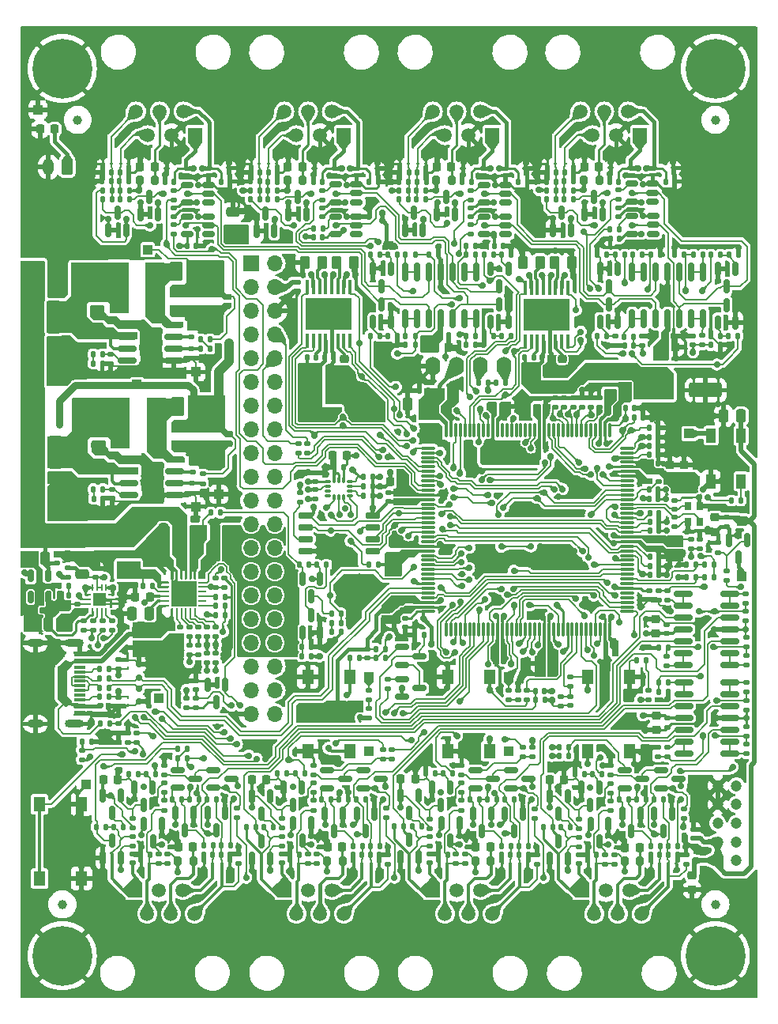
<source format=gbr>
%TF.GenerationSoftware,KiCad,Pcbnew,(7.0.0)*%
%TF.CreationDate,2023-03-09T20:35:22+00:00*%
%TF.ProjectId,RobotLegoController,526f626f-744c-4656-976f-436f6e74726f,REV A*%
%TF.SameCoordinates,Original*%
%TF.FileFunction,Copper,L1,Top*%
%TF.FilePolarity,Positive*%
%FSLAX46Y46*%
G04 Gerber Fmt 4.6, Leading zero omitted, Abs format (unit mm)*
G04 Created by KiCad (PCBNEW (7.0.0)) date 2023-03-09 20:35:22*
%MOMM*%
%LPD*%
G01*
G04 APERTURE LIST*
G04 Aperture macros list*
%AMRoundRect*
0 Rectangle with rounded corners*
0 $1 Rounding radius*
0 $2 $3 $4 $5 $6 $7 $8 $9 X,Y pos of 4 corners*
0 Add a 4 corners polygon primitive as box body*
4,1,4,$2,$3,$4,$5,$6,$7,$8,$9,$2,$3,0*
0 Add four circle primitives for the rounded corners*
1,1,$1+$1,$2,$3*
1,1,$1+$1,$4,$5*
1,1,$1+$1,$6,$7*
1,1,$1+$1,$8,$9*
0 Add four rect primitives between the rounded corners*
20,1,$1+$1,$2,$3,$4,$5,0*
20,1,$1+$1,$4,$5,$6,$7,0*
20,1,$1+$1,$6,$7,$8,$9,0*
20,1,$1+$1,$8,$9,$2,$3,0*%
G04 Aperture macros list end*
%TA.AperFunction,SMDPad,CuDef*%
%ADD10RoundRect,0.135000X-0.185000X0.135000X-0.185000X-0.135000X0.185000X-0.135000X0.185000X0.135000X0*%
%TD*%
%TA.AperFunction,SMDPad,CuDef*%
%ADD11RoundRect,0.150000X0.150000X-0.587500X0.150000X0.587500X-0.150000X0.587500X-0.150000X-0.587500X0*%
%TD*%
%TA.AperFunction,SMDPad,CuDef*%
%ADD12RoundRect,0.140000X0.140000X0.170000X-0.140000X0.170000X-0.140000X-0.170000X0.140000X-0.170000X0*%
%TD*%
%TA.AperFunction,SMDPad,CuDef*%
%ADD13RoundRect,0.135000X-0.135000X-0.185000X0.135000X-0.185000X0.135000X0.185000X-0.135000X0.185000X0*%
%TD*%
%TA.AperFunction,SMDPad,CuDef*%
%ADD14RoundRect,0.250000X-0.262500X-0.450000X0.262500X-0.450000X0.262500X0.450000X-0.262500X0.450000X0*%
%TD*%
%TA.AperFunction,SMDPad,CuDef*%
%ADD15RoundRect,0.135000X0.185000X-0.135000X0.185000X0.135000X-0.185000X0.135000X-0.185000X-0.135000X0*%
%TD*%
%TA.AperFunction,SMDPad,CuDef*%
%ADD16RoundRect,0.250000X-0.550000X1.500000X-0.550000X-1.500000X0.550000X-1.500000X0.550000X1.500000X0*%
%TD*%
%TA.AperFunction,SMDPad,CuDef*%
%ADD17R,2.150000X5.500000*%
%TD*%
%TA.AperFunction,SMDPad,CuDef*%
%ADD18RoundRect,0.150000X0.512500X0.150000X-0.512500X0.150000X-0.512500X-0.150000X0.512500X-0.150000X0*%
%TD*%
%TA.AperFunction,SMDPad,CuDef*%
%ADD19RoundRect,0.062500X-0.117500X-0.062500X0.117500X-0.062500X0.117500X0.062500X-0.117500X0.062500X0*%
%TD*%
%TA.AperFunction,ComponentPad*%
%ADD20C,6.400000*%
%TD*%
%TA.AperFunction,SMDPad,CuDef*%
%ADD21RoundRect,0.250000X0.262500X0.450000X-0.262500X0.450000X-0.262500X-0.450000X0.262500X-0.450000X0*%
%TD*%
%TA.AperFunction,SMDPad,CuDef*%
%ADD22RoundRect,0.250000X0.250000X0.475000X-0.250000X0.475000X-0.250000X-0.475000X0.250000X-0.475000X0*%
%TD*%
%TA.AperFunction,SMDPad,CuDef*%
%ADD23RoundRect,0.225000X0.225000X0.250000X-0.225000X0.250000X-0.225000X-0.250000X0.225000X-0.250000X0*%
%TD*%
%TA.AperFunction,SMDPad,CuDef*%
%ADD24RoundRect,0.135000X0.135000X0.185000X-0.135000X0.185000X-0.135000X-0.185000X0.135000X-0.185000X0*%
%TD*%
%TA.AperFunction,SMDPad,CuDef*%
%ADD25RoundRect,0.112500X-0.187500X-0.112500X0.187500X-0.112500X0.187500X0.112500X-0.187500X0.112500X0*%
%TD*%
%TA.AperFunction,SMDPad,CuDef*%
%ADD26RoundRect,0.140000X-0.140000X-0.170000X0.140000X-0.170000X0.140000X0.170000X-0.140000X0.170000X0*%
%TD*%
%TA.AperFunction,ComponentPad*%
%ADD27R,1.520000X1.520000*%
%TD*%
%TA.AperFunction,ComponentPad*%
%ADD28C,1.520000*%
%TD*%
%TA.AperFunction,SMDPad,CuDef*%
%ADD29R,1.000000X1.000000*%
%TD*%
%TA.AperFunction,SMDPad,CuDef*%
%ADD30C,1.000000*%
%TD*%
%TA.AperFunction,SMDPad,CuDef*%
%ADD31RoundRect,0.150000X-0.150000X0.587500X-0.150000X-0.587500X0.150000X-0.587500X0.150000X0.587500X0*%
%TD*%
%TA.AperFunction,SMDPad,CuDef*%
%ADD32RoundRect,0.112500X0.187500X0.112500X-0.187500X0.112500X-0.187500X-0.112500X0.187500X-0.112500X0*%
%TD*%
%TA.AperFunction,SMDPad,CuDef*%
%ADD33RoundRect,0.140000X-0.170000X0.140000X-0.170000X-0.140000X0.170000X-0.140000X0.170000X0.140000X0*%
%TD*%
%TA.AperFunction,SMDPad,CuDef*%
%ADD34RoundRect,0.200000X0.200000X0.275000X-0.200000X0.275000X-0.200000X-0.275000X0.200000X-0.275000X0*%
%TD*%
%TA.AperFunction,SMDPad,CuDef*%
%ADD35RoundRect,0.225000X-0.225000X-0.250000X0.225000X-0.250000X0.225000X0.250000X-0.225000X0.250000X0*%
%TD*%
%TA.AperFunction,SMDPad,CuDef*%
%ADD36RoundRect,0.150000X-0.825000X-0.150000X0.825000X-0.150000X0.825000X0.150000X-0.825000X0.150000X0*%
%TD*%
%TA.AperFunction,SMDPad,CuDef*%
%ADD37RoundRect,0.075000X0.662500X0.075000X-0.662500X0.075000X-0.662500X-0.075000X0.662500X-0.075000X0*%
%TD*%
%TA.AperFunction,SMDPad,CuDef*%
%ADD38RoundRect,0.075000X0.075000X0.662500X-0.075000X0.662500X-0.075000X-0.662500X0.075000X-0.662500X0*%
%TD*%
%TA.AperFunction,SMDPad,CuDef*%
%ADD39RoundRect,0.150000X-0.587500X-0.150000X0.587500X-0.150000X0.587500X0.150000X-0.587500X0.150000X0*%
%TD*%
%TA.AperFunction,SMDPad,CuDef*%
%ADD40RoundRect,0.250000X-0.475000X0.250000X-0.475000X-0.250000X0.475000X-0.250000X0.475000X0.250000X0*%
%TD*%
%TA.AperFunction,SMDPad,CuDef*%
%ADD41RoundRect,0.140000X0.170000X-0.140000X0.170000X0.140000X-0.170000X0.140000X-0.170000X-0.140000X0*%
%TD*%
%TA.AperFunction,SMDPad,CuDef*%
%ADD42R,2.500000X1.900000*%
%TD*%
%TA.AperFunction,SMDPad,CuDef*%
%ADD43R,1.300000X1.550000*%
%TD*%
%TA.AperFunction,SMDPad,CuDef*%
%ADD44RoundRect,0.250000X-1.500000X-0.550000X1.500000X-0.550000X1.500000X0.550000X-1.500000X0.550000X0*%
%TD*%
%TA.AperFunction,ComponentPad*%
%ADD45O,1.600000X2.000000*%
%TD*%
%TA.AperFunction,SMDPad,CuDef*%
%ADD46RoundRect,0.150000X-0.150000X0.512500X-0.150000X-0.512500X0.150000X-0.512500X0.150000X0.512500X0*%
%TD*%
%TA.AperFunction,SMDPad,CuDef*%
%ADD47RoundRect,0.062500X0.117500X0.062500X-0.117500X0.062500X-0.117500X-0.062500X0.117500X-0.062500X0*%
%TD*%
%TA.AperFunction,SMDPad,CuDef*%
%ADD48RoundRect,0.147500X0.172500X-0.147500X0.172500X0.147500X-0.172500X0.147500X-0.172500X-0.147500X0*%
%TD*%
%TA.AperFunction,SMDPad,CuDef*%
%ADD49RoundRect,0.250000X0.475000X-0.250000X0.475000X0.250000X-0.475000X0.250000X-0.475000X-0.250000X0*%
%TD*%
%TA.AperFunction,SMDPad,CuDef*%
%ADD50RoundRect,0.150000X-0.650000X-0.150000X0.650000X-0.150000X0.650000X0.150000X-0.650000X0.150000X0*%
%TD*%
%TA.AperFunction,ComponentPad*%
%ADD51C,0.700000*%
%TD*%
%TA.AperFunction,SMDPad,CuDef*%
%ADD52R,2.290000X3.000000*%
%TD*%
%TA.AperFunction,SMDPad,CuDef*%
%ADD53RoundRect,0.225000X-0.250000X0.225000X-0.250000X-0.225000X0.250000X-0.225000X0.250000X0.225000X0*%
%TD*%
%TA.AperFunction,SMDPad,CuDef*%
%ADD54RoundRect,0.147500X-0.172500X0.147500X-0.172500X-0.147500X0.172500X-0.147500X0.172500X0.147500X0*%
%TD*%
%TA.AperFunction,SMDPad,CuDef*%
%ADD55RoundRect,0.087500X0.225000X0.087500X-0.225000X0.087500X-0.225000X-0.087500X0.225000X-0.087500X0*%
%TD*%
%TA.AperFunction,SMDPad,CuDef*%
%ADD56RoundRect,0.087500X0.087500X0.225000X-0.087500X0.225000X-0.087500X-0.225000X0.087500X-0.225000X0*%
%TD*%
%TA.AperFunction,SMDPad,CuDef*%
%ADD57RoundRect,0.100000X-0.100000X0.687500X-0.100000X-0.687500X0.100000X-0.687500X0.100000X0.687500X0*%
%TD*%
%TA.AperFunction,SMDPad,CuDef*%
%ADD58R,5.000000X3.400000*%
%TD*%
%TA.AperFunction,ComponentPad*%
%ADD59RoundRect,0.250000X0.350000X0.625000X-0.350000X0.625000X-0.350000X-0.625000X0.350000X-0.625000X0*%
%TD*%
%TA.AperFunction,ComponentPad*%
%ADD60O,1.200000X1.750000*%
%TD*%
%TA.AperFunction,SMDPad,CuDef*%
%ADD61RoundRect,0.250000X-0.312500X-1.450000X0.312500X-1.450000X0.312500X1.450000X-0.312500X1.450000X0*%
%TD*%
%TA.AperFunction,ComponentPad*%
%ADD62R,1.700000X1.700000*%
%TD*%
%TA.AperFunction,ComponentPad*%
%ADD63O,1.700000X1.700000*%
%TD*%
%TA.AperFunction,SMDPad,CuDef*%
%ADD64RoundRect,0.225000X0.250000X-0.225000X0.250000X0.225000X-0.250000X0.225000X-0.250000X-0.225000X0*%
%TD*%
%TA.AperFunction,SMDPad,CuDef*%
%ADD65RoundRect,0.150000X-0.200000X0.150000X-0.200000X-0.150000X0.200000X-0.150000X0.200000X0.150000X0*%
%TD*%
%TA.AperFunction,SMDPad,CuDef*%
%ADD66RoundRect,0.062500X0.062500X-0.350000X0.062500X0.350000X-0.062500X0.350000X-0.062500X-0.350000X0*%
%TD*%
%TA.AperFunction,SMDPad,CuDef*%
%ADD67RoundRect,0.062500X0.350000X-0.062500X0.350000X0.062500X-0.350000X0.062500X-0.350000X-0.062500X0*%
%TD*%
%TA.AperFunction,ComponentPad*%
%ADD68C,0.500000*%
%TD*%
%TA.AperFunction,SMDPad,CuDef*%
%ADD69R,2.700000X2.700000*%
%TD*%
%TA.AperFunction,SMDPad,CuDef*%
%ADD70RoundRect,0.150000X0.150000X-0.825000X0.150000X0.825000X-0.150000X0.825000X-0.150000X-0.825000X0*%
%TD*%
%TA.AperFunction,SMDPad,CuDef*%
%ADD71RoundRect,0.147500X0.147500X0.172500X-0.147500X0.172500X-0.147500X-0.172500X0.147500X-0.172500X0*%
%TD*%
%TA.AperFunction,SMDPad,CuDef*%
%ADD72RoundRect,0.250000X-0.250000X-0.475000X0.250000X-0.475000X0.250000X0.475000X-0.250000X0.475000X0*%
%TD*%
%TA.AperFunction,SMDPad,CuDef*%
%ADD73RoundRect,0.062500X0.062500X-0.117500X0.062500X0.117500X-0.062500X0.117500X-0.062500X-0.117500X0*%
%TD*%
%TA.AperFunction,SMDPad,CuDef*%
%ADD74R,0.800000X0.900000*%
%TD*%
%TA.AperFunction,ComponentPad*%
%ADD75RoundRect,0.250000X0.350000X-0.350000X0.350000X0.350000X-0.350000X0.350000X-0.350000X-0.350000X0*%
%TD*%
%TA.AperFunction,ComponentPad*%
%ADD76C,1.200000*%
%TD*%
%TA.AperFunction,SMDPad,CuDef*%
%ADD77RoundRect,0.062500X-0.275000X-0.062500X0.275000X-0.062500X0.275000X0.062500X-0.275000X0.062500X0*%
%TD*%
%TA.AperFunction,SMDPad,CuDef*%
%ADD78RoundRect,0.062500X-0.062500X-0.275000X0.062500X-0.275000X0.062500X0.275000X-0.062500X0.275000X0*%
%TD*%
%TA.AperFunction,SMDPad,CuDef*%
%ADD79R,1.450000X1.450000*%
%TD*%
%TA.AperFunction,SMDPad,CuDef*%
%ADD80RoundRect,0.062500X-0.062500X0.117500X-0.062500X-0.117500X0.062500X-0.117500X0.062500X0.117500X0*%
%TD*%
%TA.AperFunction,SMDPad,CuDef*%
%ADD81RoundRect,0.250000X0.450000X0.800000X-0.450000X0.800000X-0.450000X-0.800000X0.450000X-0.800000X0*%
%TD*%
%TA.AperFunction,SMDPad,CuDef*%
%ADD82R,1.160000X0.600000*%
%TD*%
%TA.AperFunction,SMDPad,CuDef*%
%ADD83R,1.160000X0.300000*%
%TD*%
%TA.AperFunction,ComponentPad*%
%ADD84O,2.000000X0.900000*%
%TD*%
%TA.AperFunction,ComponentPad*%
%ADD85O,1.700000X0.900000*%
%TD*%
%TA.AperFunction,SMDPad,CuDef*%
%ADD86RoundRect,0.150000X0.200000X-0.150000X0.200000X0.150000X-0.200000X0.150000X-0.200000X-0.150000X0*%
%TD*%
%TA.AperFunction,SMDPad,CuDef*%
%ADD87R,1.000000X1.500000*%
%TD*%
%TA.AperFunction,ComponentPad*%
%ADD88R,1.000000X1.000000*%
%TD*%
%TA.AperFunction,ViaPad*%
%ADD89C,0.700000*%
%TD*%
%TA.AperFunction,ViaPad*%
%ADD90C,4.000000*%
%TD*%
%TA.AperFunction,ViaPad*%
%ADD91C,3.000000*%
%TD*%
%TA.AperFunction,Conductor*%
%ADD92C,0.400000*%
%TD*%
%TA.AperFunction,Conductor*%
%ADD93C,0.150000*%
%TD*%
%TA.AperFunction,Conductor*%
%ADD94C,0.500000*%
%TD*%
%TA.AperFunction,Conductor*%
%ADD95C,0.200000*%
%TD*%
%TA.AperFunction,Conductor*%
%ADD96C,0.250000*%
%TD*%
%TA.AperFunction,Conductor*%
%ADD97C,0.300000*%
%TD*%
%TA.AperFunction,Conductor*%
%ADD98C,0.180000*%
%TD*%
%TA.AperFunction,Conductor*%
%ADD99C,0.350000*%
%TD*%
%TA.AperFunction,Conductor*%
%ADD100C,0.750000*%
%TD*%
%TA.AperFunction,Conductor*%
%ADD101C,1.000000*%
%TD*%
G04 APERTURE END LIST*
D10*
%TO.P,R68,1*%
%TO.N,5V_SENSE*%
X137100000Y-111990000D03*
%TO.P,R68,2*%
%TO.N,+5V*%
X137100000Y-113010000D03*
%TD*%
D11*
%TO.P,D56,1,A*%
%TO.N,GND*%
X191000000Y-54637500D03*
%TO.P,D56,2,K*%
%TO.N,+5V*%
X192900000Y-54637500D03*
%TO.P,D56,3,COM*%
%TO.N,/06-System Outputs B/MOTORD_PIN5_ENC*%
X191950000Y-52762500D03*
%TD*%
D12*
%TO.P,C177,1*%
%TO.N,/06-System Outputs B/MOTORC_PIN1*%
X178830000Y-51150000D03*
%TO.P,C177,2*%
%TO.N,GND*%
X177870000Y-51150000D03*
%TD*%
D11*
%TO.P,D44,1,A*%
%TO.N,GND*%
X159250000Y-54587500D03*
%TO.P,D44,2,K*%
%TO.N,+5V*%
X161150000Y-54587500D03*
%TO.P,D44,3,COM*%
%TO.N,/05-System Outputs A/MOTORB_PIN5_ENC*%
X160200000Y-52712500D03*
%TD*%
D13*
%TO.P,R205,1*%
%TO.N,MOTORB_PIN6_ENCODER*%
X161890000Y-56100000D03*
%TO.P,R205,2*%
%TO.N,Net-(R205-Pad2)*%
X162910000Y-56100000D03*
%TD*%
D12*
%TO.P,C6,1*%
%TO.N,+3.3V*%
X186680000Y-105650000D03*
%TO.P,C6,2*%
%TO.N,/01-Microcontroller and Extras/BUTTON1*%
X185720000Y-105650000D03*
%TD*%
D14*
%TO.P,R243,1*%
%TO.N,GND*%
X184367500Y-59750000D03*
%TO.P,R243,2*%
%TO.N,Net-(U23-BISEN)*%
X186192500Y-59750000D03*
%TD*%
D15*
%TO.P,R237,1*%
%TO.N,MOTORC_PIN5_ENCODER*%
X178800000Y-53060000D03*
%TO.P,R237,2*%
%TO.N,Net-(R237-Pad2)*%
X178800000Y-52040000D03*
%TD*%
D16*
%TO.P,C66,1*%
%TO.N,/02-System Power Supply and USB/5BOOSTIN*%
X134200000Y-80100000D03*
%TO.P,C66,2*%
%TO.N,GND*%
X134200000Y-85700000D03*
%TD*%
D17*
%TO.P,L3,1,1*%
%TO.N,/02-System Power Supply and USB/9BOOSTIN*%
X141074999Y-62499999D03*
%TO.P,L3,2,2*%
%TO.N,Net-(D12-A)*%
X144924999Y-62499999D03*
%TD*%
D18*
%TO.P,U15,1,NC*%
%TO.N,unconnected-(U15-NC-Pad1)*%
X150637500Y-56750000D03*
%TO.P,U15,2*%
%TO.N,/05-System Outputs A/MOTORA_PIN6_ENC*%
X150637500Y-55800000D03*
%TO.P,U15,3,GND*%
%TO.N,GND*%
X150637500Y-54850000D03*
%TO.P,U15,4*%
%TO.N,Net-(R204-Pad2)*%
X148362500Y-54850000D03*
%TO.P,U15,5,VCC*%
%TO.N,+3.3V*%
X148362500Y-56750000D03*
%TD*%
D19*
%TO.P,D39,1,A1*%
%TO.N,GND*%
X184847500Y-124150000D03*
%TO.P,D39,2,A2*%
%TO.N,/04-System Inputs B/INPUT3_PIN6*%
X184007500Y-124150000D03*
%TD*%
D20*
%TO.P,H4,1,1*%
%TO.N,GND*%
X205000000Y-39000000D03*
%TD*%
D21*
%TO.P,R207,1*%
%TO.N,GND*%
X166237500Y-59762500D03*
%TO.P,R207,2*%
%TO.N,Net-(U17-AISEN)*%
X164412500Y-59762500D03*
%TD*%
D13*
%TO.P,R185,1*%
%TO.N,MOTORB_PIN5_DET*%
X180190000Y-58950000D03*
%TO.P,R185,2*%
%TO.N,Net-(Q30-G)*%
X181210000Y-58950000D03*
%TD*%
D22*
%TO.P,C51,1*%
%TO.N,+4V*%
X147750000Y-88400000D03*
%TO.P,C51,2*%
%TO.N,GND*%
X145850000Y-88400000D03*
%TD*%
D15*
%TO.P,R172,1*%
%TO.N,INPUT3_PIN6_SENSE_VOLTAGE*%
X198850000Y-112710000D03*
%TO.P,R172,2*%
%TO.N,GND*%
X198850000Y-111690000D03*
%TD*%
D23*
%TO.P,C53,1*%
%TO.N,+BATT*%
X134175000Y-45500000D03*
%TO.P,C53,2*%
%TO.N,GND*%
X132625000Y-45500000D03*
%TD*%
D10*
%TO.P,R12,1*%
%TO.N,Net-(R12-Pad1)*%
X189450000Y-104140000D03*
%TO.P,R12,2*%
%TO.N,/01-Microcontroller and Extras/BUTTON3*%
X189450000Y-105160000D03*
%TD*%
D24*
%TO.P,R188,1*%
%TO.N,/05-System Outputs A/MOTORA_PIN6*%
X140310000Y-52050000D03*
%TO.P,R188,2*%
%TO.N,+5V*%
X139290000Y-52050000D03*
%TD*%
D12*
%TO.P,C122,1*%
%TO.N,/04-System Inputs B/INPUT3_PIN5*%
X183050000Y-123200000D03*
%TO.P,C122,2*%
%TO.N,GND*%
X182090000Y-123200000D03*
%TD*%
D13*
%TO.P,R152,1*%
%TO.N,ADD_LED_RGB*%
X206700000Y-85250000D03*
%TO.P,R152,2*%
%TO.N,Net-(D65-DIN)*%
X207720000Y-85250000D03*
%TD*%
%TO.P,R130,1*%
%TO.N,/04-System Inputs B/INPUT3_PIN1*%
X172490000Y-120150000D03*
%TO.P,R130,2*%
%TO.N,Net-(Q17-D)*%
X173510000Y-120150000D03*
%TD*%
D24*
%TO.P,R58,1*%
%TO.N,GND*%
X161710000Y-100950000D03*
%TO.P,R58,2*%
%TO.N,Net-(Q4-G)*%
X160690000Y-100950000D03*
%TD*%
D15*
%TO.P,R140,1*%
%TO.N,/04-System Inputs B/INPUT3_PIN2*%
X178150000Y-124160000D03*
%TO.P,R140,2*%
%TO.N,+5V*%
X178150000Y-123140000D03*
%TD*%
D25*
%TO.P,D50,1,A1*%
%TO.N,GND*%
X146200000Y-49700000D03*
%TO.P,D50,2,A2*%
%TO.N,/05-System Outputs A/MOTORA_PIN1*%
X148300000Y-49700000D03*
%TD*%
D12*
%TO.P,C178,1*%
%TO.N,/06-System Outputs B/MOTORD_PIN1*%
X194630000Y-51100000D03*
%TO.P,C178,2*%
%TO.N,GND*%
X193670000Y-51100000D03*
%TD*%
D26*
%TO.P,C176,1*%
%TO.N,/06-System Outputs B/MOTORC_PIN2*%
X183870000Y-51150000D03*
%TO.P,C176,2*%
%TO.N,GND*%
X184830000Y-51150000D03*
%TD*%
%TO.P,C30,1*%
%TO.N,/01-Microcontroller and Extras/MC_RESET_N*%
X197920000Y-84100000D03*
%TO.P,C30,2*%
%TO.N,GND*%
X198880000Y-84100000D03*
%TD*%
D12*
%TO.P,C121,1*%
%TO.N,/04-System Inputs B/INPUT4_PIN2*%
X192280000Y-123200000D03*
%TO.P,C121,2*%
%TO.N,GND*%
X191320000Y-123200000D03*
%TD*%
D27*
%TO.P,J11,1*%
%TO.N,/05-System Outputs A/MOTORA_PIN1*%
X149249999Y-46139999D03*
D28*
%TO.P,J11,2*%
%TO.N,/05-System Outputs A/MOTORA_PIN2*%
X147980000Y-43600000D03*
%TO.P,J11,3*%
%TO.N,GND*%
X146710000Y-46140000D03*
%TO.P,J11,4*%
%TO.N,Net-(C132-Pad2)*%
X145440000Y-43600000D03*
%TO.P,J11,5*%
%TO.N,/05-System Outputs A/MOTORA_PIN5*%
X144170000Y-46140000D03*
%TO.P,J11,6*%
%TO.N,/05-System Outputs A/MOTORA_PIN6*%
X142900000Y-43600000D03*
%TD*%
D29*
%TO.P,TP39,1,1*%
%TO.N,GND*%
X137549999Y-115649999D03*
%TD*%
D30*
%TO.P,FID4,*%
%TO.N,*%
X205000000Y-44500000D03*
%TD*%
D10*
%TO.P,R75,1*%
%TO.N,/03-System Inputs A/INPUT2_PIN1*%
X158500000Y-121230000D03*
%TO.P,R75,2*%
%TO.N,+5V*%
X158500000Y-122250000D03*
%TD*%
%TO.P,R107,1*%
%TO.N,INPUT3_PIN6_ENABLE_N*%
X184400000Y-111690000D03*
%TO.P,R107,2*%
%TO.N,Net-(Q11-G)*%
X184400000Y-112710000D03*
%TD*%
D15*
%TO.P,R120,1*%
%TO.N,Net-(U10B--)*%
X199800000Y-102960000D03*
%TO.P,R120,2*%
%TO.N,INPUT1_PIN6_SENSE_VOLTAGE*%
X199800000Y-101940000D03*
%TD*%
D10*
%TO.P,R74,1*%
%TO.N,/03-System Inputs A/INPUT1_PIN1*%
X142500000Y-121240000D03*
%TO.P,R74,2*%
%TO.N,+5V*%
X142500000Y-122260000D03*
%TD*%
D13*
%TO.P,R150,1*%
%TO.N,INPUT3_PIN5_SCL_uTX_pRX*%
X182040000Y-122250000D03*
%TO.P,R150,2*%
%TO.N,/04-System Inputs B/INPUT3_PIN5*%
X183060000Y-122250000D03*
%TD*%
D31*
%TO.P,D15,1,A*%
%TO.N,GND*%
X145650000Y-119862500D03*
%TO.P,D15,2,K*%
%TO.N,+3.3V*%
X143750000Y-119862500D03*
%TO.P,D15,3,COM*%
%TO.N,INPUT1_PIN2_DETECT*%
X144700000Y-121737500D03*
%TD*%
D32*
%TO.P,D49,1,A1*%
%TO.N,GND*%
X152850000Y-49650000D03*
%TO.P,D49,2,A2*%
%TO.N,/05-System Outputs A/MOTORA_PIN2*%
X150750000Y-49650000D03*
%TD*%
%TO.P,D61,1,A1*%
%TO.N,GND*%
X184650000Y-49700000D03*
%TO.P,D61,2,A2*%
%TO.N,/06-System Outputs B/MOTORC_PIN2*%
X182550000Y-49700000D03*
%TD*%
D33*
%TO.P,C72,1*%
%TO.N,+5V*%
X152950000Y-78170000D03*
%TO.P,C72,2*%
%TO.N,GND*%
X152950000Y-79130000D03*
%TD*%
D13*
%TO.P,R132,1*%
%TO.N,GND*%
X173980000Y-114500000D03*
%TO.P,R132,2*%
%TO.N,Net-(Q19-G)*%
X175000000Y-114500000D03*
%TD*%
D34*
%TO.P,F10,1*%
%TO.N,Net-(C160-Pad2)*%
X192575000Y-51000000D03*
%TO.P,F10,2*%
%TO.N,+5V*%
X190925000Y-51000000D03*
%TD*%
D24*
%TO.P,R176,1*%
%TO.N,/05-System Outputs A/MOTORA_PIN5_ENC*%
X142176382Y-53007678D03*
%TO.P,R176,2*%
%TO.N,/05-System Outputs A/MOTORA_PIN5*%
X141156382Y-53007678D03*
%TD*%
D13*
%TO.P,R151,1*%
%TO.N,INPUT4_PIN5_SCL_uTX_pRX*%
X198040000Y-122250000D03*
%TO.P,R151,2*%
%TO.N,/04-System Inputs B/INPUT4_PIN5*%
X199060000Y-122250000D03*
%TD*%
D35*
%TO.P,C140,1*%
%TO.N,+5V*%
X174825000Y-68850000D03*
%TO.P,C140,2*%
%TO.N,GND*%
X176375000Y-68850000D03*
%TD*%
D13*
%TO.P,R198,1*%
%TO.N,MOTORA_PIN6_DET*%
X167990000Y-67650000D03*
%TO.P,R198,2*%
%TO.N,Net-(Q31-G)*%
X169010000Y-67650000D03*
%TD*%
D15*
%TO.P,R123,1*%
%TO.N,INPUT2_PIN6_SENSE_VOLTAGE*%
X208300000Y-100960000D03*
%TO.P,R123,2*%
%TO.N,GND*%
X208300000Y-99940000D03*
%TD*%
D13*
%TO.P,R63,1*%
%TO.N,Net-(C84-Pad1)*%
X138320000Y-84050000D03*
%TO.P,R63,2*%
%TO.N,Net-(U8-COMP)*%
X139340000Y-84050000D03*
%TD*%
D24*
%TO.P,R54,1*%
%TO.N,VBAT_ADC_ON*%
X161710000Y-101950000D03*
%TO.P,R54,2*%
%TO.N,Net-(Q4-G)*%
X160690000Y-101950000D03*
%TD*%
D36*
%TO.P,U10,1*%
%TO.N,Net-(U10A--)*%
X201575000Y-95240000D03*
%TO.P,U10,2,-*%
X201575000Y-96510000D03*
%TO.P,U10,3,+*%
%TO.N,Net-(D13-COM)*%
X201575000Y-97780000D03*
%TO.P,U10,4,V+*%
%TO.N,+5V*%
X201575000Y-99050000D03*
%TO.P,U10,5,+*%
%TO.N,Net-(D23-COM)*%
X201575000Y-100320000D03*
%TO.P,U10,6,-*%
%TO.N,Net-(U10B--)*%
X201575000Y-101590000D03*
%TO.P,U10,7*%
X201575000Y-102860000D03*
%TO.P,U10,8*%
%TO.N,Net-(U10C--)*%
X206525000Y-102860000D03*
%TO.P,U10,9,-*%
X206525000Y-101590000D03*
%TO.P,U10,10,+*%
%TO.N,Net-(D24-COM)*%
X206525000Y-100320000D03*
%TO.P,U10,11,V-*%
%TO.N,GND*%
X206525000Y-99050000D03*
%TO.P,U10,12,+*%
%TO.N,Net-(D14-COM)*%
X206525000Y-97780000D03*
%TO.P,U10,13,-*%
%TO.N,Net-(U10D--)*%
X206525000Y-96510000D03*
%TO.P,U10,14*%
X206525000Y-95240000D03*
%TD*%
D31*
%TO.P,D20,1,A*%
%TO.N,GND*%
X165050000Y-118762500D03*
%TO.P,D20,2,K*%
%TO.N,+3.3V*%
X163150000Y-118762500D03*
%TO.P,D20,3,COM*%
%TO.N,INPUT2_PIN5_SCL_uTX_pRX*%
X164100000Y-120637500D03*
%TD*%
D13*
%TO.P,R82,1*%
%TO.N,GND*%
X142090000Y-114550000D03*
%TO.P,R82,2*%
%TO.N,Net-(Q7-G)*%
X143110000Y-114550000D03*
%TD*%
D24*
%TO.P,R49,1*%
%TO.N,GND*%
X152410000Y-95550000D03*
%TO.P,R49,2*%
%TO.N,Net-(U6-~{CE})*%
X151390000Y-95550000D03*
%TD*%
D10*
%TO.P,R167,1*%
%TO.N,GND*%
X177800000Y-113630000D03*
%TO.P,R167,2*%
%TO.N,Net-(Q11-D)*%
X177800000Y-114650000D03*
%TD*%
D13*
%TO.P,R6,1*%
%TO.N,/01-Microcontroller and Extras/BUTTON1*%
X185700062Y-106594881D03*
%TO.P,R6,2*%
%TO.N,+3.3V*%
X186720062Y-106594881D03*
%TD*%
D11*
%TO.P,D59,1,A*%
%TO.N,GND*%
X171750000Y-56337500D03*
%TO.P,D59,2,K*%
%TO.N,+5V*%
X173650000Y-56337500D03*
%TO.P,D59,3,COM*%
%TO.N,/06-System Outputs B/MOTORC_PIN6_ENC*%
X172700000Y-54462500D03*
%TD*%
D13*
%TO.P,R30,1*%
%TO.N,Net-(J3-CC2)*%
X138990000Y-106300000D03*
%TO.P,R30,2*%
%TO.N,/02-System Power Supply and USB/USB_CC2*%
X140010000Y-106300000D03*
%TD*%
D25*
%TO.P,D62,1,A1*%
%TO.N,GND*%
X177950000Y-49700000D03*
%TO.P,D62,2,A2*%
%TO.N,/06-System Outputs B/MOTORC_PIN1*%
X180050000Y-49700000D03*
%TD*%
D15*
%TO.P,R141,1*%
%TO.N,/04-System Inputs B/INPUT4_PIN2*%
X194150000Y-124210000D03*
%TO.P,R141,2*%
%TO.N,+5V*%
X194150000Y-123190000D03*
%TD*%
D24*
%TO.P,R102,1*%
%TO.N,Net-(Q10-G)*%
X148360000Y-111850000D03*
%TO.P,R102,2*%
%TO.N,+3.3V*%
X147340000Y-111850000D03*
%TD*%
D25*
%TO.P,D63,1,A1*%
%TO.N,GND*%
X193800000Y-49650000D03*
%TO.P,D63,2,A2*%
%TO.N,/06-System Outputs B/MOTORD_PIN1*%
X195900000Y-49650000D03*
%TD*%
D10*
%TO.P,R170,1*%
%TO.N,Net-(U11B--)*%
X199850000Y-111690000D03*
%TO.P,R170,2*%
%TO.N,INPUT3_PIN6_SENSE_VOLTAGE*%
X199850000Y-112710000D03*
%TD*%
D31*
%TO.P,Q13,1,G*%
%TO.N,Net-(Q13-G)*%
X208400000Y-89462500D03*
%TO.P,Q13,2,S*%
%TO.N,GND*%
X206500000Y-89462500D03*
%TO.P,Q13,3,D*%
%TO.N,Net-(Q13-D)*%
X207450000Y-91337500D03*
%TD*%
D37*
%TO.P,U2,1,PE2*%
%TO.N,/01-Microcontroller and Extras/LED2*%
X195562500Y-97150000D03*
%TO.P,U2,2,PE3*%
%TO.N,MOTORB_PIN5_ENCODER*%
X195562500Y-96650000D03*
%TO.P,U2,3,PE4*%
%TO.N,MOTORB_PIN6_ENCODER*%
X195562500Y-96150000D03*
%TO.P,U2,4,PE5*%
%TO.N,unconnected-(U2-PE5-Pad4)*%
X195562500Y-95650000D03*
%TO.P,U2,5,PE6*%
%TO.N,unconnected-(U2-PE6-Pad5)*%
X195562500Y-95150000D03*
%TO.P,U2,6,VBAT*%
%TO.N,+3.3V*%
X195562500Y-94650000D03*
%TO.P,U2,7,PC13*%
%TO.N,/01-Microcontroller and Extras/BOARD_ID0*%
X195562500Y-94150000D03*
%TO.P,U2,8,PC14*%
%TO.N,/01-Microcontroller and Extras/BOARD_ID1*%
X195562500Y-93650000D03*
%TO.P,U2,9,PC15*%
%TO.N,/01-Microcontroller and Extras/LED3*%
X195562500Y-93150000D03*
%TO.P,U2,10,PF0*%
%TO.N,INPUT3_PIN6_SDA_uRX_pTX*%
X195562500Y-92650000D03*
%TO.P,U2,11,PF1*%
%TO.N,INPUT3_PIN5_SCL_uTX_pRX*%
X195562500Y-92150000D03*
%TO.P,U2,12,PF2*%
%TO.N,Net-(U2-PF2)*%
X195562500Y-91650000D03*
%TO.P,U2,13,PF3*%
%TO.N,3V3_SENSE*%
X195562500Y-91150000D03*
%TO.P,U2,14,PF4*%
%TO.N,9V_SENSE*%
X195562500Y-90650000D03*
%TO.P,U2,15,PF5*%
%TO.N,5V_SENSE*%
X195562500Y-90150000D03*
%TO.P,U2,16,VSS*%
%TO.N,GND*%
X195562500Y-89650000D03*
%TO.P,U2,17,VDD*%
%TO.N,+3.3V*%
X195562500Y-89150000D03*
%TO.P,U2,18,PF6*%
%TO.N,VBAT_SENSE*%
X195562500Y-88650000D03*
%TO.P,U2,19,PF7*%
%TO.N,VBUS_SENSE*%
X195562500Y-88150000D03*
%TO.P,U2,20,PF8*%
%TO.N,ADD_LED_RGB*%
X195562500Y-87650000D03*
%TO.P,U2,21,PF9*%
%TO.N,INPUT1_PIN1_SENSE_VOLTAGE*%
X195562500Y-87150000D03*
%TO.P,U2,22,PF10*%
%TO.N,INPUT1_PIN6_SENSE_VOLTAGE*%
X195562500Y-86650000D03*
%TO.P,U2,23,PH0*%
%TO.N,/01-Microcontroller and Extras/XTAL_IN*%
X195562500Y-86150000D03*
%TO.P,U2,24,PH1*%
%TO.N,/01-Microcontroller and Extras/XTAL_OUT*%
X195562500Y-85650000D03*
%TO.P,U2,25,NRST*%
%TO.N,/01-Microcontroller and Extras/MC_RESET_N*%
X195562500Y-85150000D03*
%TO.P,U2,26,PC0*%
%TO.N,SYS_I2C_SCL*%
X195562500Y-84650000D03*
%TO.P,U2,27,PC1*%
%TO.N,SYS_I2C_SDA*%
X195562500Y-84150000D03*
%TO.P,U2,28,PC2*%
%TO.N,MOTORC_PIN6_SENSE*%
X195562500Y-83650000D03*
%TO.P,U2,29,PC3*%
%TO.N,MOTORD_PIN6_SENSE*%
X195562500Y-83150000D03*
%TO.P,U2,30,VSSA*%
%TO.N,GND*%
X195562500Y-82650000D03*
%TO.P,U2,31,VREF-*%
X195562500Y-82150000D03*
%TO.P,U2,32,VREF+*%
%TO.N,+3.3V*%
X195562500Y-81650000D03*
%TO.P,U2,33,VDDA*%
X195562500Y-81150000D03*
%TO.P,U2,34,PA0*%
%TO.N,INPUT2_PIN6_SENSE_VOLTAGE*%
X195562500Y-80650000D03*
%TO.P,U2,35,PA1*%
%TO.N,INPUT2_PIN1_SENSE_VOLTAGE*%
X195562500Y-80150000D03*
%TO.P,U2,36,PA2*%
%TO.N,INPUT3_PIN1_SENSE_VOLTAGE*%
X195562500Y-79650000D03*
D38*
%TO.P,U2,37,PA3*%
%TO.N,INPUT4_PIN1_SENSE_VOLTAGE*%
X193650000Y-77737500D03*
%TO.P,U2,38,VSS*%
%TO.N,GND*%
X193150000Y-77737500D03*
%TO.P,U2,39,VDD*%
%TO.N,+3.3V*%
X192650000Y-77737500D03*
%TO.P,U2,40,PA4*%
%TO.N,INPUT3_PIN6_SENSE_VOLTAGE*%
X192150000Y-77737500D03*
%TO.P,U2,41,PA5*%
%TO.N,INPUT4_PIN6_SENSE_VOLTAGE*%
X191650000Y-77737500D03*
%TO.P,U2,42,PA6*%
%TO.N,MOTORD_PIN5_SENSE*%
X191150000Y-77737500D03*
%TO.P,U2,43,PA7*%
%TO.N,MOTORC_PIN5_SENSE*%
X190650000Y-77737500D03*
%TO.P,U2,44,PC4*%
%TO.N,MOTORB_PIN6_SENSE*%
X190150000Y-77737500D03*
%TO.P,U2,45,PC5*%
%TO.N,MOTORA_PIN6_SENSE*%
X189650000Y-77737500D03*
%TO.P,U2,46,PB0*%
%TO.N,MOTORA_PIN5_SENSE*%
X189150000Y-77737500D03*
%TO.P,U2,47,PB1*%
%TO.N,MOTORB_PIN5_SENSE*%
X188650000Y-77737500D03*
%TO.P,U2,48,PB2*%
%TO.N,MOTORC_PIN6_DET*%
X188150000Y-77737500D03*
%TO.P,U2,49,PF11*%
%TO.N,MOTORD_PIN6_DET*%
X187650000Y-77737500D03*
%TO.P,U2,50,PF12*%
%TO.N,MOTORD_PIN5_DET*%
X187150000Y-77737500D03*
%TO.P,U2,51,VSS*%
%TO.N,GND*%
X186650000Y-77737500D03*
%TO.P,U2,52,VDD*%
%TO.N,+3.3V*%
X186150000Y-77737500D03*
%TO.P,U2,53,PF13*%
%TO.N,MOTORC_PIN5_DET*%
X185650000Y-77737500D03*
%TO.P,U2,54,PF14*%
%TO.N,MOTORCD_SLEEP_N*%
X185150000Y-77737500D03*
%TO.P,U2,55,PF15*%
%TO.N,MOTORCD_FAULT_N*%
X184650000Y-77737500D03*
%TO.P,U2,56,PG0*%
%TO.N,unconnected-(U2-PG0-Pad56)*%
X184150000Y-77737500D03*
%TO.P,U2,57,PG1*%
%TO.N,unconnected-(U2-PG1-Pad57)*%
X183650000Y-77737500D03*
%TO.P,U2,58,PE7*%
%TO.N,MOTOR_CD_FAULT_N*%
X183150000Y-77737500D03*
%TO.P,U2,59,PE8*%
%TO.N,unconnected-(U2-PE8-Pad59)*%
X182650000Y-77737500D03*
%TO.P,U2,60,PE9*%
%TO.N,unconnected-(U2-PE9-Pad60)*%
X182150000Y-77737500D03*
%TO.P,U2,61,VSS*%
%TO.N,GND*%
X181650000Y-77737500D03*
%TO.P,U2,62,VDD*%
%TO.N,+3.3V*%
X181150000Y-77737500D03*
%TO.P,U2,63,PE10*%
%TO.N,MOTORB_PIN5_DET*%
X180650000Y-77737500D03*
%TO.P,U2,64,PE11*%
%TO.N,MOTORB_PIN6_DET*%
X180150000Y-77737500D03*
%TO.P,U2,65,PE12*%
%TO.N,MOTORA_PIN5_DET*%
X179650000Y-77737500D03*
%TO.P,U2,66,PE13*%
%TO.N,MOTORC_PWM2*%
X179150000Y-77737500D03*
%TO.P,U2,67,PE14*%
%TO.N,MOTORC_PWM1*%
X178650000Y-77737500D03*
%TO.P,U2,68,PE15*%
%TO.N,MOTORA_PIN6_DET*%
X178150000Y-77737500D03*
%TO.P,U2,69,PB10*%
%TO.N,INPUT1_PIN5_SCL_uTX_pRX*%
X177650000Y-77737500D03*
%TO.P,U2,70,PB11*%
%TO.N,INPUT1_PIN6_SDA_uRX_pTX*%
X177150000Y-77737500D03*
%TO.P,U2,71,VSS*%
%TO.N,GND*%
X176650000Y-77737500D03*
%TO.P,U2,72,VDD*%
%TO.N,+3.3V*%
X176150000Y-77737500D03*
D37*
%TO.P,U2,73,PB12*%
%TO.N,/01-Microcontroller and Extras/SYS_IMU_IRQ2*%
X174237500Y-79650000D03*
%TO.P,U2,74,PB13*%
%TO.N,/01-Microcontroller and Extras/SYS_IMU_IRQ1*%
X174237500Y-80150000D03*
%TO.P,U2,75,PB14*%
%TO.N,MOTORD_PIN6_ENCODER*%
X174237500Y-80650000D03*
%TO.P,U2,76,PB15*%
%TO.N,MOTORD_PIN5_ENCODER*%
X174237500Y-81150000D03*
%TO.P,U2,77,PD8*%
%TO.N,MOTORAB_SLEEP_N*%
X174237500Y-81650000D03*
%TO.P,U2,78,PD9*%
%TO.N,MOTORAB_FAULT_N*%
X174237500Y-82150000D03*
%TO.P,U2,79,PD10*%
%TO.N,SHUTDOWN*%
X174237500Y-82650000D03*
%TO.P,U2,80,PD11*%
%TO.N,BM_NIRQ*%
X174237500Y-83150000D03*
%TO.P,U2,81,PD12*%
%TO.N,MOTORA_PIN6_ENCODER*%
X174237500Y-83650000D03*
%TO.P,U2,82,PD13*%
%TO.N,MOTORA_PIN5_ENCODER*%
X174237500Y-84150000D03*
%TO.P,U2,83,VSS*%
%TO.N,GND*%
X174237500Y-84650000D03*
%TO.P,U2,84,VDD*%
%TO.N,+3.3V*%
X174237500Y-85150000D03*
%TO.P,U2,85,PD14*%
%TO.N,PM_NIRQ*%
X174237500Y-85650000D03*
%TO.P,U2,86,PD15*%
%TO.N,/01-Microcontroller and Extras/SYS_FLASH_CS_N*%
X174237500Y-86150000D03*
%TO.P,U2,87,PG2*%
%TO.N,/01-Microcontroller and Extras/SYS_SPI_CLK*%
X174237500Y-86650000D03*
%TO.P,U2,88,PG3*%
%TO.N,/01-Microcontroller and Extras/SYS_SPI_MISO*%
X174237500Y-87150000D03*
%TO.P,U2,89,PG4*%
%TO.N,/01-Microcontroller and Extras/SYS_SPI_MOSI*%
X174237500Y-87650000D03*
%TO.P,U2,90,PG5*%
%TO.N,/01-Microcontroller and Extras/SYS_IMU_CS*%
X174237500Y-88150000D03*
%TO.P,U2,91,PG6*%
%TO.N,VBAT_ADC_ON*%
X174237500Y-88650000D03*
%TO.P,U2,92,PG7*%
%TO.N,/01-Microcontroller and Extras/DEBUG_uTX_dRX*%
X174237500Y-89150000D03*
%TO.P,U2,93,PG8*%
%TO.N,/01-Microcontroller and Extras/DEBUG_uRX_dTX*%
X174237500Y-89650000D03*
%TO.P,U2,94,VSS*%
%TO.N,GND*%
X174237500Y-90150000D03*
%TO.P,U2,95,VDDIO2*%
%TO.N,+3.3V*%
X174237500Y-90650000D03*
%TO.P,U2,96,PC6*%
%TO.N,MOTORB_PWM1*%
X174237500Y-91150000D03*
%TO.P,U2,97,PC7*%
%TO.N,MOTORB_PWM2*%
X174237500Y-91650000D03*
%TO.P,U2,98,PC8*%
%TO.N,MOTORA_PWM2*%
X174237500Y-92150000D03*
%TO.P,U2,99,PC9*%
%TO.N,MOTORA_PWM1*%
X174237500Y-92650000D03*
%TO.P,U2,100,PA8*%
%TO.N,MOTORD_PWM1*%
X174237500Y-93150000D03*
%TO.P,U2,101,PA9*%
%TO.N,MOTORD_PWM2*%
X174237500Y-93650000D03*
%TO.P,U2,102,PA10*%
%TO.N,/01-Microcontroller and Extras/BUTTON2*%
X174237500Y-94150000D03*
%TO.P,U2,103,PA11*%
%TO.N,USB_DN*%
X174237500Y-94650000D03*
%TO.P,U2,104,PA12*%
%TO.N,USB_DP*%
X174237500Y-95150000D03*
%TO.P,U2,105,PA13*%
%TO.N,/01-Microcontroller and Extras/MC_SWDIO*%
X174237500Y-95650000D03*
%TO.P,U2,106,VDDUSB*%
%TO.N,+3.3V*%
X174237500Y-96150000D03*
%TO.P,U2,107,VSS*%
%TO.N,GND*%
X174237500Y-96650000D03*
%TO.P,U2,108,VDD*%
%TO.N,+3.3V*%
X174237500Y-97150000D03*
D38*
%TO.P,U2,109,PA14*%
%TO.N,/01-Microcontroller and Extras/MC_SWCLK*%
X176150000Y-99062500D03*
%TO.P,U2,110,PA15*%
%TO.N,MOTORC_PIN6_ENCODER*%
X176650000Y-99062500D03*
%TO.P,U2,111,PC10*%
%TO.N,INPUT2_PIN5_SCL_uTX_pRX*%
X177150000Y-99062500D03*
%TO.P,U2,112,PC11*%
%TO.N,INPUT2_PIN6_SDA_uRX_pTX*%
X177650000Y-99062500D03*
%TO.P,U2,113,PC12*%
%TO.N,/01-Microcontroller and Extras/PC_uTX_rpiRX*%
X178150000Y-99062500D03*
%TO.P,U2,114,PD0*%
%TO.N,INPUT1_PIN1_CURRENT_ENABLE*%
X178650000Y-99062500D03*
%TO.P,U2,115,PD1*%
%TO.N,INPUT1_PIN6_ENABLE_N*%
X179150000Y-99062500D03*
%TO.P,U2,116,PD2*%
%TO.N,/01-Microcontroller and Extras/PC_uRX_rpiTX*%
X179650000Y-99062500D03*
%TO.P,U2,117,PD3*%
%TO.N,INPUT1_PIN2_DETECT*%
X180150000Y-99062500D03*
%TO.P,U2,118,PD4*%
%TO.N,INPUT2_PIN2_DETECT*%
X180650000Y-99062500D03*
%TO.P,U2,119,PD5*%
%TO.N,INPUT3_PIN5_SCL_uTX_pRX*%
X181150000Y-99062500D03*
%TO.P,U2,120,VSS*%
%TO.N,GND*%
X181650000Y-99062500D03*
%TO.P,U2,121,VDD*%
%TO.N,+3.3V*%
X182150000Y-99062500D03*
%TO.P,U2,122,PD6*%
%TO.N,INPUT3_PIN6_SDA_uRX_pTX*%
X182650000Y-99062500D03*
%TO.P,U2,123,PD7*%
%TO.N,/01-Microcontroller and Extras/LED1*%
X183150000Y-99062500D03*
%TO.P,U2,124,PG9*%
%TO.N,INPUT4_PIN5_SCL_uTX_pRX*%
X183650000Y-99062500D03*
%TO.P,U2,125,PG10*%
%TO.N,INPUT4_PIN6_SDA_uRX_pTX*%
X184150000Y-99062500D03*
%TO.P,U2,126,PG11*%
%TO.N,INPUT2_PIN1_CURRENT_ENABLE*%
X184650000Y-99062500D03*
%TO.P,U2,127,PG12*%
%TO.N,INPUT2_PIN6_ENABLE_N*%
X185150000Y-99062500D03*
%TO.P,U2,128,PG13*%
%TO.N,INPUT2_PIN6_SDA_uRX_pTX*%
X185650000Y-99062500D03*
%TO.P,U2,129,PG14*%
%TO.N,INPUT2_PIN5_SCL_uTX_pRX*%
X186150000Y-99062500D03*
%TO.P,U2,130,VSS*%
%TO.N,GND*%
X186650000Y-99062500D03*
%TO.P,U2,131,VDDIO2*%
%TO.N,+3.3V*%
X187150000Y-99062500D03*
%TO.P,U2,132,PG15*%
%TO.N,INPUT3_PIN1_CURRENT_ENABLE*%
X187650000Y-99062500D03*
%TO.P,U2,133,PB3*%
%TO.N,MOTORC_PIN5_ENCODER*%
X188150000Y-99062500D03*
%TO.P,U2,134,PB4*%
%TO.N,INPUT3_PIN2_DETECT*%
X188650000Y-99062500D03*
%TO.P,U2,135,PB5*%
%TO.N,INPUT3_PIN6_ENABLE_N*%
X189150000Y-99062500D03*
%TO.P,U2,136,PB6*%
%TO.N,/01-Microcontroller and Extras/BUTTON1*%
X189650000Y-99062500D03*
%TO.P,U2,137,PB7*%
%TO.N,/01-Microcontroller and Extras/BUTTON3*%
X190150000Y-99062500D03*
%TO.P,U2,138,PH3*%
%TO.N,/01-Microcontroller and Extras/MC_BOOT0*%
X190650000Y-99062500D03*
%TO.P,U2,139,PB8*%
%TO.N,INPUT4_PIN6_ENABLE_N*%
X191150000Y-99062500D03*
%TO.P,U2,140,PB9*%
%TO.N,INPUT4_PIN2_DETECT*%
X191650000Y-99062500D03*
%TO.P,U2,141,PE0*%
%TO.N,PIEZO_PWM*%
X192150000Y-99062500D03*
%TO.P,U2,142,PE1*%
%TO.N,INPUT4_PIN1_CURRENT_ENABLE*%
X192650000Y-99062500D03*
%TO.P,U2,143,VSS*%
%TO.N,GND*%
X193150000Y-99062500D03*
%TO.P,U2,144,VDD*%
%TO.N,+3.3V*%
X193650000Y-99062500D03*
%TD*%
D39*
%TO.P,Q27,1,G*%
%TO.N,Net-(Q11-D)*%
X183112500Y-114150000D03*
%TO.P,Q27,2,S*%
%TO.N,INPUT3_PIN6_SDA_uRX_pTX*%
X183112500Y-116050000D03*
%TO.P,Q27,3,D*%
%TO.N,Net-(Q27-D)*%
X184987500Y-115100000D03*
%TD*%
D40*
%TO.P,C79,1*%
%TO.N,+9V*%
X151300000Y-62950000D03*
%TO.P,C79,2*%
%TO.N,GND*%
X151300000Y-64850000D03*
%TD*%
D10*
%TO.P,R142,1*%
%TO.N,INPUT3_PIN2_DETECT*%
X177200000Y-123140000D03*
%TO.P,R142,2*%
%TO.N,/04-System Inputs B/INPUT3_PIN2*%
X177200000Y-124160000D03*
%TD*%
D26*
%TO.P,C129,1*%
%TO.N,INPUT4_PIN6_SENSE_VOLTAGE*%
X197920000Y-77500000D03*
%TO.P,C129,2*%
%TO.N,GND*%
X198880000Y-77500000D03*
%TD*%
D13*
%TO.P,R85,1*%
%TO.N,/03-System Inputs A/INPUT2_PIN1*%
X154690000Y-120250000D03*
%TO.P,R85,2*%
%TO.N,Net-(D14-COM)*%
X155710000Y-120250000D03*
%TD*%
D12*
%TO.P,C136,1*%
%TO.N,/05-System Outputs A/MOTORA_PIN6*%
X140256436Y-50146776D03*
%TO.P,C136,2*%
%TO.N,GND*%
X139296436Y-50146776D03*
%TD*%
D13*
%TO.P,R101,1*%
%TO.N,INPUT2_PIN5_SCL_uTX_pRX*%
X166140000Y-122250000D03*
%TO.P,R101,2*%
%TO.N,/03-System Inputs A/INPUT2_PIN5*%
X167160000Y-122250000D03*
%TD*%
D39*
%TO.P,Q12,1,G*%
%TO.N,Net-(Q12-G)*%
X195262500Y-114150000D03*
%TO.P,Q12,2,S*%
%TO.N,+3.3V*%
X195262500Y-116050000D03*
%TO.P,Q12,3,D*%
%TO.N,Net-(Q12-D)*%
X197137500Y-115100000D03*
%TD*%
D26*
%TO.P,C154,1*%
%TO.N,/05-System Outputs A/MOTORB_PIN2*%
X167890000Y-51150000D03*
%TO.P,C154,2*%
%TO.N,GND*%
X168850000Y-51150000D03*
%TD*%
D41*
%TO.P,C18,1*%
%TO.N,GND*%
X197950000Y-83180000D03*
%TO.P,C18,2*%
%TO.N,+3.3V*%
X197950000Y-82220000D03*
%TD*%
D33*
%TO.P,C145,1*%
%TO.N,+3.3V*%
X162850000Y-53920000D03*
%TO.P,C145,2*%
%TO.N,GND*%
X162850000Y-54880000D03*
%TD*%
D13*
%TO.P,R26,1*%
%TO.N,GND*%
X201890000Y-93450000D03*
%TO.P,R26,2*%
%TO.N,/01-Microcontroller and Extras/BOARD_ID0*%
X202910000Y-93450000D03*
%TD*%
D15*
%TO.P,R202,1*%
%TO.N,MOTORA_PIN5_ENCODER*%
X146950000Y-53060000D03*
%TO.P,R202,2*%
%TO.N,Net-(R202-Pad2)*%
X146950000Y-52040000D03*
%TD*%
D18*
%TO.P,U13,1,NC*%
%TO.N,unconnected-(U13-NC-Pad1)*%
X150637500Y-53350000D03*
%TO.P,U13,2*%
%TO.N,/05-System Outputs A/MOTORA_PIN5_ENC*%
X150637500Y-52400000D03*
%TO.P,U13,3,GND*%
%TO.N,GND*%
X150637500Y-51450000D03*
%TO.P,U13,4*%
%TO.N,Net-(R202-Pad2)*%
X148362500Y-51450000D03*
%TO.P,U13,5,VCC*%
%TO.N,+3.3V*%
X148362500Y-53350000D03*
%TD*%
D15*
%TO.P,R231,1*%
%TO.N,MOTORC_PIN6_SENSE*%
X197150000Y-68660000D03*
%TO.P,R231,2*%
%TO.N,GND*%
X197150000Y-67640000D03*
%TD*%
D42*
%TO.P,L1,1,1*%
%TO.N,/02-System Power Supply and USB/BM_SW*%
X142099999Y-92699999D03*
%TO.P,L1,2,2*%
%TO.N,+4V*%
X142099999Y-88599999D03*
%TD*%
D43*
%TO.P,SW2,1,1*%
%TO.N,GND*%
X195799999Y-104149999D03*
X195799999Y-112099999D03*
%TO.P,SW2,2,2*%
%TO.N,Net-(R12-Pad1)*%
X191299999Y-104149999D03*
X191299999Y-112099999D03*
%TD*%
D24*
%TO.P,R193,1*%
%TO.N,Net-(U12B--)*%
X179310000Y-67650000D03*
%TO.P,R193,2*%
%TO.N,MOTORB_PIN6_SENSE*%
X178290000Y-67650000D03*
%TD*%
D13*
%TO.P,R60,1*%
%TO.N,Net-(R60-Pad1)*%
X149790000Y-68000000D03*
%TO.P,R60,2*%
%TO.N,+9V*%
X150810000Y-68000000D03*
%TD*%
D41*
%TO.P,C80,1*%
%TO.N,Net-(U8-SS)*%
X148950000Y-82180000D03*
%TO.P,C80,2*%
%TO.N,GND*%
X148950000Y-81220000D03*
%TD*%
D26*
%TO.P,C126,1*%
%TO.N,/04-System Inputs B/INPUT3_PIN6*%
X183970000Y-123200000D03*
%TO.P,C126,2*%
%TO.N,GND*%
X184930000Y-123200000D03*
%TD*%
D13*
%TO.P,R29,1*%
%TO.N,Net-(J3-CC1)*%
X139000000Y-103300000D03*
%TO.P,R29,2*%
%TO.N,/02-System Power Supply and USB/USB_CC1*%
X140020000Y-103300000D03*
%TD*%
D34*
%TO.P,F8,1*%
%TO.N,Net-(C135-Pad2)*%
X160775000Y-51000000D03*
%TO.P,F8,2*%
%TO.N,+5V*%
X159125000Y-51000000D03*
%TD*%
D15*
%TO.P,R10,1*%
%TO.N,Net-(R10-Pad1)*%
X184800000Y-106610000D03*
%TO.P,R10,2*%
%TO.N,/01-Microcontroller and Extras/BUTTON1*%
X184800000Y-105590000D03*
%TD*%
D33*
%TO.P,C170,1*%
%TO.N,+3.3V*%
X194600000Y-53900000D03*
%TO.P,C170,2*%
%TO.N,GND*%
X194600000Y-54860000D03*
%TD*%
D24*
%TO.P,R196,1*%
%TO.N,MOTORA_PIN6_SENSE*%
X172810000Y-68600000D03*
%TO.P,R196,2*%
%TO.N,GND*%
X171790000Y-68600000D03*
%TD*%
D15*
%TO.P,R116,1*%
%TO.N,/03-System Inputs A/INPUT1_PIN6*%
X153900000Y-124160000D03*
%TO.P,R116,2*%
%TO.N,GND*%
X153900000Y-123140000D03*
%TD*%
D10*
%TO.P,R144,1*%
%TO.N,GND*%
X177800000Y-115490000D03*
%TO.P,R144,2*%
%TO.N,Net-(R143-Pad1)*%
X177800000Y-116510000D03*
%TD*%
D15*
%TO.P,R204,1*%
%TO.N,MOTORA_PIN6_ENCODER*%
X146950000Y-56760000D03*
%TO.P,R204,2*%
%TO.N,Net-(R204-Pad2)*%
X146950000Y-55740000D03*
%TD*%
D41*
%TO.P,C113,1*%
%TO.N,+5V*%
X199800000Y-99480000D03*
%TO.P,C113,2*%
%TO.N,GND*%
X199800000Y-98520000D03*
%TD*%
D10*
%TO.P,R77,1*%
%TO.N,Net-(Q6-G)*%
X158500000Y-119330000D03*
%TO.P,R77,2*%
%TO.N,+9V*%
X158500000Y-120350000D03*
%TD*%
D13*
%TO.P,R209,1*%
%TO.N,/06-System Outputs B/MOTORC_PIN5*%
X172966891Y-52057469D03*
%TO.P,R209,2*%
%TO.N,+5V*%
X173986891Y-52057469D03*
%TD*%
D44*
%TO.P,C148,1*%
%TO.N,+9V*%
X162250000Y-76050000D03*
%TO.P,C148,2*%
%TO.N,GND*%
X167850000Y-76050000D03*
%TD*%
D23*
%TO.P,C60,1*%
%TO.N,/02-System Power Supply and USB/REGN*%
X144375000Y-95600000D03*
%TO.P,C60,2*%
%TO.N,GND*%
X142825000Y-95600000D03*
%TD*%
D24*
%TO.P,R66,1*%
%TO.N,VBUS_SENSE*%
X140060000Y-109150000D03*
%TO.P,R66,2*%
%TO.N,VBUS*%
X139040000Y-109150000D03*
%TD*%
D12*
%TO.P,C100,1*%
%TO.N,/03-System Inputs A/INPUT1_PIN2*%
X144380000Y-123200000D03*
%TO.P,C100,2*%
%TO.N,GND*%
X143420000Y-123200000D03*
%TD*%
D13*
%TO.P,R32,1*%
%TO.N,Net-(J3-D--PadA7)*%
X138990000Y-104300000D03*
%TO.P,R32,2*%
%TO.N,USB_DN*%
X140010000Y-104300000D03*
%TD*%
D29*
%TO.P,TP42,1,1*%
%TO.N,+5V*%
X142999999Y-72849999D03*
%TD*%
%TO.P,TP40,1,1*%
%TO.N,/02-System Power Supply and USB/5BOOSTIN*%
X138599999Y-75999999D03*
%TD*%
D15*
%TO.P,R5,1*%
%TO.N,/01-Microcontroller and Extras/PC_uRX_rpiTX*%
X161250000Y-80160000D03*
%TO.P,R5,2*%
%TO.N,Net-(J2-GPIO14{slash}TXD)*%
X161250000Y-79140000D03*
%TD*%
D41*
%TO.P,C158,1*%
%TO.N,MOTORC_PIN5_SENSE*%
X191650000Y-75230000D03*
%TO.P,C158,2*%
%TO.N,GND*%
X191650000Y-74270000D03*
%TD*%
D15*
%TO.P,R62,1*%
%TO.N,GND*%
X148930000Y-84460000D03*
%TO.P,R62,2*%
%TO.N,Net-(U8-FB)*%
X148930000Y-83440000D03*
%TD*%
D35*
%TO.P,C35,1*%
%TO.N,+3.3V*%
X175375000Y-74200000D03*
%TO.P,C35,2*%
%TO.N,GND*%
X176925000Y-74200000D03*
%TD*%
D33*
%TO.P,C28,1*%
%TO.N,GND*%
X171750000Y-84420000D03*
%TO.P,C28,2*%
%TO.N,+3.3V*%
X171750000Y-85380000D03*
%TD*%
D34*
%TO.P,F6,1*%
%TO.N,Net-(C119-Pad2)*%
X196925000Y-123900000D03*
%TO.P,F6,2*%
%TO.N,+5V*%
X195275000Y-123900000D03*
%TD*%
D35*
%TO.P,C36,1*%
%TO.N,+3.3V*%
X180975000Y-75200000D03*
%TO.P,C36,2*%
%TO.N,GND*%
X182525000Y-75200000D03*
%TD*%
D41*
%TO.P,C29,1*%
%TO.N,GND*%
X171750000Y-98830000D03*
%TO.P,C29,2*%
%TO.N,+3.3V*%
X171750000Y-97870000D03*
%TD*%
D31*
%TO.P,D34,1,A*%
%TO.N,GND*%
X196950000Y-118762500D03*
%TO.P,D34,2,K*%
%TO.N,+3.3V*%
X195050000Y-118762500D03*
%TO.P,D34,3,COM*%
%TO.N,INPUT4_PIN5_SCL_uTX_pRX*%
X196000000Y-120637500D03*
%TD*%
D13*
%TO.P,R3,1*%
%TO.N,/01-Microcontroller and Extras/SYS_IMU_IRQ1*%
X167240000Y-82750000D03*
%TO.P,R3,2*%
%TO.N,+3.3V*%
X168260000Y-82750000D03*
%TD*%
D45*
%TO.P,U3,1,GND*%
%TO.N,GND*%
X174719999Y-70849999D03*
%TO.P,U3,2,VCC*%
%TO.N,+3.3V*%
X177259999Y-70849999D03*
%TO.P,U3,3,SCL*%
%TO.N,SYS_I2C_SCL*%
X179799999Y-70849999D03*
%TO.P,U3,4,SDA*%
%TO.N,SYS_I2C_SDA*%
X182339999Y-70849999D03*
%TD*%
D13*
%TO.P,R162,1*%
%TO.N,Net-(D37-COM)*%
X182380000Y-117300000D03*
%TO.P,R162,2*%
%TO.N,/04-System Inputs B/INPUT3_PIN6*%
X183400000Y-117300000D03*
%TD*%
D46*
%TO.P,U7,1,VIN*%
%TO.N,+4V*%
X133500000Y-93325000D03*
%TO.P,U7,2,GND*%
%TO.N,GND*%
X132550000Y-93325000D03*
%TO.P,U7,3,EN*%
%TO.N,+4V*%
X131600000Y-93325000D03*
%TO.P,U7,4,NC*%
%TO.N,unconnected-(U7-NC-Pad4)*%
X131600000Y-95600000D03*
%TO.P,U7,5,VOUT*%
%TO.N,+3.3V*%
X133500000Y-95600000D03*
%TD*%
D24*
%TO.P,R136,1*%
%TO.N,Net-(U11A--)*%
X199910000Y-104750000D03*
%TO.P,R136,2*%
%TO.N,INPUT3_PIN1_SENSE_VOLTAGE*%
X198890000Y-104750000D03*
%TD*%
D15*
%TO.P,R90,1*%
%TO.N,/03-System Inputs A/INPUT1_PIN2*%
X146250000Y-124160000D03*
%TO.P,R90,2*%
%TO.N,+5V*%
X146250000Y-123140000D03*
%TD*%
D47*
%TO.P,D57,1,A1*%
%TO.N,GND*%
X171230000Y-49200000D03*
%TO.P,D57,2,A2*%
%TO.N,/06-System Outputs B/MOTORC_PIN6*%
X172070000Y-49200000D03*
%TD*%
D35*
%TO.P,C160,1*%
%TO.N,GND*%
X190975000Y-49500000D03*
%TO.P,C160,2*%
%TO.N,Net-(C160-Pad2)*%
X192525000Y-49500000D03*
%TD*%
D10*
%TO.P,R71,1*%
%TO.N,GND*%
X142000000Y-110190000D03*
%TO.P,R71,2*%
%TO.N,9V_SENSE*%
X142000000Y-111210000D03*
%TD*%
D19*
%TO.P,D41,1,A1*%
%TO.N,GND*%
X142070000Y-49200000D03*
%TO.P,D41,2,A2*%
%TO.N,/05-System Outputs A/MOTORA_PIN5*%
X141230000Y-49200000D03*
%TD*%
D26*
%TO.P,C87,1*%
%TO.N,9V_SENSE*%
X197970000Y-92250000D03*
%TO.P,C87,2*%
%TO.N,GND*%
X198930000Y-92250000D03*
%TD*%
D16*
%TO.P,C69,1*%
%TO.N,/02-System Power Supply and USB/9BOOSTIN*%
X134100000Y-65600000D03*
%TO.P,C69,2*%
%TO.N,GND*%
X134100000Y-71200000D03*
%TD*%
D15*
%TO.P,R106,1*%
%TO.N,Net-(Q11-G)*%
X185400000Y-112710000D03*
%TO.P,R106,2*%
%TO.N,+3.3V*%
X185400000Y-111690000D03*
%TD*%
D33*
%TO.P,C41,1*%
%TO.N,VBUS*%
X139050000Y-107220000D03*
%TO.P,C41,2*%
%TO.N,GND*%
X139050000Y-108180000D03*
%TD*%
D15*
%TO.P,R121,1*%
%TO.N,Net-(U10C--)*%
X208300000Y-102870866D03*
%TO.P,R121,2*%
%TO.N,INPUT2_PIN6_SENSE_VOLTAGE*%
X208300000Y-101850866D03*
%TD*%
D10*
%TO.P,R154,1*%
%TO.N,GND*%
X205250000Y-89790000D03*
%TO.P,R154,2*%
%TO.N,Net-(Q13-G)*%
X205250000Y-90810000D03*
%TD*%
D26*
%TO.P,C156,1*%
%TO.N,/06-System Outputs B/MOTORD_PIN5*%
X188820000Y-50150000D03*
%TO.P,C156,2*%
%TO.N,GND*%
X189780000Y-50150000D03*
%TD*%
D41*
%TO.P,C46,1*%
%TO.N,SHUTDOWN*%
X149300000Y-105530000D03*
%TO.P,C46,2*%
%TO.N,GND*%
X149300000Y-104570000D03*
%TD*%
D12*
%TO.P,C153,1*%
%TO.N,/05-System Outputs A/MOTORB_PIN1*%
X162880000Y-51150000D03*
%TO.P,C153,2*%
%TO.N,GND*%
X161920000Y-51150000D03*
%TD*%
D41*
%TO.P,C20,1*%
%TO.N,GND*%
X171750000Y-96980000D03*
%TO.P,C20,2*%
%TO.N,+3.3V*%
X171750000Y-96020000D03*
%TD*%
D24*
%TO.P,R179,1*%
%TO.N,Net-(U12C--)*%
X179310000Y-58950000D03*
%TO.P,R179,2*%
%TO.N,MOTORB_PIN5_SENSE*%
X178290000Y-58950000D03*
%TD*%
D10*
%TO.P,R126,1*%
%TO.N,Net-(Q17-G)*%
X174400000Y-119340000D03*
%TO.P,R126,2*%
%TO.N,+9V*%
X174400000Y-120360000D03*
%TD*%
D26*
%TO.P,C167,1*%
%TO.N,+3.3V*%
X181320000Y-58000000D03*
%TO.P,C167,2*%
%TO.N,GND*%
X182280000Y-58000000D03*
%TD*%
D15*
%TO.P,R160,1*%
%TO.N,+3.3V*%
X185600000Y-119260000D03*
%TO.P,R160,2*%
%TO.N,INPUT3_PIN6_SDA_uRX_pTX*%
X185600000Y-118240000D03*
%TD*%
D34*
%TO.P,F9,1*%
%TO.N,Net-(C157-Pad2)*%
X176725000Y-51000000D03*
%TO.P,F9,2*%
%TO.N,+5V*%
X175075000Y-51000000D03*
%TD*%
D13*
%TO.P,R80,1*%
%TO.N,/03-System Inputs A/INPUT1_PIN1*%
X140540000Y-120200000D03*
%TO.P,R80,2*%
%TO.N,Net-(Q5-D)*%
X141560000Y-120200000D03*
%TD*%
D11*
%TO.P,D14,1,A*%
%TO.N,GND*%
X155350000Y-123600000D03*
%TO.P,D14,2,K*%
%TO.N,+5V*%
X157250000Y-123600000D03*
%TO.P,D14,3,COM*%
%TO.N,Net-(D14-COM)*%
X156300000Y-121725000D03*
%TD*%
D32*
%TO.P,D52,1,A1*%
%TO.N,GND*%
X168750000Y-49700000D03*
%TO.P,D52,2,A2*%
%TO.N,/05-System Outputs A/MOTORB_PIN2*%
X166650000Y-49700000D03*
%TD*%
D13*
%TO.P,R51,1*%
%TO.N,Net-(R51-Pad1)*%
X163840000Y-98350000D03*
%TO.P,R51,2*%
%TO.N,VBAT_SENSE*%
X164860000Y-98350000D03*
%TD*%
D30*
%TO.P,FID3,*%
%TO.N,*%
X136650000Y-44500000D03*
%TD*%
D43*
%TO.P,SW5,1,1*%
%TO.N,GND*%
X176299999Y-112099999D03*
X176299999Y-104149999D03*
%TO.P,SW5,2,2*%
%TO.N,Net-(R10-Pad1)*%
X180799999Y-112099999D03*
X180799999Y-104149999D03*
%TD*%
D26*
%TO.P,C103,1*%
%TO.N,INPUT1_PIN5_SCL_uTX_pRX*%
X148670000Y-117250000D03*
%TO.P,C103,2*%
%TO.N,GND*%
X149630000Y-117250000D03*
%TD*%
D48*
%TO.P,D1,1,K*%
%TO.N,Net-(D1-K)*%
X182850000Y-106585000D03*
%TO.P,D1,2,A*%
%TO.N,/01-Microcontroller and Extras/LED1*%
X182850000Y-105615000D03*
%TD*%
D20*
%TO.P,H3,1,1*%
%TO.N,GND*%
X135000000Y-39000000D03*
%TD*%
D24*
%TO.P,R222,1*%
%TO.N,GND*%
X207460000Y-58950000D03*
%TO.P,R222,2*%
%TO.N,Net-(Q34-G)*%
X206440000Y-58950000D03*
%TD*%
D26*
%TO.P,C106,1*%
%TO.N,/03-System Inputs A/INPUT1_PIN6*%
X152020000Y-123150000D03*
%TO.P,C106,2*%
%TO.N,GND*%
X152980000Y-123150000D03*
%TD*%
D13*
%TO.P,R2,1*%
%TO.N,Net-(U1-SDX)*%
X167240000Y-84750000D03*
%TO.P,R2,2*%
%TO.N,+3.3V*%
X168260000Y-84750000D03*
%TD*%
D49*
%TO.P,C44,1*%
%TO.N,/02-System Power Supply and USB/VCONN*%
X137100000Y-93150000D03*
%TO.P,C44,2*%
%TO.N,GND*%
X137100000Y-91250000D03*
%TD*%
D13*
%TO.P,R221,1*%
%TO.N,GND*%
X192340000Y-58950000D03*
%TO.P,R221,2*%
%TO.N,Net-(Q33-G)*%
X193360000Y-58950000D03*
%TD*%
D24*
%TO.P,R104,1*%
%TO.N,INPUT1_PIN6_ENABLE_N*%
X148360000Y-112850000D03*
%TO.P,R104,2*%
%TO.N,Net-(Q10-G)*%
X147340000Y-112850000D03*
%TD*%
D41*
%TO.P,C133,1*%
%TO.N,MOTORA_PIN5_SENSE*%
X188800000Y-75230000D03*
%TO.P,C133,2*%
%TO.N,GND*%
X188800000Y-74270000D03*
%TD*%
D11*
%TO.P,Q31,1,G*%
%TO.N,Net-(Q31-G)*%
X168300000Y-66137500D03*
%TO.P,Q31,2,S*%
%TO.N,GND*%
X170200000Y-66137500D03*
%TO.P,Q31,3,D*%
%TO.N,/05-System Outputs A/MOTORA_PIN6_ENC*%
X169250000Y-64262500D03*
%TD*%
D12*
%TO.P,C104,1*%
%TO.N,/03-System Inputs A/INPUT2_PIN5*%
X167080000Y-123200000D03*
%TO.P,C104,2*%
%TO.N,GND*%
X166120000Y-123200000D03*
%TD*%
D26*
%TO.P,C107,1*%
%TO.N,/03-System Inputs A/INPUT2_PIN6*%
X168020000Y-123200000D03*
%TO.P,C107,2*%
%TO.N,GND*%
X168980000Y-123200000D03*
%TD*%
D10*
%TO.P,R119,1*%
%TO.N,GND*%
X161900000Y-113600000D03*
%TO.P,R119,2*%
%TO.N,Net-(Q16-G)*%
X161900000Y-114620000D03*
%TD*%
D35*
%TO.P,C110,1*%
%TO.N,+9V*%
X171275000Y-115100000D03*
%TO.P,C110,2*%
%TO.N,GND*%
X172825000Y-115100000D03*
%TD*%
D31*
%TO.P,Q29,1,G*%
%TO.N,Net-(Q29-G)*%
X170200000Y-60412500D03*
%TO.P,Q29,2,S*%
%TO.N,GND*%
X168300000Y-60412500D03*
%TO.P,Q29,3,D*%
%TO.N,/05-System Outputs A/MOTORA_PIN5_ENC*%
X169250000Y-62287500D03*
%TD*%
D26*
%TO.P,C128,1*%
%TO.N,INPUT3_PIN6_SENSE_VOLTAGE*%
X196270000Y-76400000D03*
%TO.P,C128,2*%
%TO.N,GND*%
X197230000Y-76400000D03*
%TD*%
D22*
%TO.P,C40,1*%
%TO.N,+3.3V*%
X173900000Y-74950000D03*
%TO.P,C40,2*%
%TO.N,GND*%
X172000000Y-74950000D03*
%TD*%
D12*
%TO.P,C143,1*%
%TO.N,+3.3V*%
X162880000Y-57050000D03*
%TO.P,C143,2*%
%TO.N,GND*%
X161920000Y-57050000D03*
%TD*%
D41*
%TO.P,C116,1*%
%TO.N,/04-System Inputs B/INPUT4_PIN1*%
X190400000Y-124130000D03*
%TO.P,C116,2*%
%TO.N,GND*%
X190400000Y-123170000D03*
%TD*%
D24*
%TO.P,R200,1*%
%TO.N,GND*%
X170910000Y-67650000D03*
%TO.P,R200,2*%
%TO.N,Net-(Q31-G)*%
X169890000Y-67650000D03*
%TD*%
D50*
%TO.P,U4,1,~{CS}*%
%TO.N,/01-Microcontroller and Extras/SYS_FLASH_CS_N*%
X161050000Y-86845000D03*
%TO.P,U4,2,DO(IO1)*%
%TO.N,/01-Microcontroller and Extras/SYS_SPI_MISO*%
X161050000Y-88115000D03*
%TO.P,U4,3,~{WP}*%
%TO.N,Net-(U4-~{WP})*%
X161050000Y-89385000D03*
%TO.P,U4,4,GND*%
%TO.N,GND*%
X161050000Y-90655000D03*
%TO.P,U4,5,DI(IO0)*%
%TO.N,/01-Microcontroller and Extras/SYS_SPI_MOSI*%
X168250000Y-90655000D03*
%TO.P,U4,6,SCK*%
%TO.N,/01-Microcontroller and Extras/SYS_SPI_CLK*%
X168250000Y-89385000D03*
%TO.P,U4,7,~{HOLD}*%
%TO.N,Net-(U4-~{HOLD})*%
X168250000Y-88115000D03*
%TO.P,U4,8,VCC*%
%TO.N,+3.3V*%
X168250000Y-86845000D03*
%TD*%
D10*
%TO.P,R57,1*%
%TO.N,GND*%
X152400000Y-93590000D03*
%TO.P,R57,2*%
%TO.N,Net-(U6-TS)*%
X152400000Y-94610000D03*
%TD*%
D11*
%TO.P,Q36,1,G*%
%TO.N,Net-(Q36-G)*%
X205250000Y-66187500D03*
%TO.P,Q36,2,S*%
%TO.N,GND*%
X207150000Y-66187500D03*
%TO.P,Q36,3,D*%
%TO.N,/06-System Outputs B/MOTORD_PIN6_ENC*%
X206200000Y-64312500D03*
%TD*%
D13*
%TO.P,R83,1*%
%TO.N,GND*%
X158040000Y-114500000D03*
%TO.P,R83,2*%
%TO.N,Net-(Q8-G)*%
X159060000Y-114500000D03*
%TD*%
D39*
%TO.P,Q9,1,G*%
%TO.N,Net-(Q9-G)*%
X163400000Y-114150000D03*
%TO.P,Q9,2,S*%
%TO.N,+3.3V*%
X163400000Y-116050000D03*
%TO.P,Q9,3,D*%
%TO.N,Net-(Q16-G)*%
X165275000Y-115100000D03*
%TD*%
D36*
%TO.P,U8,1,PGND*%
%TO.N,GND*%
X142075000Y-80890000D03*
%TO.P,U8,2,VIN*%
%TO.N,/02-System Power Supply and USB/5BOOSTIN*%
X142075000Y-82160000D03*
%TO.P,U8,3,EN*%
X142075000Y-83430000D03*
%TO.P,U8,4,COMP*%
%TO.N,Net-(U8-COMP)*%
X142075000Y-84700000D03*
%TO.P,U8,5,AGND*%
%TO.N,GND*%
X147025000Y-84700000D03*
%TO.P,U8,6,FB*%
%TO.N,Net-(U8-FB)*%
X147025000Y-83430000D03*
%TO.P,U8,7,SS*%
%TO.N,Net-(U8-SS)*%
X147025000Y-82160000D03*
%TO.P,U8,8,SW*%
%TO.N,Net-(D11-A)*%
X147025000Y-80890000D03*
D51*
%TO.P,U8,9,PGND*%
%TO.N,GND*%
X143900000Y-81795000D03*
X143900000Y-82795000D03*
X143900000Y-83795000D03*
D52*
X144549999Y-82794999D03*
D51*
X145200000Y-81795000D03*
X145200000Y-82795000D03*
X145200000Y-83795000D03*
%TD*%
D10*
%TO.P,R13,1*%
%TO.N,Net-(Q1-G)*%
X169850000Y-104390000D03*
%TO.P,R13,2*%
%TO.N,/01-Microcontroller and Extras/BUTTON1*%
X169850000Y-105410000D03*
%TD*%
D53*
%TO.P,C19,1*%
%TO.N,+3.3V*%
X170550000Y-96375000D03*
%TO.P,C19,2*%
%TO.N,GND*%
X170550000Y-97925000D03*
%TD*%
D35*
%TO.P,C114,1*%
%TO.N,GND*%
X179325000Y-122350000D03*
%TO.P,C114,2*%
%TO.N,Net-(C114-Pad2)*%
X180875000Y-122350000D03*
%TD*%
D26*
%TO.P,C131,1*%
%TO.N,/05-System Outputs A/MOTORB_PIN5*%
X157070000Y-50150000D03*
%TO.P,C131,2*%
%TO.N,GND*%
X158030000Y-50150000D03*
%TD*%
D53*
%TO.P,C112,1*%
%TO.N,GND*%
X198600000Y-97925000D03*
%TO.P,C112,2*%
%TO.N,+5V*%
X198600000Y-99475000D03*
%TD*%
D31*
%TO.P,Q18,1,G*%
%TO.N,Net-(Q18-G)*%
X189150000Y-116912500D03*
%TO.P,Q18,2,S*%
%TO.N,+9V*%
X187250000Y-116912500D03*
%TO.P,Q18,3,D*%
%TO.N,Net-(Q18-D)*%
X188200000Y-118787500D03*
%TD*%
D39*
%TO.P,Q28,1,G*%
%TO.N,Net-(Q12-D)*%
X199162500Y-114150000D03*
%TO.P,Q28,2,S*%
%TO.N,INPUT4_PIN6_SDA_uRX_pTX*%
X199162500Y-116050000D03*
%TO.P,Q28,3,D*%
%TO.N,Net-(Q28-D)*%
X201037500Y-115100000D03*
%TD*%
D26*
%TO.P,C146,1*%
%TO.N,+9V*%
X163095000Y-69912500D03*
%TO.P,C146,2*%
%TO.N,GND*%
X164055000Y-69912500D03*
%TD*%
D30*
%TO.P,FID1,*%
%TO.N,*%
X135000000Y-128500000D03*
%TD*%
D54*
%TO.P,D2,1,K*%
%TO.N,Net-(D2-K)*%
X197850000Y-105597500D03*
%TO.P,D2,2,A*%
%TO.N,/01-Microcontroller and Extras/LED2*%
X197850000Y-106567500D03*
%TD*%
D41*
%TO.P,C68,1*%
%TO.N,/02-System Power Supply and USB/5BOOSTIN*%
X140350000Y-81480000D03*
%TO.P,C68,2*%
%TO.N,GND*%
X140350000Y-80520000D03*
%TD*%
D26*
%TO.P,C58,1*%
%TO.N,VBAT_SENSE*%
X197970000Y-88500000D03*
%TO.P,C58,2*%
%TO.N,GND*%
X198930000Y-88500000D03*
%TD*%
D13*
%TO.P,R174,1*%
%TO.N,/05-System Outputs A/MOTORA_PIN5*%
X141150051Y-52036401D03*
%TO.P,R174,2*%
%TO.N,+5V*%
X142170051Y-52036401D03*
%TD*%
D40*
%TO.P,C73,1*%
%TO.N,+5V*%
X147450000Y-77400000D03*
%TO.P,C73,2*%
%TO.N,GND*%
X147450000Y-79300000D03*
%TD*%
D48*
%TO.P,D3,1,K*%
%TO.N,Net-(D3-K)*%
X167850000Y-106585000D03*
%TO.P,D3,2,A*%
%TO.N,/01-Microcontroller and Extras/LED3*%
X167850000Y-105615000D03*
%TD*%
D15*
%TO.P,R103,1*%
%TO.N,Net-(Q9-G)*%
X169350000Y-112910000D03*
%TO.P,R103,2*%
%TO.N,+3.3V*%
X169350000Y-111890000D03*
%TD*%
D10*
%TO.P,R127,1*%
%TO.N,Net-(Q18-G)*%
X190400000Y-119390000D03*
%TO.P,R127,2*%
%TO.N,+9V*%
X190400000Y-120410000D03*
%TD*%
%TO.P,R23,1*%
%TO.N,GND*%
X183850000Y-105590000D03*
%TO.P,R23,2*%
%TO.N,Net-(D1-K)*%
X183850000Y-106610000D03*
%TD*%
D33*
%TO.P,C42,1*%
%TO.N,+3.3V*%
X136600000Y-96320000D03*
%TO.P,C42,2*%
%TO.N,GND*%
X136600000Y-97280000D03*
%TD*%
D13*
%TO.P,R11,1*%
%TO.N,Net-(R11-Pad1)*%
X165790000Y-102150000D03*
%TO.P,R11,2*%
%TO.N,/01-Microcontroller and Extras/BUTTON2*%
X166810000Y-102150000D03*
%TD*%
D19*
%TO.P,D53,1,A1*%
%TO.N,GND*%
X173957500Y-49200000D03*
%TO.P,D53,2,A2*%
%TO.N,/06-System Outputs B/MOTORC_PIN5*%
X173117500Y-49200000D03*
%TD*%
D17*
%TO.P,L2,1,1*%
%TO.N,/02-System Power Supply and USB/5BOOSTIN*%
X141224999Y-76999999D03*
%TO.P,L2,2,2*%
%TO.N,Net-(D11-A)*%
X145074999Y-76999999D03*
%TD*%
D26*
%TO.P,C86,1*%
%TO.N,VBUS_SENSE*%
X197970000Y-87550000D03*
%TO.P,C86,2*%
%TO.N,GND*%
X198930000Y-87550000D03*
%TD*%
%TO.P,C125,1*%
%TO.N,INPUT4_PIN5_SCL_uTX_pRX*%
X196570000Y-117300000D03*
%TO.P,C125,2*%
%TO.N,GND*%
X197530000Y-117300000D03*
%TD*%
D27*
%TO.P,J14,1*%
%TO.N,/06-System Outputs B/MOTORD_PIN1*%
X196899999Y-46139999D03*
D28*
%TO.P,J14,2*%
%TO.N,/06-System Outputs B/MOTORD_PIN2*%
X195630000Y-43600000D03*
%TO.P,J14,3*%
%TO.N,GND*%
X194360000Y-46140000D03*
%TO.P,J14,4*%
%TO.N,Net-(C160-Pad2)*%
X193090000Y-43600000D03*
%TO.P,J14,5*%
%TO.N,/06-System Outputs B/MOTORD_PIN5*%
X191820000Y-46140000D03*
%TO.P,J14,6*%
%TO.N,/06-System Outputs B/MOTORD_PIN6*%
X190550000Y-43600000D03*
%TD*%
D13*
%TO.P,R227,1*%
%TO.N,Net-(U18A--)*%
X195190000Y-67700000D03*
%TO.P,R227,2*%
%TO.N,MOTORC_PIN6_SENSE*%
X196210000Y-67700000D03*
%TD*%
%TO.P,R233,1*%
%TO.N,MOTORC_PIN6_DET*%
X192340000Y-67650000D03*
%TO.P,R233,2*%
%TO.N,Net-(Q35-G)*%
X193360000Y-67650000D03*
%TD*%
D35*
%TO.P,C37,1*%
%TO.N,+3.3V*%
X170175000Y-83250000D03*
%TO.P,C37,2*%
%TO.N,GND*%
X171725000Y-83250000D03*
%TD*%
D41*
%TO.P,C164,1*%
%TO.N,MOTORD_PIN6_SENSE*%
X202600000Y-68580000D03*
%TO.P,C164,2*%
%TO.N,GND*%
X202600000Y-67620000D03*
%TD*%
D47*
%TO.P,D21,1,A1*%
%TO.N,GND*%
X150230000Y-124100000D03*
%TO.P,D21,2,A2*%
%TO.N,/03-System Inputs A/INPUT1_PIN5*%
X151070000Y-124100000D03*
%TD*%
D35*
%TO.P,C165,1*%
%TO.N,+5V*%
X199175000Y-68850000D03*
%TO.P,C165,2*%
%TO.N,GND*%
X200725000Y-68850000D03*
%TD*%
D24*
%TO.P,R108,1*%
%TO.N,Net-(Q12-G)*%
X189260000Y-112600000D03*
%TO.P,R108,2*%
%TO.N,+3.3V*%
X188240000Y-112600000D03*
%TD*%
D55*
%TO.P,U1,1,SDO/SA0*%
%TO.N,/01-Microcontroller and Extras/SYS_SPI_MISO*%
X165812500Y-84750000D03*
%TO.P,U1,2,SDX*%
%TO.N,Net-(U1-SDX)*%
X165812500Y-84250000D03*
%TO.P,U1,3,SCX*%
%TO.N,Net-(U1-SCX)*%
X165812500Y-83750000D03*
%TO.P,U1,4,INT1*%
%TO.N,/01-Microcontroller and Extras/SYS_IMU_IRQ1*%
X165812500Y-83250000D03*
D56*
%TO.P,U1,5,VDDIO*%
%TO.N,+3.3V*%
X165150000Y-83087500D03*
%TO.P,U1,6,GND*%
%TO.N,GND*%
X164650000Y-83087500D03*
%TO.P,U1,7,GND*%
X164150000Y-83087500D03*
D55*
%TO.P,U1,8,VDD*%
%TO.N,+3.3V*%
X163487500Y-83250000D03*
%TO.P,U1,9,INT2*%
%TO.N,/01-Microcontroller and Extras/SYS_IMU_IRQ2*%
X163487500Y-83750000D03*
%TO.P,U1,10,NC*%
%TO.N,unconnected-(U1-NC-Pad10)*%
X163487500Y-84250000D03*
%TO.P,U1,11,NC*%
%TO.N,unconnected-(U1-NC-Pad11)*%
X163487500Y-84750000D03*
D56*
%TO.P,U1,12,CS*%
%TO.N,/01-Microcontroller and Extras/SYS_IMU_CS*%
X164150000Y-84912500D03*
%TO.P,U1,13,SCL*%
%TO.N,/01-Microcontroller and Extras/SYS_SPI_CLK*%
X164650000Y-84912500D03*
%TO.P,U1,14,SDA*%
%TO.N,/01-Microcontroller and Extras/SYS_SPI_MOSI*%
X165150000Y-84912500D03*
%TD*%
D57*
%TO.P,U17,1,nSLEEP*%
%TO.N,MOTORAB_SLEEP_N*%
X165825000Y-62437500D03*
%TO.P,U17,2,AOUT1*%
%TO.N,/05-System Outputs A/MOTORB_PIN2*%
X165175000Y-62437500D03*
%TO.P,U17,3,AISEN*%
%TO.N,Net-(U17-AISEN)*%
X164525000Y-62437500D03*
%TO.P,U17,4,AOUT2*%
%TO.N,/05-System Outputs A/MOTORB_PIN1*%
X163875000Y-62437500D03*
%TO.P,U17,5,BOUT2*%
%TO.N,/05-System Outputs A/MOTORA_PIN2*%
X163225000Y-62437500D03*
%TO.P,U17,6,BISEN*%
%TO.N,Net-(U17-BISEN)*%
X162575000Y-62437500D03*
%TO.P,U17,7,BOUT1*%
%TO.N,/05-System Outputs A/MOTORA_PIN1*%
X161925000Y-62437500D03*
%TO.P,U17,8,nFAULT*%
%TO.N,MOTORAB_FAULT_N*%
X161275000Y-62437500D03*
%TO.P,U17,9,BIN1*%
%TO.N,MOTORA_PWM1*%
X161275000Y-68162500D03*
%TO.P,U17,10,BIN2*%
%TO.N,MOTORA_PWM2*%
X161925000Y-68162500D03*
%TO.P,U17,11,VCP*%
%TO.N,Net-(U17-VCP)*%
X162575000Y-68162500D03*
%TO.P,U17,12,VM*%
%TO.N,+9V*%
X163225000Y-68162500D03*
%TO.P,U17,13,GND*%
%TO.N,GND*%
X163875000Y-68162500D03*
%TO.P,U17,14,VINT*%
%TO.N,Net-(U17-VINT)*%
X164525000Y-68162500D03*
%TO.P,U17,15,AIN2*%
%TO.N,MOTORB_PWM2*%
X165175000Y-68162500D03*
%TO.P,U17,16,AIN1*%
%TO.N,MOTORB_PWM1*%
X165825000Y-68162500D03*
D51*
%TO.P,U17,17,GND(PPAD)*%
%TO.N,GND*%
X165050000Y-64550000D03*
X163550000Y-64550000D03*
X162050000Y-64550000D03*
D58*
X163549999Y-65299999D03*
D51*
X165050000Y-66050000D03*
X163550000Y-66050000D03*
X162050000Y-66050000D03*
%TD*%
D59*
%TO.P,J4,1,Pin_1*%
%TO.N,+BATT*%
X135500000Y-49550000D03*
D60*
%TO.P,J4,2,Pin_2*%
%TO.N,GND*%
X133499999Y-49549999D03*
%TD*%
D10*
%TO.P,R105,1*%
%TO.N,INPUT2_PIN6_ENABLE_N*%
X170350000Y-111890000D03*
%TO.P,R105,2*%
%TO.N,Net-(Q9-G)*%
X170350000Y-112910000D03*
%TD*%
D15*
%TO.P,R110,1*%
%TO.N,+3.3V*%
X153700000Y-119210000D03*
%TO.P,R110,2*%
%TO.N,INPUT1_PIN6_SDA_uRX_pTX*%
X153700000Y-118190000D03*
%TD*%
%TO.P,R91,1*%
%TO.N,/03-System Inputs A/INPUT2_PIN2*%
X162250000Y-124160000D03*
%TO.P,R91,2*%
%TO.N,+5V*%
X162250000Y-123140000D03*
%TD*%
D10*
%TO.P,R95,1*%
%TO.N,INPUT2_PIN2_DETECT*%
X161300000Y-123140000D03*
%TO.P,R95,2*%
%TO.N,/03-System Inputs A/INPUT2_PIN2*%
X161300000Y-124160000D03*
%TD*%
D24*
%TO.P,R113,1*%
%TO.N,Net-(Q15-D)*%
X153060000Y-122200000D03*
%TO.P,R113,2*%
%TO.N,/03-System Inputs A/INPUT1_PIN6*%
X152040000Y-122200000D03*
%TD*%
D12*
%TO.P,C141,1*%
%TO.N,GND*%
X176380000Y-67600000D03*
%TO.P,C141,2*%
%TO.N,+5V*%
X175420000Y-67600000D03*
%TD*%
D61*
%TO.P,F2,1*%
%TO.N,+4V*%
X132362500Y-61500000D03*
%TO.P,F2,2*%
%TO.N,/02-System Power Supply and USB/9BOOSTIN*%
X136637500Y-61500000D03*
%TD*%
D31*
%TO.P,D33,1,A*%
%TO.N,GND*%
X180950000Y-118762500D03*
%TO.P,D33,2,K*%
%TO.N,+3.3V*%
X179050000Y-118762500D03*
%TO.P,D33,3,COM*%
%TO.N,INPUT3_PIN5_SCL_uTX_pRX*%
X180000000Y-120637500D03*
%TD*%
D24*
%TO.P,R224,1*%
%TO.N,/06-System Outputs B/MOTORD_PIN6*%
X187910000Y-52050000D03*
%TO.P,R224,2*%
%TO.N,+5V*%
X186890000Y-52050000D03*
%TD*%
D12*
%TO.P,C5,1*%
%TO.N,+3.3V*%
X165130000Y-81700000D03*
%TO.P,C5,2*%
%TO.N,GND*%
X164170000Y-81700000D03*
%TD*%
D44*
%TO.P,C173,1*%
%TO.N,+9V*%
X198350000Y-73450000D03*
%TO.P,C173,2*%
%TO.N,GND*%
X203950000Y-73450000D03*
%TD*%
D54*
%TO.P,D9,1,K*%
%TO.N,Net-(D9-K)*%
X148600000Y-100765000D03*
%TO.P,D9,2,A*%
%TO.N,+4V*%
X148600000Y-101735000D03*
%TD*%
D24*
%TO.P,R219,1*%
%TO.N,MOTORC_PIN5_DET*%
X195260000Y-58950000D03*
%TO.P,R219,2*%
%TO.N,Net-(Q33-G)*%
X194240000Y-58950000D03*
%TD*%
D10*
%TO.P,R93,1*%
%TO.N,Net-(R93-Pad1)*%
X145900000Y-117390000D03*
%TO.P,R93,2*%
%TO.N,/03-System Inputs A/INPUT1_PIN2*%
X145900000Y-118410000D03*
%TD*%
D26*
%TO.P,C123,1*%
%TO.N,INPUT3_PIN5_SCL_uTX_pRX*%
X180570000Y-117300000D03*
%TO.P,C123,2*%
%TO.N,GND*%
X181530000Y-117300000D03*
%TD*%
D41*
%TO.P,C4,1*%
%TO.N,+3.3V*%
X162100000Y-83230000D03*
%TO.P,C4,2*%
%TO.N,GND*%
X162100000Y-82270000D03*
%TD*%
D61*
%TO.P,F1,1*%
%TO.N,+4V*%
X132362500Y-76000000D03*
%TO.P,F1,2*%
%TO.N,/02-System Power Supply and USB/5BOOSTIN*%
X136637500Y-76000000D03*
%TD*%
D10*
%TO.P,R28,1*%
%TO.N,/02-System Power Supply and USB/VCONN*%
X135600000Y-92440000D03*
%TO.P,R28,2*%
%TO.N,+5V*%
X135600000Y-93460000D03*
%TD*%
D24*
%TO.P,R215,1*%
%TO.N,GND*%
X173997858Y-51103973D03*
%TO.P,R215,2*%
%TO.N,/06-System Outputs B/MOTORC_PIN5*%
X172977858Y-51103973D03*
%TD*%
D39*
%TO.P,Q16,1,G*%
%TO.N,Net-(Q16-G)*%
X167250000Y-114150000D03*
%TO.P,Q16,2,S*%
%TO.N,INPUT2_PIN6_SDA_uRX_pTX*%
X167250000Y-116050000D03*
%TO.P,Q16,3,D*%
%TO.N,Net-(Q16-D)*%
X169125000Y-115100000D03*
%TD*%
D24*
%TO.P,R122,1*%
%TO.N,INPUT1_PIN6_SENSE_VOLTAGE*%
X199920000Y-101050000D03*
%TO.P,R122,2*%
%TO.N,GND*%
X198900000Y-101050000D03*
%TD*%
D13*
%TO.P,R135,1*%
%TO.N,/04-System Inputs B/INPUT4_PIN1*%
X186540000Y-120250000D03*
%TO.P,R135,2*%
%TO.N,Net-(D28-COM)*%
X187560000Y-120250000D03*
%TD*%
D19*
%TO.P,D26,1,A1*%
%TO.N,GND*%
X168950000Y-124150000D03*
%TO.P,D26,2,A2*%
%TO.N,/03-System Inputs A/INPUT2_PIN6*%
X168110000Y-124150000D03*
%TD*%
D11*
%TO.P,Q35,1,G*%
%TO.N,Net-(Q35-G)*%
X192650000Y-66137500D03*
%TO.P,Q35,2,S*%
%TO.N,GND*%
X194550000Y-66137500D03*
%TO.P,Q35,3,D*%
%TO.N,/06-System Outputs B/MOTORC_PIN6_ENC*%
X193600000Y-64262500D03*
%TD*%
D10*
%TO.P,R146,1*%
%TO.N,Net-(R146-Pad1)*%
X193800000Y-117440000D03*
%TO.P,R146,2*%
%TO.N,/04-System Inputs B/INPUT4_PIN2*%
X193800000Y-118460000D03*
%TD*%
D54*
%TO.P,D8,1,K*%
%TO.N,Net-(D8-K)*%
X149550000Y-100765000D03*
%TO.P,D8,2,A*%
%TO.N,+4V*%
X149550000Y-101735000D03*
%TD*%
D13*
%TO.P,R17,1*%
%TO.N,Net-(U4-~{HOLD})*%
X167890000Y-92150000D03*
%TO.P,R17,2*%
%TO.N,+3.3V*%
X168910000Y-92150000D03*
%TD*%
D15*
%TO.P,R235,1*%
%TO.N,GND*%
X194300000Y-68660000D03*
%TO.P,R235,2*%
%TO.N,Net-(Q35-G)*%
X194300000Y-67640000D03*
%TD*%
%TO.P,R52,1*%
%TO.N,GND*%
X147650000Y-99860000D03*
%TO.P,R52,2*%
%TO.N,Net-(U6-PSEL)*%
X147650000Y-98840000D03*
%TD*%
D43*
%TO.P,SW3,1,1*%
%TO.N,GND*%
X137049999Y-117774999D03*
X137049999Y-125724999D03*
%TO.P,SW3,2,2*%
%TO.N,/02-System Power Supply and USB/QONN*%
X132549999Y-117774999D03*
X132549999Y-125724999D03*
%TD*%
D41*
%TO.P,C8,1*%
%TO.N,+3.3V*%
X189450000Y-107230000D03*
%TO.P,C8,2*%
%TO.N,/01-Microcontroller and Extras/BUTTON3*%
X189450000Y-106270000D03*
%TD*%
D13*
%TO.P,R230,1*%
%TO.N,GND*%
X186934373Y-51100826D03*
%TO.P,R230,2*%
%TO.N,/06-System Outputs B/MOTORD_PIN6*%
X187954373Y-51100826D03*
%TD*%
D10*
%TO.P,R87,1*%
%TO.N,Net-(U10D--)*%
X208250000Y-95240000D03*
%TO.P,R87,2*%
%TO.N,INPUT2_PIN1_SENSE_VOLTAGE*%
X208250000Y-96260000D03*
%TD*%
D41*
%TO.P,C115,1*%
%TO.N,/04-System Inputs B/INPUT3_PIN1*%
X174400000Y-124080000D03*
%TO.P,C115,2*%
%TO.N,GND*%
X174400000Y-123120000D03*
%TD*%
D19*
%TO.P,D25,1,A1*%
%TO.N,GND*%
X152920000Y-124100000D03*
%TO.P,D25,2,A2*%
%TO.N,/03-System Inputs A/INPUT1_PIN6*%
X152080000Y-124100000D03*
%TD*%
D41*
%TO.P,C81,1*%
%TO.N,Net-(U9-SS)*%
X148800000Y-67700000D03*
%TO.P,C81,2*%
%TO.N,GND*%
X148800000Y-66740000D03*
%TD*%
D20*
%TO.P,H1,1,1*%
%TO.N,GND*%
X135000000Y-134000000D03*
%TD*%
D40*
%TO.P,C74,1*%
%TO.N,+5V*%
X149450000Y-77450000D03*
%TO.P,C74,2*%
%TO.N,GND*%
X149450000Y-79350000D03*
%TD*%
D23*
%TO.P,C13,1*%
%TO.N,+3.3V*%
X187675000Y-102700000D03*
%TO.P,C13,2*%
%TO.N,GND*%
X186125000Y-102700000D03*
%TD*%
D10*
%TO.P,R228,1*%
%TO.N,Net-(U18B--)*%
X203550000Y-67590000D03*
%TO.P,R228,2*%
%TO.N,MOTORD_PIN6_SENSE*%
X203550000Y-68610000D03*
%TD*%
D24*
%TO.P,R41,1*%
%TO.N,BM_NIRQ*%
X152410000Y-97550000D03*
%TO.P,R41,2*%
%TO.N,+3.3V*%
X151390000Y-97550000D03*
%TD*%
D33*
%TO.P,C76,1*%
%TO.N,+9V*%
X152800000Y-63420000D03*
%TO.P,C76,2*%
%TO.N,GND*%
X152800000Y-64380000D03*
%TD*%
D35*
%TO.P,C99,1*%
%TO.N,GND*%
X163425000Y-122350000D03*
%TO.P,C99,2*%
%TO.N,Net-(C99-Pad2)*%
X164975000Y-122350000D03*
%TD*%
D10*
%TO.P,R145,1*%
%TO.N,INPUT4_PIN2_DETECT*%
X193200000Y-123190000D03*
%TO.P,R145,2*%
%TO.N,/04-System Inputs B/INPUT4_PIN2*%
X193200000Y-124210000D03*
%TD*%
D62*
%TO.P,J2,1,3V3*%
%TO.N,unconnected-(J2-3V3-Pad1)*%
X155227031Y-59861038D03*
D63*
%TO.P,J2,2,5V*%
%TO.N,+5V*%
X157767031Y-59861038D03*
%TO.P,J2,3,SDA/GPIO2*%
%TO.N,unconnected-(J2-SDA{slash}GPIO2-Pad3)*%
X155227031Y-62401038D03*
%TO.P,J2,4,5V*%
%TO.N,+5V*%
X157767031Y-62401038D03*
%TO.P,J2,5,SCL/GPIO3*%
%TO.N,unconnected-(J2-SCL{slash}GPIO3-Pad5)*%
X155227031Y-64941038D03*
%TO.P,J2,6,GND*%
%TO.N,GND*%
X157767031Y-64941038D03*
%TO.P,J2,7,GCLK0/GPIO4*%
%TO.N,unconnected-(J2-GCLK0{slash}GPIO4-Pad7)*%
X155227031Y-67481038D03*
%TO.P,J2,8,GPIO14/TXD*%
%TO.N,Net-(J2-GPIO14{slash}TXD)*%
X157767031Y-67481038D03*
%TO.P,J2,9,GND*%
%TO.N,GND*%
X155227031Y-70021038D03*
%TO.P,J2,10,GPIO15/RXD*%
%TO.N,Net-(J2-GPIO15{slash}RXD)*%
X157767031Y-70021038D03*
%TO.P,J2,11,GPIO17*%
%TO.N,unconnected-(J2-GPIO17-Pad11)*%
X155227031Y-72561038D03*
%TO.P,J2,12,GPIO18/PWM0*%
%TO.N,unconnected-(J2-GPIO18{slash}PWM0-Pad12)*%
X157767031Y-72561038D03*
%TO.P,J2,13,GPIO27*%
%TO.N,unconnected-(J2-GPIO27-Pad13)*%
X155227031Y-75101038D03*
%TO.P,J2,14,GND*%
%TO.N,GND*%
X157767031Y-75101038D03*
%TO.P,J2,15,GPIO22*%
%TO.N,unconnected-(J2-GPIO22-Pad15)*%
X155227031Y-77641038D03*
%TO.P,J2,16,GPIO23*%
%TO.N,unconnected-(J2-GPIO23-Pad16)*%
X157767031Y-77641038D03*
%TO.P,J2,17,3V3*%
%TO.N,unconnected-(J2-3V3-Pad17)*%
X155227031Y-80181038D03*
%TO.P,J2,18,GPIO24*%
%TO.N,unconnected-(J2-GPIO24-Pad18)*%
X157767031Y-80181038D03*
%TO.P,J2,19,MOSI0/GPIO10*%
%TO.N,unconnected-(J2-MOSI0{slash}GPIO10-Pad19)*%
X155227031Y-82721038D03*
%TO.P,J2,20,GND*%
%TO.N,GND*%
X157767031Y-82721038D03*
%TO.P,J2,21,MISO0/GPIO9*%
%TO.N,unconnected-(J2-MISO0{slash}GPIO9-Pad21)*%
X155227031Y-85261038D03*
%TO.P,J2,22,GPIO25*%
%TO.N,unconnected-(J2-GPIO25-Pad22)*%
X157767031Y-85261038D03*
%TO.P,J2,23,SCLK0/GPIO11*%
%TO.N,unconnected-(J2-SCLK0{slash}GPIO11-Pad23)*%
X155227031Y-87801038D03*
%TO.P,J2,24,~{CE0}/GPIO8*%
%TO.N,unconnected-(J2-~{CE0}{slash}GPIO8-Pad24)*%
X157767031Y-87801038D03*
%TO.P,J2,25,GND*%
%TO.N,GND*%
X155227031Y-90341038D03*
%TO.P,J2,26,~{CE1}/GPIO7*%
%TO.N,unconnected-(J2-~{CE1}{slash}GPIO7-Pad26)*%
X157767031Y-90341038D03*
%TO.P,J2,27,ID_SD/GPIO0*%
%TO.N,unconnected-(J2-ID_SD{slash}GPIO0-Pad27)*%
X155227031Y-92881038D03*
%TO.P,J2,28,ID_SC/GPIO1*%
%TO.N,unconnected-(J2-ID_SC{slash}GPIO1-Pad28)*%
X157767031Y-92881038D03*
%TO.P,J2,29,GCLK1/GPIO5*%
%TO.N,unconnected-(J2-GCLK1{slash}GPIO5-Pad29)*%
X155227031Y-95421038D03*
%TO.P,J2,30,GND*%
%TO.N,GND*%
X157767031Y-95421038D03*
%TO.P,J2,31,GCLK2/GPIO6*%
%TO.N,unconnected-(J2-GCLK2{slash}GPIO6-Pad31)*%
X155227031Y-97961038D03*
%TO.P,J2,32,PWM0/GPIO12*%
%TO.N,unconnected-(J2-PWM0{slash}GPIO12-Pad32)*%
X157767031Y-97961038D03*
%TO.P,J2,33,PWM1/GPIO13*%
%TO.N,unconnected-(J2-PWM1{slash}GPIO13-Pad33)*%
X155227031Y-100501038D03*
%TO.P,J2,34,GND*%
%TO.N,GND*%
X157767031Y-100501038D03*
%TO.P,J2,35,GPIO19/MISO1*%
%TO.N,unconnected-(J2-GPIO19{slash}MISO1-Pad35)*%
X155227031Y-103041038D03*
%TO.P,J2,36,GPIO16*%
%TO.N,unconnected-(J2-GPIO16-Pad36)*%
X157767031Y-103041038D03*
%TO.P,J2,37,GPIO26*%
%TO.N,unconnected-(J2-GPIO26-Pad37)*%
X155227031Y-105581038D03*
%TO.P,J2,38,GPIO20/MOSI1*%
%TO.N,unconnected-(J2-GPIO20{slash}MOSI1-Pad38)*%
X157767031Y-105581038D03*
%TO.P,J2,39,GND*%
%TO.N,GND*%
X155227031Y-108121038D03*
%TO.P,J2,40,GPIO21/SCLK1*%
%TO.N,unconnected-(J2-GPIO21{slash}SCLK1-Pad40)*%
X157767031Y-108121038D03*
%TD*%
D33*
%TO.P,C22,1*%
%TO.N,/01-Microcontroller and Extras/XTAL_IN*%
X200612500Y-87070000D03*
%TO.P,C22,2*%
%TO.N,GND*%
X200612500Y-88030000D03*
%TD*%
D26*
%TO.P,C14,1*%
%TO.N,GND*%
X186420000Y-101500000D03*
%TO.P,C14,2*%
%TO.N,+3.3V*%
X187380000Y-101500000D03*
%TD*%
D11*
%TO.P,D48,1,A*%
%TO.N,GND*%
X155800000Y-56375000D03*
%TO.P,D48,2,K*%
%TO.N,+5V*%
X157700000Y-56375000D03*
%TO.P,D48,3,COM*%
%TO.N,/05-System Outputs A/MOTORB_PIN6_ENC*%
X156750000Y-54500000D03*
%TD*%
D22*
%TO.P,C61,1*%
%TO.N,+4V*%
X133150000Y-91400000D03*
%TO.P,C61,2*%
%TO.N,GND*%
X131250000Y-91400000D03*
%TD*%
D35*
%TO.P,C90,1*%
%TO.N,+9V*%
X139375000Y-115150000D03*
%TO.P,C90,2*%
%TO.N,GND*%
X140925000Y-115150000D03*
%TD*%
D33*
%TO.P,C144,1*%
%TO.N,+3.3V*%
X146950000Y-53920000D03*
%TO.P,C144,2*%
%TO.N,GND*%
X146950000Y-54880000D03*
%TD*%
%TO.P,C47,1*%
%TO.N,/02-System Power Supply and USB/USB_CC2*%
X141000000Y-106320000D03*
%TO.P,C47,2*%
%TO.N,GND*%
X141000000Y-107280000D03*
%TD*%
D40*
%TO.P,C78,1*%
%TO.N,+9V*%
X149300000Y-62950000D03*
%TO.P,C78,2*%
%TO.N,GND*%
X149300000Y-64850000D03*
%TD*%
D35*
%TO.P,C135,1*%
%TO.N,GND*%
X159175000Y-49500000D03*
%TO.P,C135,2*%
%TO.N,Net-(C135-Pad2)*%
X160725000Y-49500000D03*
%TD*%
D41*
%TO.P,C95,1*%
%TO.N,/03-System Inputs A/INPUT1_PIN1*%
X142500000Y-124080000D03*
%TO.P,C95,2*%
%TO.N,GND*%
X142500000Y-123120000D03*
%TD*%
D10*
%TO.P,R35,1*%
%TO.N,SHUTDOWN*%
X149300000Y-106390000D03*
%TO.P,R35,2*%
%TO.N,Net-(Q37-D)*%
X149300000Y-107410000D03*
%TD*%
D31*
%TO.P,D30,1,A*%
%TO.N,GND*%
X193550000Y-119862500D03*
%TO.P,D30,2,K*%
%TO.N,+3.3V*%
X191650000Y-119862500D03*
%TO.P,D30,3,COM*%
%TO.N,INPUT4_PIN2_DETECT*%
X192600000Y-121737500D03*
%TD*%
D15*
%TO.P,R70,1*%
%TO.N,GND*%
X141000000Y-110160000D03*
%TO.P,R70,2*%
%TO.N,VBUS_SENSE*%
X141000000Y-109140000D03*
%TD*%
D19*
%TO.P,D54,1,A1*%
%TO.N,GND*%
X189770000Y-49200000D03*
%TO.P,D54,2,A2*%
%TO.N,/06-System Outputs B/MOTORD_PIN5*%
X188930000Y-49200000D03*
%TD*%
D64*
%TO.P,C16,1*%
%TO.N,+3.3V*%
X200100000Y-83025000D03*
%TO.P,C16,2*%
%TO.N,GND*%
X200100000Y-81475000D03*
%TD*%
D22*
%TO.P,C65,1*%
%TO.N,Net-(U6-PMID)*%
X144350000Y-97350000D03*
%TO.P,C65,2*%
%TO.N,GND*%
X142450000Y-97350000D03*
%TD*%
D11*
%TO.P,D55,1,A*%
%TO.N,GND*%
X175167006Y-54606730D03*
%TO.P,D55,2,K*%
%TO.N,+5V*%
X177067006Y-54606730D03*
%TO.P,D55,3,COM*%
%TO.N,/06-System Outputs B/MOTORC_PIN5_ENC*%
X176117006Y-52731730D03*
%TD*%
%TO.P,Q4,1,G*%
%TO.N,Net-(Q4-G)*%
X160700000Y-99437500D03*
%TO.P,Q4,2,S*%
%TO.N,GND*%
X162600000Y-99437500D03*
%TO.P,Q4,3,D*%
%TO.N,Net-(Q4-D)*%
X161650000Y-97562500D03*
%TD*%
D13*
%TO.P,R27,1*%
%TO.N,GND*%
X201890000Y-92150000D03*
%TO.P,R27,2*%
%TO.N,/01-Microcontroller and Extras/BOARD_ID1*%
X202910000Y-92150000D03*
%TD*%
D15*
%TO.P,R59,1*%
%TO.N,Net-(U8-FB)*%
X150055518Y-83442463D03*
%TO.P,R59,2*%
%TO.N,+5V*%
X150055518Y-82422463D03*
%TD*%
D12*
%TO.P,C163,1*%
%TO.N,MOTORC_PIN6_SENSE*%
X196230000Y-68650000D03*
%TO.P,C163,2*%
%TO.N,GND*%
X195270000Y-68650000D03*
%TD*%
D39*
%TO.P,Q1,1,G*%
%TO.N,Net-(Q1-G)*%
X171412500Y-104400000D03*
%TO.P,Q1,2,S*%
%TO.N,+3.3V*%
X171412500Y-106300000D03*
%TO.P,Q1,3,D*%
%TO.N,Net-(Q1-D)*%
X173287500Y-105350000D03*
%TD*%
D10*
%TO.P,R143,1*%
%TO.N,Net-(R143-Pad1)*%
X177800000Y-117390000D03*
%TO.P,R143,2*%
%TO.N,/04-System Inputs B/INPUT3_PIN2*%
X177800000Y-118410000D03*
%TD*%
D13*
%TO.P,R19,1*%
%TO.N,SYS_I2C_SCL*%
X179590000Y-72650000D03*
%TO.P,R19,2*%
%TO.N,+3.3V*%
X180610000Y-72650000D03*
%TD*%
D10*
%TO.P,R76,1*%
%TO.N,Net-(Q5-G)*%
X142500000Y-119290000D03*
%TO.P,R76,2*%
%TO.N,+9V*%
X142500000Y-120310000D03*
%TD*%
D13*
%TO.P,R100,1*%
%TO.N,INPUT1_PIN5_SCL_uTX_pRX*%
X150140000Y-122200000D03*
%TO.P,R100,2*%
%TO.N,/03-System Inputs A/INPUT1_PIN5*%
X151160000Y-122200000D03*
%TD*%
%TO.P,R56,1*%
%TO.N,GND*%
X134690000Y-94400000D03*
%TO.P,R56,2*%
%TO.N,Net-(D10-K)*%
X135710000Y-94400000D03*
%TD*%
D26*
%TO.P,C89,1*%
%TO.N,3V3_SENSE*%
X197970000Y-93200000D03*
%TO.P,C89,2*%
%TO.N,GND*%
X198930000Y-93200000D03*
%TD*%
D24*
%TO.P,R98,1*%
%TO.N,INPUT1_PIN5_SCL_uTX_pRX*%
X147810000Y-117250000D03*
%TO.P,R98,2*%
%TO.N,+3.3V*%
X146790000Y-117250000D03*
%TD*%
D13*
%TO.P,R213,1*%
%TO.N,Net-(U18D--)*%
X196140000Y-58950000D03*
%TO.P,R213,2*%
%TO.N,MOTORC_PIN5_SENSE*%
X197160000Y-58950000D03*
%TD*%
D24*
%TO.P,R223,1*%
%TO.N,/06-System Outputs B/MOTORC_PIN6*%
X172116961Y-52055085D03*
%TO.P,R223,2*%
%TO.N,+5V*%
X171096961Y-52055085D03*
%TD*%
D40*
%TO.P,C50,1*%
%TO.N,VBUS*%
X145250000Y-99100000D03*
%TO.P,C50,2*%
%TO.N,GND*%
X145250000Y-101000000D03*
%TD*%
D13*
%TO.P,R201,1*%
%TO.N,GND*%
X180190000Y-67650000D03*
%TO.P,R201,2*%
%TO.N,Net-(Q32-G)*%
X181210000Y-67650000D03*
%TD*%
D10*
%TO.P,R96,1*%
%TO.N,Net-(R96-Pad1)*%
X161900000Y-117390000D03*
%TO.P,R96,2*%
%TO.N,/03-System Inputs A/INPUT2_PIN2*%
X161900000Y-118410000D03*
%TD*%
D26*
%TO.P,C127,1*%
%TO.N,/04-System Inputs B/INPUT4_PIN6*%
X199970000Y-123200000D03*
%TO.P,C127,2*%
%TO.N,GND*%
X200930000Y-123200000D03*
%TD*%
D41*
%TO.P,C38,1*%
%TO.N,+3.3V*%
X170000000Y-85380000D03*
%TO.P,C38,2*%
%TO.N,GND*%
X170000000Y-84420000D03*
%TD*%
D33*
%TO.P,C182,1*%
%TO.N,+5V*%
X206200000Y-87070000D03*
%TO.P,C182,2*%
%TO.N,GND*%
X206200000Y-88030000D03*
%TD*%
D26*
%TO.P,C118,1*%
%TO.N,INPUT4_PIN1_SENSE_VOLTAGE*%
X195370000Y-75350000D03*
%TO.P,C118,2*%
%TO.N,GND*%
X196330000Y-75350000D03*
%TD*%
D36*
%TO.P,U11,1*%
%TO.N,Net-(U11A--)*%
X201600000Y-104740000D03*
%TO.P,U11,2,-*%
X201600000Y-106010000D03*
%TO.P,U11,3,+*%
%TO.N,Net-(D27-COM)*%
X201600000Y-107280000D03*
%TO.P,U11,4,V+*%
%TO.N,+5V*%
X201600000Y-108550000D03*
%TO.P,U11,5,+*%
%TO.N,Net-(D37-COM)*%
X201600000Y-109820000D03*
%TO.P,U11,6,-*%
%TO.N,Net-(U11B--)*%
X201600000Y-111090000D03*
%TO.P,U11,7*%
X201600000Y-112360000D03*
%TO.P,U11,8*%
%TO.N,Net-(U11C--)*%
X206550000Y-112360000D03*
%TO.P,U11,9,-*%
X206550000Y-111090000D03*
%TO.P,U11,10,+*%
%TO.N,Net-(D38-COM)*%
X206550000Y-109820000D03*
%TO.P,U11,11,V-*%
%TO.N,GND*%
X206550000Y-108550000D03*
%TO.P,U11,12,+*%
%TO.N,Net-(D28-COM)*%
X206550000Y-107280000D03*
%TO.P,U11,13,-*%
%TO.N,Net-(U11D--)*%
X206550000Y-106010000D03*
%TO.P,U11,14*%
X206550000Y-104740000D03*
%TD*%
D40*
%TO.P,C75,1*%
%TO.N,+5V*%
X151450000Y-77450000D03*
%TO.P,C75,2*%
%TO.N,GND*%
X151450000Y-79350000D03*
%TD*%
D11*
%TO.P,D27,1,A*%
%TO.N,GND*%
X171250000Y-123487500D03*
%TO.P,D27,2,K*%
%TO.N,+5V*%
X173150000Y-123487500D03*
%TO.P,D27,3,COM*%
%TO.N,Net-(D27-COM)*%
X172200000Y-121612500D03*
%TD*%
D24*
%TO.P,R20,1*%
%TO.N,SYS_I2C_SDA*%
X182510000Y-72650000D03*
%TO.P,R20,2*%
%TO.N,+3.3V*%
X181490000Y-72650000D03*
%TD*%
D19*
%TO.P,D40,1,A1*%
%TO.N,GND*%
X200820000Y-124150000D03*
%TO.P,D40,2,A2*%
%TO.N,/04-System Inputs B/INPUT4_PIN6*%
X199980000Y-124150000D03*
%TD*%
D10*
%TO.P,R4,1*%
%TO.N,/01-Microcontroller and Extras/SYS_IMU_IRQ2*%
X162100000Y-84090000D03*
%TO.P,R4,2*%
%TO.N,+3.3V*%
X162100000Y-85110000D03*
%TD*%
D39*
%TO.P,Q15,1,G*%
%TO.N,Net-(Q10-D)*%
X151212500Y-114100000D03*
%TO.P,Q15,2,S*%
%TO.N,INPUT1_PIN6_SDA_uRX_pTX*%
X151212500Y-116000000D03*
%TO.P,Q15,3,D*%
%TO.N,Net-(Q15-D)*%
X153087500Y-115050000D03*
%TD*%
D24*
%TO.P,R72,1*%
%TO.N,GND*%
X138110000Y-111100000D03*
%TO.P,R72,2*%
%TO.N,5V_SENSE*%
X137090000Y-111100000D03*
%TD*%
D34*
%TO.P,F5,1*%
%TO.N,Net-(C114-Pad2)*%
X180925000Y-123850000D03*
%TO.P,F5,2*%
%TO.N,+5V*%
X179275000Y-123850000D03*
%TD*%
D10*
%TO.P,R47,1*%
%TO.N,/02-System Power Supply and USB/BM_NPG*%
X148600000Y-98840000D03*
%TO.P,R47,2*%
%TO.N,Net-(D9-K)*%
X148600000Y-99860000D03*
%TD*%
D26*
%TO.P,C98,1*%
%TO.N,INPUT2_PIN1_SENSE_VOLTAGE*%
X197920000Y-79400000D03*
%TO.P,C98,2*%
%TO.N,GND*%
X198880000Y-79400000D03*
%TD*%
D24*
%TO.P,R165,1*%
%TO.N,Net-(Q28-D)*%
X200960000Y-122250000D03*
%TO.P,R165,2*%
%TO.N,/04-System Inputs B/INPUT4_PIN6*%
X199940000Y-122250000D03*
%TD*%
D13*
%TO.P,R50,1*%
%TO.N,Net-(Q3-G)*%
X162290000Y-92150000D03*
%TO.P,R50,2*%
%TO.N,Net-(Q4-D)*%
X163310000Y-92150000D03*
%TD*%
D33*
%TO.P,C169,1*%
%TO.N,+3.3V*%
X178800000Y-53920000D03*
%TO.P,C169,2*%
%TO.N,GND*%
X178800000Y-54880000D03*
%TD*%
D13*
%TO.P,R138,1*%
%TO.N,INPUT3_PIN1_SENSE_VOLTAGE*%
X198890000Y-105750000D03*
%TO.P,R138,2*%
%TO.N,GND*%
X199910000Y-105750000D03*
%TD*%
D31*
%TO.P,Q37,1,G*%
%TO.N,/02-System Power Supply and USB/QONN*%
X152450000Y-104962500D03*
%TO.P,Q37,2,S*%
%TO.N,GND*%
X150550000Y-104962500D03*
%TO.P,Q37,3,D*%
%TO.N,Net-(Q37-D)*%
X151500000Y-106837500D03*
%TD*%
D12*
%TO.P,C101,1*%
%TO.N,/03-System Inputs A/INPUT2_PIN2*%
X160380000Y-123150000D03*
%TO.P,C101,2*%
%TO.N,GND*%
X159420000Y-123150000D03*
%TD*%
D30*
%TO.P,FID2,*%
%TO.N,*%
X205000000Y-128500000D03*
%TD*%
D53*
%TO.P,C43,1*%
%TO.N,+3.3V*%
X135350000Y-96575000D03*
%TO.P,C43,2*%
%TO.N,GND*%
X135350000Y-98125000D03*
%TD*%
D13*
%TO.P,R84,1*%
%TO.N,Net-(D13-COM)*%
X138640000Y-120200000D03*
%TO.P,R84,2*%
%TO.N,/03-System Inputs A/INPUT1_PIN1*%
X139660000Y-120200000D03*
%TD*%
D12*
%TO.P,C102,1*%
%TO.N,/03-System Inputs A/INPUT1_PIN5*%
X151130000Y-123150000D03*
%TO.P,C102,2*%
%TO.N,GND*%
X150170000Y-123150000D03*
%TD*%
D15*
%TO.P,R65,1*%
%TO.N,GND*%
X148800000Y-70020000D03*
%TO.P,R65,2*%
%TO.N,Net-(U9-FB)*%
X148800000Y-69000000D03*
%TD*%
D35*
%TO.P,C119,1*%
%TO.N,GND*%
X195325000Y-122400000D03*
%TO.P,C119,2*%
%TO.N,Net-(C119-Pad2)*%
X196875000Y-122400000D03*
%TD*%
D18*
%TO.P,U19,1,NC*%
%TO.N,unconnected-(U19-NC-Pad1)*%
X182487500Y-53350000D03*
%TO.P,U19,2*%
%TO.N,/06-System Outputs B/MOTORC_PIN5_ENC*%
X182487500Y-52400000D03*
%TO.P,U19,3,GND*%
%TO.N,GND*%
X182487500Y-51450000D03*
%TO.P,U19,4*%
%TO.N,Net-(R237-Pad2)*%
X180212500Y-51450000D03*
%TO.P,U19,5,VCC*%
%TO.N,+3.3V*%
X180212500Y-53350000D03*
%TD*%
D15*
%TO.P,R53,1*%
%TO.N,Net-(U6-TS)*%
X151450000Y-94610000D03*
%TO.P,R53,2*%
%TO.N,/02-System Power Supply and USB/REGN*%
X151450000Y-93590000D03*
%TD*%
D26*
%TO.P,C108,1*%
%TO.N,INPUT1_PIN6_SENSE_VOLTAGE*%
X197920000Y-85050000D03*
%TO.P,C108,2*%
%TO.N,GND*%
X198880000Y-85050000D03*
%TD*%
D15*
%TO.P,R9,1*%
%TO.N,/01-Microcontroller and Extras/PC_uTX_rpiRX*%
X160300000Y-80160000D03*
%TO.P,R9,2*%
%TO.N,Net-(J2-GPIO15{slash}RXD)*%
X160300000Y-79140000D03*
%TD*%
D31*
%TO.P,D19,1,A*%
%TO.N,GND*%
X149050000Y-118725000D03*
%TO.P,D19,2,K*%
%TO.N,+3.3V*%
X147150000Y-118725000D03*
%TO.P,D19,3,COM*%
%TO.N,INPUT1_PIN5_SCL_uTX_pRX*%
X148100000Y-120600000D03*
%TD*%
D13*
%TO.P,R206,1*%
%TO.N,+BATT*%
X150940000Y-86550000D03*
%TO.P,R206,2*%
%TO.N,Net-(Q3-S)*%
X151960000Y-86550000D03*
%TD*%
D29*
%TO.P,TP43,1,1*%
%TO.N,+9V*%
X144149999Y-58399999D03*
%TD*%
D43*
%TO.P,SW1,1,1*%
%TO.N,GND*%
X161299999Y-112099999D03*
X161299999Y-104149999D03*
%TO.P,SW1,2,2*%
%TO.N,Net-(R11-Pad1)*%
X165799999Y-112099999D03*
X165799999Y-104149999D03*
%TD*%
D26*
%TO.P,C39,1*%
%TO.N,GND*%
X173270000Y-73500000D03*
%TO.P,C39,2*%
%TO.N,+3.3V*%
X174230000Y-73500000D03*
%TD*%
D27*
%TO.P,J7,1*%
%TO.N,/03-System Inputs A/INPUT1_PIN1*%
X142829999Y-126979999D03*
D28*
%TO.P,J7,2*%
%TO.N,/03-System Inputs A/INPUT1_PIN2*%
X144100000Y-129520000D03*
%TO.P,J7,3*%
%TO.N,GND*%
X145370000Y-126980000D03*
%TO.P,J7,4*%
%TO.N,Net-(C94-Pad2)*%
X146640000Y-129520000D03*
%TO.P,J7,5*%
%TO.N,/03-System Inputs A/INPUT1_PIN5*%
X147910000Y-126980000D03*
%TO.P,J7,6*%
%TO.N,/03-System Inputs A/INPUT1_PIN6*%
X149180000Y-129520000D03*
%TD*%
D13*
%TO.P,R114,1*%
%TO.N,Net-(D24-COM)*%
X166490000Y-117300000D03*
%TO.P,R114,2*%
%TO.N,/03-System Inputs A/INPUT2_PIN6*%
X167510000Y-117300000D03*
%TD*%
D32*
%TO.P,D64,1,A1*%
%TO.N,GND*%
X200500000Y-49650000D03*
%TO.P,D64,2,A2*%
%TO.N,/06-System Outputs B/MOTORD_PIN2*%
X198400000Y-49650000D03*
%TD*%
D24*
%TO.P,R218,1*%
%TO.N,MOTORD_PIN5_SENSE*%
X201670000Y-58950000D03*
%TO.P,R218,2*%
%TO.N,GND*%
X200650000Y-58950000D03*
%TD*%
D36*
%TO.P,U9,1,PGND*%
%TO.N,GND*%
X141955000Y-66445000D03*
%TO.P,U9,2,VIN*%
%TO.N,/02-System Power Supply and USB/9BOOSTIN*%
X141955000Y-67715000D03*
%TO.P,U9,3,EN*%
X141955000Y-68985000D03*
%TO.P,U9,4,COMP*%
%TO.N,Net-(U9-COMP)*%
X141955000Y-70255000D03*
%TO.P,U9,5,AGND*%
%TO.N,GND*%
X146905000Y-70255000D03*
%TO.P,U9,6,FB*%
%TO.N,Net-(U9-FB)*%
X146905000Y-68985000D03*
%TO.P,U9,7,SS*%
%TO.N,Net-(U9-SS)*%
X146905000Y-67715000D03*
%TO.P,U9,8,SW*%
%TO.N,Net-(D12-A)*%
X146905000Y-66445000D03*
D51*
%TO.P,U9,9,PGND*%
%TO.N,GND*%
X143780000Y-67350000D03*
X143780000Y-68350000D03*
X143780000Y-69350000D03*
D52*
X144429999Y-68349999D03*
D51*
X145080000Y-67350000D03*
X145080000Y-68350000D03*
X145080000Y-69350000D03*
%TD*%
D15*
%TO.P,R118,1*%
%TO.N,/03-System Inputs A/INPUT2_PIN6*%
X169900000Y-124210000D03*
%TO.P,R118,2*%
%TO.N,GND*%
X169900000Y-123190000D03*
%TD*%
D31*
%TO.P,Q5,1,G*%
%TO.N,Net-(Q5-G)*%
X141250000Y-116862500D03*
%TO.P,Q5,2,S*%
%TO.N,+9V*%
X139350000Y-116862500D03*
%TO.P,Q5,3,D*%
%TO.N,Net-(Q5-D)*%
X140300000Y-118737500D03*
%TD*%
D11*
%TO.P,D60,1,A*%
%TO.N,GND*%
X187600000Y-56337500D03*
%TO.P,D60,2,K*%
%TO.N,+5V*%
X189500000Y-56337500D03*
%TO.P,D60,3,COM*%
%TO.N,/06-System Outputs B/MOTORD_PIN6_ENC*%
X188550000Y-54462500D03*
%TD*%
D13*
%TO.P,R175,1*%
%TO.N,/05-System Outputs A/MOTORB_PIN5*%
X157021805Y-52046344D03*
%TO.P,R175,2*%
%TO.N,+5V*%
X158041805Y-52046344D03*
%TD*%
D15*
%TO.P,R67,1*%
%TO.N,9V_SENSE*%
X143000000Y-111210000D03*
%TO.P,R67,2*%
%TO.N,+9V*%
X143000000Y-110190000D03*
%TD*%
D39*
%TO.P,Q2,1,G*%
%TO.N,Net-(Q2-G)*%
X171412500Y-100950000D03*
%TO.P,Q2,2,S*%
%TO.N,Net-(Q1-D)*%
X171412500Y-102850000D03*
%TO.P,Q2,3,D*%
%TO.N,/01-Microcontroller and Extras/MC_BOOT0*%
X173287500Y-101900000D03*
%TD*%
D10*
%TO.P,R97,1*%
%TO.N,GND*%
X161900000Y-115490000D03*
%TO.P,R97,2*%
%TO.N,Net-(R96-Pad1)*%
X161900000Y-116510000D03*
%TD*%
D13*
%TO.P,R1,1*%
%TO.N,Net-(U1-SCX)*%
X167240000Y-83750000D03*
%TO.P,R1,2*%
%TO.N,+3.3V*%
X168260000Y-83750000D03*
%TD*%
D65*
%TO.P,D5,1,K*%
%TO.N,USB_DN*%
X143200000Y-104200000D03*
%TO.P,D5,2,A*%
%TO.N,GND*%
X143200000Y-102800000D03*
%TD*%
D66*
%TO.P,U6,1,VAC*%
%TO.N,VBUS*%
X146750000Y-97237500D03*
%TO.P,U6,2,PSEL*%
%TO.N,Net-(U6-PSEL)*%
X147250000Y-97237500D03*
%TO.P,U6,3,~{PG}*%
%TO.N,/02-System Power Supply and USB/BM_NPG*%
X147750000Y-97237500D03*
%TO.P,U6,4,STAT*%
%TO.N,/02-System Power Supply and USB/BM_STAT*%
X148250000Y-97237500D03*
%TO.P,U6,5,SCL*%
%TO.N,Net-(U6-SCL)*%
X148750000Y-97237500D03*
%TO.P,U6,6,SDA*%
%TO.N,Net-(U6-SDA)*%
X149250000Y-97237500D03*
D67*
%TO.P,U6,7,~{INT}*%
%TO.N,Net-(U6-~{INT})*%
X149962500Y-96525000D03*
%TO.P,U6,8,NC*%
%TO.N,unconnected-(U6-NC-Pad8)*%
X149962500Y-96025000D03*
%TO.P,U6,9,~{CE}*%
%TO.N,Net-(U6-~{CE})*%
X149962500Y-95525000D03*
%TO.P,U6,10,NC*%
%TO.N,unconnected-(U6-NC-Pad10)*%
X149962500Y-95025000D03*
%TO.P,U6,11,TS*%
%TO.N,Net-(U6-TS)*%
X149962500Y-94525000D03*
%TO.P,U6,12,~{QON}*%
%TO.N,/02-System Power Supply and USB/QONN*%
X149962500Y-94025000D03*
D66*
%TO.P,U6,13,BAT*%
%TO.N,+BATT*%
X149250000Y-93312500D03*
%TO.P,U6,14,BAT*%
X148750000Y-93312500D03*
%TO.P,U6,15,SYS*%
%TO.N,+4V*%
X148250000Y-93312500D03*
%TO.P,U6,16,SYS*%
X147750000Y-93312500D03*
%TO.P,U6,17,GND*%
%TO.N,GND*%
X147250000Y-93312500D03*
%TO.P,U6,18,GND*%
X146750000Y-93312500D03*
D67*
%TO.P,U6,19,SW*%
%TO.N,/02-System Power Supply and USB/BM_SW*%
X146037500Y-94025000D03*
%TO.P,U6,20,SW*%
X146037500Y-94525000D03*
%TO.P,U6,21,BTST*%
%TO.N,Net-(U6-BTST)*%
X146037500Y-95025000D03*
%TO.P,U6,22,REGN*%
%TO.N,/02-System Power Supply and USB/REGN*%
X146037500Y-95525000D03*
%TO.P,U6,23,PMID*%
%TO.N,Net-(U6-PMID)*%
X146037500Y-96025000D03*
%TO.P,U6,24,VBUS*%
%TO.N,VBUS*%
X146037500Y-96525000D03*
D68*
%TO.P,U6,25,GND*%
%TO.N,GND*%
X146900000Y-96375000D03*
X148000000Y-96375000D03*
X149100000Y-96375000D03*
X146900000Y-95275000D03*
X148000000Y-95275000D03*
D69*
X147999999Y-95274999D03*
D68*
X149100000Y-95275000D03*
X146900000Y-94175000D03*
X148000000Y-94175000D03*
X149100000Y-94175000D03*
%TD*%
D70*
%TO.P,U18,1*%
%TO.N,Net-(U18A--)*%
X196090000Y-65775000D03*
%TO.P,U18,2,-*%
X197360000Y-65775000D03*
%TO.P,U18,3,+*%
%TO.N,/06-System Outputs B/MOTORC_PIN6_ENC*%
X198630000Y-65775000D03*
%TO.P,U18,4,V+*%
%TO.N,+5V*%
X199900000Y-65775000D03*
%TO.P,U18,5,+*%
%TO.N,/06-System Outputs B/MOTORD_PIN6_ENC*%
X201170000Y-65775000D03*
%TO.P,U18,6,-*%
%TO.N,Net-(U18B--)*%
X202440000Y-65775000D03*
%TO.P,U18,7*%
X203710000Y-65775000D03*
%TO.P,U18,8*%
%TO.N,Net-(U18C--)*%
X203710000Y-60825000D03*
%TO.P,U18,9,-*%
X202440000Y-60825000D03*
%TO.P,U18,10,+*%
%TO.N,/06-System Outputs B/MOTORD_PIN5_ENC*%
X201170000Y-60825000D03*
%TO.P,U18,11,V-*%
%TO.N,GND*%
X199900000Y-60825000D03*
%TO.P,U18,12,+*%
%TO.N,/06-System Outputs B/MOTORC_PIN5_ENC*%
X198630000Y-60825000D03*
%TO.P,U18,13,-*%
%TO.N,Net-(U18D--)*%
X197360000Y-60825000D03*
%TO.P,U18,14*%
X196090000Y-60825000D03*
%TD*%
D71*
%TO.P,D10,1,K*%
%TO.N,Net-(D10-K)*%
X135685000Y-95400000D03*
%TO.P,D10,2,A*%
%TO.N,+3.3V*%
X134715000Y-95400000D03*
%TD*%
D40*
%TO.P,C77,1*%
%TO.N,+9V*%
X147300000Y-62950000D03*
%TO.P,C77,2*%
%TO.N,GND*%
X147300000Y-64850000D03*
%TD*%
D47*
%TO.P,D32,1,A1*%
%TO.N,GND*%
X191380000Y-124150000D03*
%TO.P,D32,2,A2*%
%TO.N,/04-System Inputs B/INPUT4_PIN2*%
X192220000Y-124150000D03*
%TD*%
D29*
%TO.P,TP35,1,1*%
%TO.N,+4V*%
X136999999Y-88949999D03*
%TD*%
D15*
%TO.P,R86,1*%
%TO.N,Net-(U10A--)*%
X199850000Y-95910000D03*
%TO.P,R86,2*%
%TO.N,INPUT1_PIN1_SENSE_VOLTAGE*%
X199850000Y-94890000D03*
%TD*%
%TO.P,R69,1*%
%TO.N,3V3_SENSE*%
X202400000Y-90410000D03*
%TO.P,R69,2*%
%TO.N,+3.3V*%
X202400000Y-89390000D03*
%TD*%
D47*
%TO.P,D58,1,A1*%
%TO.N,GND*%
X187030000Y-49200000D03*
%TO.P,D58,2,A2*%
%TO.N,/06-System Outputs B/MOTORD_PIN6*%
X187870000Y-49200000D03*
%TD*%
D26*
%TO.P,C85,1*%
%TO.N,Net-(C85-Pad1)*%
X138320000Y-70600000D03*
%TO.P,C85,2*%
%TO.N,GND*%
X139280000Y-70600000D03*
%TD*%
D72*
%TO.P,C172,1*%
%TO.N,+9V*%
X185130000Y-71400000D03*
%TO.P,C172,2*%
%TO.N,GND*%
X187030000Y-71400000D03*
%TD*%
D22*
%TO.P,C56,1*%
%TO.N,+4V*%
X147750000Y-90400000D03*
%TO.P,C56,2*%
%TO.N,GND*%
X145850000Y-90400000D03*
%TD*%
D26*
%TO.P,C31,1*%
%TO.N,GND*%
X181370000Y-101500000D03*
%TO.P,C31,2*%
%TO.N,+3.3V*%
X182330000Y-101500000D03*
%TD*%
D24*
%TO.P,R189,1*%
%TO.N,/05-System Outputs A/MOTORB_PIN6*%
X156160000Y-52050000D03*
%TO.P,R189,2*%
%TO.N,+5V*%
X155140000Y-52050000D03*
%TD*%
D31*
%TO.P,Q8,1,G*%
%TO.N,Net-(Q8-G)*%
X160650000Y-115962500D03*
%TO.P,Q8,2,S*%
%TO.N,GND*%
X158750000Y-115962500D03*
%TO.P,Q8,3,D*%
%TO.N,Net-(Q6-G)*%
X159700000Y-117837500D03*
%TD*%
D13*
%TO.P,R182,1*%
%TO.N,MOTORA_PIN5_SENSE*%
X174290000Y-58950000D03*
%TO.P,R182,2*%
%TO.N,GND*%
X175310000Y-58950000D03*
%TD*%
D73*
%TO.P,D7,1,A1*%
%TO.N,GND*%
X142000000Y-102380000D03*
%TO.P,D7,2,A2*%
%TO.N,/02-System Power Supply and USB/USB_CC1*%
X142000000Y-103220000D03*
%TD*%
D47*
%TO.P,D17,1,A1*%
%TO.N,GND*%
X143452500Y-124150000D03*
%TO.P,D17,2,A2*%
%TO.N,/03-System Inputs A/INPUT1_PIN2*%
X144292500Y-124150000D03*
%TD*%
%TO.P,D31,1,A1*%
%TO.N,GND*%
X175380000Y-124150000D03*
%TO.P,D31,2,A2*%
%TO.N,/04-System Inputs B/INPUT3_PIN2*%
X176220000Y-124150000D03*
%TD*%
D12*
%TO.P,C152,1*%
%TO.N,/05-System Outputs A/MOTORA_PIN1*%
X146980000Y-51150000D03*
%TO.P,C152,2*%
%TO.N,GND*%
X146020000Y-51150000D03*
%TD*%
D26*
%TO.P,C15,1*%
%TO.N,+3.3V*%
X197920000Y-81300000D03*
%TO.P,C15,2*%
%TO.N,GND*%
X198880000Y-81300000D03*
%TD*%
D41*
%TO.P,C21,1*%
%TO.N,/01-Microcontroller and Extras/XTAL_OUT*%
X200612500Y-86180000D03*
%TO.P,C21,2*%
%TO.N,GND*%
X200612500Y-85220000D03*
%TD*%
D74*
%TO.P,Y2,1,1*%
%TO.N,/01-Microcontroller and Extras/XTAL_OUT*%
X202037499Y-85874999D03*
%TO.P,Y2,2,2*%
%TO.N,GND*%
X202037499Y-87524999D03*
%TO.P,Y2,3,3*%
%TO.N,/01-Microcontroller and Extras/XTAL_IN*%
X203287499Y-87524999D03*
%TO.P,Y2,4,4*%
%TO.N,GND*%
X203287499Y-85874999D03*
%TD*%
D15*
%TO.P,R33,1*%
%TO.N,PM_NIRQ*%
X137300000Y-99160000D03*
%TO.P,R33,2*%
%TO.N,+3.3V*%
X137300000Y-98140000D03*
%TD*%
D75*
%TO.P,J1,1,Pin_1*%
%TO.N,+5V*%
X205250000Y-123800000D03*
D76*
%TO.P,J1,2,Pin_2*%
%TO.N,/01-Microcontroller and Extras/MC_SWDIO*%
X207250000Y-123800000D03*
%TO.P,J1,3,Pin_3*%
%TO.N,+5V*%
X205250000Y-121800000D03*
%TO.P,J1,4,Pin_4*%
%TO.N,/01-Microcontroller and Extras/MC_SWCLK*%
X207250000Y-121800000D03*
%TO.P,J1,5,Pin_5*%
%TO.N,unconnected-(J1-Pin_5-Pad5)*%
X205250000Y-119800000D03*
%TO.P,J1,6,Pin_6*%
%TO.N,/01-Microcontroller and Extras/MC_RESET_N*%
X207250000Y-119800000D03*
%TO.P,J1,7,Pin_7*%
%TO.N,GND*%
X205250000Y-117800000D03*
%TO.P,J1,8,Pin_8*%
%TO.N,/01-Microcontroller and Extras/DEBUG_uTX_dRX*%
X207250000Y-117800000D03*
%TO.P,J1,9,Pin_9*%
%TO.N,GND*%
X205250000Y-115800000D03*
%TO.P,J1,10,Pin_10*%
%TO.N,/01-Microcontroller and Extras/DEBUG_uRX_dTX*%
X207250000Y-115800000D03*
%TD*%
D10*
%TO.P,R153,1*%
%TO.N,Net-(Q13-G)*%
X206200000Y-92790000D03*
%TO.P,R153,2*%
%TO.N,PIEZO_PWM*%
X206200000Y-93810000D03*
%TD*%
D12*
%TO.P,C166,1*%
%TO.N,GND*%
X200480000Y-67650000D03*
%TO.P,C166,2*%
%TO.N,+5V*%
X199520000Y-67650000D03*
%TD*%
D41*
%TO.P,C71,1*%
%TO.N,/02-System Power Supply and USB/9BOOSTIN*%
X140200000Y-67000000D03*
%TO.P,C71,2*%
%TO.N,GND*%
X140200000Y-66040000D03*
%TD*%
D12*
%TO.P,C162,1*%
%TO.N,/06-System Outputs B/MOTORD_PIN6*%
X187930000Y-50150000D03*
%TO.P,C162,2*%
%TO.N,GND*%
X186970000Y-50150000D03*
%TD*%
D15*
%TO.P,R31,1*%
%TO.N,Net-(Q37-D)*%
X148300000Y-107410000D03*
%TO.P,R31,2*%
%TO.N,+3.3V*%
X148300000Y-106390000D03*
%TD*%
D35*
%TO.P,C94,1*%
%TO.N,GND*%
X147425000Y-122350000D03*
%TO.P,C94,2*%
%TO.N,Net-(C94-Pad2)*%
X148975000Y-122350000D03*
%TD*%
D39*
%TO.P,Q11,1,G*%
%TO.N,Net-(Q11-G)*%
X179262500Y-114150000D03*
%TO.P,Q11,2,S*%
%TO.N,+3.3V*%
X179262500Y-116050000D03*
%TO.P,Q11,3,D*%
%TO.N,Net-(Q11-D)*%
X181137500Y-115100000D03*
%TD*%
D13*
%TO.P,R191,1*%
%TO.N,/05-System Outputs A/MOTORB_PIN6_ENC*%
X155140000Y-53000000D03*
%TO.P,R191,2*%
%TO.N,/05-System Outputs A/MOTORB_PIN6*%
X156160000Y-53000000D03*
%TD*%
%TO.P,R236,1*%
%TO.N,GND*%
X204490000Y-67650000D03*
%TO.P,R236,2*%
%TO.N,Net-(Q36-G)*%
X205510000Y-67650000D03*
%TD*%
D26*
%TO.P,C180,1*%
%TO.N,+BATT*%
X149220000Y-91850000D03*
%TO.P,C180,2*%
%TO.N,GND*%
X150180000Y-91850000D03*
%TD*%
D10*
%TO.P,R40,1*%
%TO.N,SYS_I2C_SDA*%
X151450000Y-101590000D03*
%TO.P,R40,2*%
%TO.N,+3.3V*%
X151450000Y-102610000D03*
%TD*%
D47*
%TO.P,D35,1,A1*%
%TO.N,GND*%
X182130000Y-124150000D03*
%TO.P,D35,2,A2*%
%TO.N,/04-System Inputs B/INPUT3_PIN5*%
X182970000Y-124150000D03*
%TD*%
D15*
%TO.P,R36,1*%
%TO.N,SYS_I2C_SDA*%
X140300000Y-99160000D03*
%TO.P,R36,2*%
%TO.N,Net-(U5-SDA)*%
X140300000Y-98140000D03*
%TD*%
D11*
%TO.P,Q32,1,G*%
%TO.N,Net-(Q32-G)*%
X180900000Y-66150000D03*
%TO.P,Q32,2,S*%
%TO.N,GND*%
X182800000Y-66150000D03*
%TO.P,Q32,3,D*%
%TO.N,/05-System Outputs A/MOTORB_PIN6_ENC*%
X181850000Y-64275000D03*
%TD*%
D15*
%TO.P,R14,1*%
%TO.N,/01-Microcontroller and Extras/MC_RESET_N*%
X198900000Y-83210000D03*
%TO.P,R14,2*%
%TO.N,+3.3V*%
X198900000Y-82190000D03*
%TD*%
%TO.P,R239,1*%
%TO.N,MOTORC_PIN6_ENCODER*%
X178800000Y-56760000D03*
%TO.P,R239,2*%
%TO.N,Net-(R239-Pad2)*%
X178800000Y-55740000D03*
%TD*%
D33*
%TO.P,C83,1*%
%TO.N,Net-(U9-COMP)*%
X140200000Y-69620000D03*
%TO.P,C83,2*%
%TO.N,GND*%
X140200000Y-70580000D03*
%TD*%
D10*
%TO.P,R8,1*%
%TO.N,/01-Microcontroller and Extras/BUTTON3*%
X188450000Y-106240000D03*
%TO.P,R8,2*%
%TO.N,+3.3V*%
X188450000Y-107260000D03*
%TD*%
D41*
%TO.P,C138,1*%
%TO.N,MOTORA_PIN6_SENSE*%
X189750000Y-75230000D03*
%TO.P,C138,2*%
%TO.N,GND*%
X189750000Y-74270000D03*
%TD*%
D15*
%TO.P,R44,1*%
%TO.N,SYS_I2C_SDA*%
X151450000Y-99860000D03*
%TO.P,R44,2*%
%TO.N,Net-(U6-SDA)*%
X151450000Y-98840000D03*
%TD*%
D26*
%TO.P,C171,1*%
%TO.N,+9V*%
X186420000Y-69900000D03*
%TO.P,C171,2*%
%TO.N,GND*%
X187380000Y-69900000D03*
%TD*%
D11*
%TO.P,D13,1,A*%
%TO.N,GND*%
X139350000Y-123537500D03*
%TO.P,D13,2,K*%
%TO.N,+5V*%
X141250000Y-123537500D03*
%TO.P,D13,3,COM*%
%TO.N,Net-(D13-COM)*%
X140300000Y-121662500D03*
%TD*%
D13*
%TO.P,R226,1*%
%TO.N,/06-System Outputs B/MOTORD_PIN6_ENC*%
X186890000Y-53000000D03*
%TO.P,R226,2*%
%TO.N,/06-System Outputs B/MOTORD_PIN6*%
X187910000Y-53000000D03*
%TD*%
D27*
%TO.P,J10,1*%
%TO.N,/04-System Inputs B/INPUT4_PIN1*%
X190729999Y-126979999D03*
D28*
%TO.P,J10,2*%
%TO.N,/04-System Inputs B/INPUT4_PIN2*%
X192000000Y-129520000D03*
%TO.P,J10,3*%
%TO.N,GND*%
X193270000Y-126980000D03*
%TO.P,J10,4*%
%TO.N,Net-(C119-Pad2)*%
X194540000Y-129520000D03*
%TO.P,J10,5*%
%TO.N,/04-System Inputs B/INPUT4_PIN5*%
X195810000Y-126980000D03*
%TO.P,J10,6*%
%TO.N,/04-System Inputs B/INPUT4_PIN6*%
X197080000Y-129520000D03*
%TD*%
D24*
%TO.P,R128,1*%
%TO.N,INPUT3_PIN1_CURRENT_ENABLE*%
X176870000Y-114500000D03*
%TO.P,R128,2*%
%TO.N,Net-(Q19-G)*%
X175850000Y-114500000D03*
%TD*%
D22*
%TO.P,C64,1*%
%TO.N,+3.3V*%
X133500000Y-98500000D03*
%TO.P,C64,2*%
%TO.N,GND*%
X131600000Y-98500000D03*
%TD*%
D10*
%TO.P,R89,1*%
%TO.N,INPUT2_PIN1_SENSE_VOLTAGE*%
X208262513Y-97140000D03*
%TO.P,R89,2*%
%TO.N,GND*%
X208262513Y-98160000D03*
%TD*%
D34*
%TO.P,F3,1*%
%TO.N,Net-(C94-Pad2)*%
X149025000Y-123850000D03*
%TO.P,F3,2*%
%TO.N,+5V*%
X147375000Y-123850000D03*
%TD*%
D49*
%TO.P,C67,1*%
%TO.N,/02-System Power Supply and USB/5BOOSTIN*%
X138850000Y-81250000D03*
%TO.P,C67,2*%
%TO.N,GND*%
X138850000Y-79350000D03*
%TD*%
D26*
%TO.P,C97,1*%
%TO.N,INPUT1_PIN1_SENSE_VOLTAGE*%
X197970000Y-86600000D03*
%TO.P,C97,2*%
%TO.N,GND*%
X198930000Y-86600000D03*
%TD*%
D10*
%TO.P,R117,1*%
%TO.N,GND*%
X145900000Y-113590000D03*
%TO.P,R117,2*%
%TO.N,Net-(Q10-D)*%
X145900000Y-114610000D03*
%TD*%
D24*
%TO.P,R48,1*%
%TO.N,BM_NIRQ*%
X152410000Y-96550000D03*
%TO.P,R48,2*%
%TO.N,Net-(U6-~{INT})*%
X151390000Y-96550000D03*
%TD*%
%TO.P,R234,1*%
%TO.N,MOTORD_PIN6_DET*%
X207410000Y-67650000D03*
%TO.P,R234,2*%
%TO.N,Net-(Q36-G)*%
X206390000Y-67650000D03*
%TD*%
D53*
%TO.P,C174,1*%
%TO.N,Net-(U23-VINT)*%
X188580000Y-70125000D03*
%TO.P,C174,2*%
%TO.N,GND*%
X188580000Y-71675000D03*
%TD*%
D14*
%TO.P,R208,1*%
%TO.N,GND*%
X161012500Y-59762500D03*
%TO.P,R208,2*%
%TO.N,Net-(U17-BISEN)*%
X162837500Y-59762500D03*
%TD*%
D41*
%TO.P,C159,1*%
%TO.N,MOTORD_PIN5_SENSE*%
X192600000Y-75230000D03*
%TO.P,C159,2*%
%TO.N,GND*%
X192600000Y-74270000D03*
%TD*%
D13*
%TO.P,R112,1*%
%TO.N,Net-(D23-COM)*%
X150490000Y-117250000D03*
%TO.P,R112,2*%
%TO.N,/03-System Inputs A/INPUT1_PIN6*%
X151510000Y-117250000D03*
%TD*%
D24*
%TO.P,R199,1*%
%TO.N,MOTORB_PIN6_DET*%
X183110000Y-67650000D03*
%TO.P,R199,2*%
%TO.N,Net-(Q32-G)*%
X182090000Y-67650000D03*
%TD*%
D10*
%TO.P,R88,1*%
%TO.N,INPUT1_PIN1_SENSE_VOLTAGE*%
X198900000Y-94890000D03*
%TO.P,R88,2*%
%TO.N,GND*%
X198900000Y-95910000D03*
%TD*%
D27*
%TO.P,J9,1*%
%TO.N,/04-System Inputs B/INPUT3_PIN1*%
X174749999Y-126979999D03*
D28*
%TO.P,J9,2*%
%TO.N,/04-System Inputs B/INPUT3_PIN2*%
X176020000Y-129520000D03*
%TO.P,J9,3*%
%TO.N,GND*%
X177290000Y-126980000D03*
%TO.P,J9,4*%
%TO.N,Net-(C114-Pad2)*%
X178560000Y-129520000D03*
%TO.P,J9,5*%
%TO.N,/04-System Inputs B/INPUT3_PIN5*%
X179830000Y-126980000D03*
%TO.P,J9,6*%
%TO.N,/04-System Inputs B/INPUT3_PIN6*%
X181100000Y-129520000D03*
%TD*%
D33*
%TO.P,C7,1*%
%TO.N,+3.3V*%
X167700000Y-101170000D03*
%TO.P,C7,2*%
%TO.N,/01-Microcontroller and Extras/BUTTON2*%
X167700000Y-102130000D03*
%TD*%
D18*
%TO.P,U14,1,NC*%
%TO.N,unconnected-(U14-NC-Pad1)*%
X166537500Y-53300000D03*
%TO.P,U14,2*%
%TO.N,/05-System Outputs A/MOTORB_PIN5_ENC*%
X166537500Y-52350000D03*
%TO.P,U14,3,GND*%
%TO.N,GND*%
X166537500Y-51400000D03*
%TO.P,U14,4*%
%TO.N,Net-(R203-Pad2)*%
X164262500Y-51400000D03*
%TO.P,U14,5,VCC*%
%TO.N,+3.3V*%
X164262500Y-53300000D03*
%TD*%
D13*
%TO.P,R21,1*%
%TO.N,/01-Microcontroller and Extras/BOARD_ID0*%
X203840000Y-93450000D03*
%TO.P,R21,2*%
%TO.N,+3.3V*%
X204860000Y-93450000D03*
%TD*%
D24*
%TO.P,R212,1*%
%TO.N,/06-System Outputs B/MOTORD_PIN5_ENC*%
X189810000Y-53000000D03*
%TO.P,R212,2*%
%TO.N,/06-System Outputs B/MOTORD_PIN5*%
X188790000Y-53000000D03*
%TD*%
D13*
%TO.P,R164,1*%
%TO.N,Net-(D38-COM)*%
X198390000Y-117300000D03*
%TO.P,R164,2*%
%TO.N,/04-System Inputs B/INPUT4_PIN6*%
X199410000Y-117300000D03*
%TD*%
D77*
%TO.P,U5,1,CC2*%
%TO.N,/02-System Power Supply and USB/USB_CC2*%
X137687500Y-95337500D03*
%TO.P,U5,2,VBUS*%
%TO.N,VBUS*%
X137687500Y-95837500D03*
%TO.P,U5,3,VDD*%
%TO.N,+3.3V*%
X137687500Y-96337500D03*
D78*
%TO.P,U5,4,VDD*%
X138200000Y-97100000D03*
%TO.P,U5,5,INT_N*%
%TO.N,Net-(U5-INT_N)*%
X138700000Y-97100000D03*
%TO.P,U5,6,SCL*%
%TO.N,Net-(U5-SCL)*%
X139200000Y-97100000D03*
%TO.P,U5,7,SDA*%
%TO.N,Net-(U5-SDA)*%
X139700000Y-97100000D03*
D77*
%TO.P,U5,8,GND*%
%TO.N,GND*%
X140212500Y-96337500D03*
%TO.P,U5,9,GND*%
X140212500Y-95837500D03*
%TO.P,U5,10,CC1*%
%TO.N,/02-System Power Supply and USB/USB_CC1*%
X140212500Y-95337500D03*
D78*
%TO.P,U5,11,CC1*%
X139700000Y-94575000D03*
%TO.P,U5,12,VCONN*%
%TO.N,/02-System Power Supply and USB/VCONN*%
X139200000Y-94575000D03*
%TO.P,U5,13,VCONN*%
X138700000Y-94575000D03*
%TO.P,U5,14,CC2*%
%TO.N,/02-System Power Supply and USB/USB_CC2*%
X138200000Y-94575000D03*
D79*
%TO.P,U5,15,GND*%
%TO.N,GND*%
X138949999Y-95837499D03*
%TD*%
D29*
%TO.P,TP36,1,1*%
%TO.N,+3.3V*%
X145299999Y-106449999D03*
%TD*%
D10*
%TO.P,R139,1*%
%TO.N,INPUT4_PIN1_SENSE_VOLTAGE*%
X208300000Y-106640000D03*
%TO.P,R139,2*%
%TO.N,GND*%
X208300000Y-107660000D03*
%TD*%
D24*
%TO.P,R79,1*%
%TO.N,INPUT2_PIN1_CURRENT_ENABLE*%
X160960000Y-114500000D03*
%TO.P,R79,2*%
%TO.N,Net-(Q8-G)*%
X159940000Y-114500000D03*
%TD*%
D18*
%TO.P,U22,1,NC*%
%TO.N,unconnected-(U22-NC-Pad1)*%
X198337500Y-56700000D03*
%TO.P,U22,2*%
%TO.N,/06-System Outputs B/MOTORD_PIN6_ENC*%
X198337500Y-55750000D03*
%TO.P,U22,3,GND*%
%TO.N,GND*%
X198337500Y-54800000D03*
%TO.P,U22,4*%
%TO.N,Net-(R240-Pad2)*%
X196062500Y-54800000D03*
%TO.P,U22,5,VCC*%
%TO.N,+3.3V*%
X196062500Y-56700000D03*
%TD*%
D15*
%TO.P,R168,1*%
%TO.N,/04-System Inputs B/INPUT4_PIN6*%
X201850000Y-124210000D03*
%TO.P,R168,2*%
%TO.N,GND*%
X201850000Y-123190000D03*
%TD*%
D27*
%TO.P,J12,1*%
%TO.N,/05-System Outputs A/MOTORB_PIN1*%
X165149999Y-46139999D03*
D28*
%TO.P,J12,2*%
%TO.N,/05-System Outputs A/MOTORB_PIN2*%
X163880000Y-43600000D03*
%TO.P,J12,3*%
%TO.N,GND*%
X162610000Y-46140000D03*
%TO.P,J12,4*%
%TO.N,Net-(C135-Pad2)*%
X161340000Y-43600000D03*
%TO.P,J12,5*%
%TO.N,/05-System Outputs A/MOTORB_PIN5*%
X160070000Y-46140000D03*
%TO.P,J12,6*%
%TO.N,/05-System Outputs A/MOTORB_PIN6*%
X158800000Y-43600000D03*
%TD*%
D13*
%TO.P,R195,1*%
%TO.N,GND*%
X155153381Y-51097488D03*
%TO.P,R195,2*%
%TO.N,/05-System Outputs A/MOTORB_PIN6*%
X156173381Y-51097488D03*
%TD*%
D39*
%TO.P,Q10,1,G*%
%TO.N,Net-(Q10-G)*%
X147362500Y-114100000D03*
%TO.P,Q10,2,S*%
%TO.N,+3.3V*%
X147362500Y-116000000D03*
%TO.P,Q10,3,D*%
%TO.N,Net-(Q10-D)*%
X149237500Y-115050000D03*
%TD*%
D41*
%TO.P,C48,1*%
%TO.N,/02-System Power Supply and USB/USB_CC1*%
X141000000Y-103280000D03*
%TO.P,C48,2*%
%TO.N,GND*%
X141000000Y-102320000D03*
%TD*%
D26*
%TO.P,C179,1*%
%TO.N,/06-System Outputs B/MOTORD_PIN2*%
X199670000Y-51100000D03*
%TO.P,C179,2*%
%TO.N,GND*%
X200630000Y-51100000D03*
%TD*%
D10*
%TO.P,R147,1*%
%TO.N,GND*%
X193800000Y-115540000D03*
%TO.P,R147,2*%
%TO.N,Net-(R146-Pad1)*%
X193800000Y-116560000D03*
%TD*%
D12*
%TO.P,C55,1*%
%TO.N,+4V*%
X147480000Y-91900000D03*
%TO.P,C55,2*%
%TO.N,GND*%
X146520000Y-91900000D03*
%TD*%
D13*
%TO.P,R178,1*%
%TO.N,Net-(U12D--)*%
X171790000Y-58950000D03*
%TO.P,R178,2*%
%TO.N,MOTORA_PIN5_SENSE*%
X172810000Y-58950000D03*
%TD*%
D35*
%TO.P,C132,1*%
%TO.N,GND*%
X143325000Y-49500000D03*
%TO.P,C132,2*%
%TO.N,Net-(C132-Pad2)*%
X144875000Y-49500000D03*
%TD*%
D24*
%TO.P,R78,1*%
%TO.N,INPUT1_PIN1_CURRENT_ENABLE*%
X144970000Y-114550000D03*
%TO.P,R78,2*%
%TO.N,Net-(Q7-G)*%
X143950000Y-114550000D03*
%TD*%
D31*
%TO.P,D16,1,A*%
%TO.N,GND*%
X161650000Y-119812500D03*
%TO.P,D16,2,K*%
%TO.N,+3.3V*%
X159750000Y-119812500D03*
%TO.P,D16,3,COM*%
%TO.N,INPUT2_PIN2_DETECT*%
X160700000Y-121687500D03*
%TD*%
D33*
%TO.P,C10,1*%
%TO.N,+5V*%
X160200000Y-61870000D03*
%TO.P,C10,2*%
%TO.N,GND*%
X160200000Y-62830000D03*
%TD*%
D23*
%TO.P,C3,1*%
%TO.N,+3.3V*%
X165525000Y-80450000D03*
%TO.P,C3,2*%
%TO.N,GND*%
X163975000Y-80450000D03*
%TD*%
D12*
%TO.P,C168,1*%
%TO.N,+3.3V*%
X194680000Y-57200000D03*
%TO.P,C168,2*%
%TO.N,GND*%
X193720000Y-57200000D03*
%TD*%
D24*
%TO.P,R43,1*%
%TO.N,VBAT_SENSE*%
X164860000Y-97350000D03*
%TO.P,R43,2*%
%TO.N,Net-(Q3-D)*%
X163840000Y-97350000D03*
%TD*%
D53*
%TO.P,C34,1*%
%TO.N,+3.3V*%
X200150000Y-89725000D03*
%TO.P,C34,2*%
%TO.N,GND*%
X200150000Y-91275000D03*
%TD*%
D15*
%TO.P,R38,1*%
%TO.N,PM_NIRQ*%
X138300000Y-99160000D03*
%TO.P,R38,2*%
%TO.N,Net-(U5-INT_N)*%
X138300000Y-98140000D03*
%TD*%
D26*
%TO.P,C117,1*%
%TO.N,INPUT3_PIN1_SENSE_VOLTAGE*%
X197920000Y-78450000D03*
%TO.P,C117,2*%
%TO.N,GND*%
X198880000Y-78450000D03*
%TD*%
D72*
%TO.P,C147,1*%
%TO.N,+9V*%
X161775000Y-71412500D03*
%TO.P,C147,2*%
%TO.N,GND*%
X163675000Y-71412500D03*
%TD*%
D26*
%TO.P,C150,1*%
%TO.N,+9V*%
X161245000Y-69912500D03*
%TO.P,C150,2*%
%TO.N,Net-(U17-VCP)*%
X162205000Y-69912500D03*
%TD*%
%TO.P,C175,1*%
%TO.N,+9V*%
X184570000Y-69900000D03*
%TO.P,C175,2*%
%TO.N,Net-(U23-VCP)*%
X185530000Y-69900000D03*
%TD*%
D13*
%TO.P,R131,1*%
%TO.N,/04-System Inputs B/INPUT4_PIN1*%
X188440000Y-120250000D03*
%TO.P,R131,2*%
%TO.N,Net-(Q18-D)*%
X189460000Y-120250000D03*
%TD*%
D40*
%TO.P,C49,1*%
%TO.N,VBUS*%
X143250000Y-99100000D03*
%TO.P,C49,2*%
%TO.N,GND*%
X143250000Y-101000000D03*
%TD*%
D12*
%TO.P,C26,1*%
%TO.N,GND*%
X186830000Y-75300000D03*
%TO.P,C26,2*%
%TO.N,+3.3V*%
X185870000Y-75300000D03*
%TD*%
D31*
%TO.P,Q6,1,G*%
%TO.N,Net-(Q6-G)*%
X157250000Y-116912500D03*
%TO.P,Q6,2,S*%
%TO.N,+9V*%
X155350000Y-116912500D03*
%TO.P,Q6,3,D*%
%TO.N,Net-(Q6-D)*%
X156300000Y-118787500D03*
%TD*%
D41*
%TO.P,C23,1*%
%TO.N,GND*%
X197950000Y-95880000D03*
%TO.P,C23,2*%
%TO.N,+3.3V*%
X197950000Y-94920000D03*
%TD*%
D11*
%TO.P,D43,1,A*%
%TO.N,GND*%
X143350000Y-54587500D03*
%TO.P,D43,2,K*%
%TO.N,+5V*%
X145250000Y-54587500D03*
%TO.P,D43,3,COM*%
%TO.N,/05-System Outputs A/MOTORA_PIN5_ENC*%
X144300000Y-52712500D03*
%TD*%
D19*
%TO.P,D42,1,A1*%
%TO.N,GND*%
X157970000Y-49200000D03*
%TO.P,D42,2,A2*%
%TO.N,/05-System Outputs A/MOTORB_PIN5*%
X157130000Y-49200000D03*
%TD*%
D24*
%TO.P,R129,1*%
%TO.N,INPUT4_PIN1_CURRENT_ENABLE*%
X192860000Y-114550000D03*
%TO.P,R129,2*%
%TO.N,Net-(Q20-G)*%
X191840000Y-114550000D03*
%TD*%
D34*
%TO.P,F7,1*%
%TO.N,Net-(C132-Pad2)*%
X144925000Y-51000000D03*
%TO.P,F7,2*%
%TO.N,+5V*%
X143275000Y-51000000D03*
%TD*%
D31*
%TO.P,Q3,1,G*%
%TO.N,Net-(Q3-G)*%
X162600000Y-93662500D03*
%TO.P,Q3,2,S*%
%TO.N,Net-(Q3-S)*%
X160700000Y-93662500D03*
%TO.P,Q3,3,D*%
%TO.N,Net-(Q3-D)*%
X161650000Y-95537500D03*
%TD*%
D35*
%TO.P,C91,1*%
%TO.N,+9V*%
X155325000Y-115150000D03*
%TO.P,C91,2*%
%TO.N,GND*%
X156875000Y-115150000D03*
%TD*%
D57*
%TO.P,U23,1,nSLEEP*%
%TO.N,MOTORCD_SLEEP_N*%
X189175000Y-62487500D03*
%TO.P,U23,2,AOUT1*%
%TO.N,/06-System Outputs B/MOTORD_PIN2*%
X188525000Y-62487500D03*
%TO.P,U23,3,AISEN*%
%TO.N,Net-(U23-AISEN)*%
X187875000Y-62487500D03*
%TO.P,U23,4,AOUT2*%
%TO.N,/06-System Outputs B/MOTORD_PIN1*%
X187225000Y-62487500D03*
%TO.P,U23,5,BOUT2*%
%TO.N,/06-System Outputs B/MOTORC_PIN2*%
X186575000Y-62487500D03*
%TO.P,U23,6,BISEN*%
%TO.N,Net-(U23-BISEN)*%
X185925000Y-62487500D03*
%TO.P,U23,7,BOUT1*%
%TO.N,/06-System Outputs B/MOTORC_PIN1*%
X185275000Y-62487500D03*
%TO.P,U23,8,nFAULT*%
%TO.N,MOTOR_CD_FAULT_N*%
X184625000Y-62487500D03*
%TO.P,U23,9,BIN1*%
%TO.N,MOTORC_PWM1*%
X184625000Y-68212500D03*
%TO.P,U23,10,BIN2*%
%TO.N,MOTORC_PWM2*%
X185275000Y-68212500D03*
%TO.P,U23,11,VCP*%
%TO.N,Net-(U23-VCP)*%
X185925000Y-68212500D03*
%TO.P,U23,12,VM*%
%TO.N,+9V*%
X186575000Y-68212500D03*
%TO.P,U23,13,GND*%
%TO.N,GND*%
X187225000Y-68212500D03*
%TO.P,U23,14,VINT*%
%TO.N,Net-(U23-VINT)*%
X187875000Y-68212500D03*
%TO.P,U23,15,AIN2*%
%TO.N,MOTORD_PWM2*%
X188525000Y-68212500D03*
%TO.P,U23,16,AIN1*%
%TO.N,MOTORD_PWM1*%
X189175000Y-68212500D03*
D51*
%TO.P,U23,17,GND(PPAD)*%
%TO.N,GND*%
X188400000Y-64600000D03*
X186900000Y-64600000D03*
X185400000Y-64600000D03*
D58*
X186899999Y-65349999D03*
D51*
X188400000Y-66100000D03*
X186900000Y-66100000D03*
X185400000Y-66100000D03*
%TD*%
D47*
%TO.P,D36,1,A1*%
%TO.N,GND*%
X198130000Y-124150000D03*
%TO.P,D36,2,A2*%
%TO.N,/04-System Inputs B/INPUT4_PIN5*%
X198970000Y-124150000D03*
%TD*%
D41*
%TO.P,C45,1*%
%TO.N,/02-System Power Supply and USB/VCONN*%
X138600000Y-93480000D03*
%TO.P,C45,2*%
%TO.N,GND*%
X138600000Y-92520000D03*
%TD*%
D24*
%TO.P,R184,1*%
%TO.N,MOTORA_PIN5_DET*%
X170910000Y-58950000D03*
%TO.P,R184,2*%
%TO.N,Net-(Q29-G)*%
X169890000Y-58950000D03*
%TD*%
D64*
%TO.P,C92,1*%
%TO.N,GND*%
X198650000Y-109825000D03*
%TO.P,C92,2*%
%TO.N,+5V*%
X198650000Y-108275000D03*
%TD*%
%TO.P,C11,1*%
%TO.N,+3.3V*%
X170500000Y-91275000D03*
%TO.P,C11,2*%
%TO.N,GND*%
X170500000Y-89725000D03*
%TD*%
D24*
%TO.P,R180,1*%
%TO.N,GND*%
X142154107Y-51091911D03*
%TO.P,R180,2*%
%TO.N,/05-System Outputs A/MOTORA_PIN5*%
X141134107Y-51091911D03*
%TD*%
D13*
%TO.P,R186,1*%
%TO.N,GND*%
X167990000Y-58950000D03*
%TO.P,R186,2*%
%TO.N,Net-(Q29-G)*%
X169010000Y-58950000D03*
%TD*%
D24*
%TO.P,R15,1*%
%TO.N,Net-(Q2-G)*%
X169660000Y-102100000D03*
%TO.P,R15,2*%
%TO.N,/01-Microcontroller and Extras/BUTTON2*%
X168640000Y-102100000D03*
%TD*%
D11*
%TO.P,D47,1,A*%
%TO.N,GND*%
X139950000Y-56337500D03*
%TO.P,D47,2,K*%
%TO.N,+5V*%
X141850000Y-56337500D03*
%TO.P,D47,3,COM*%
%TO.N,/05-System Outputs A/MOTORA_PIN6_ENC*%
X140900000Y-54462500D03*
%TD*%
D13*
%TO.P,R210,1*%
%TO.N,/06-System Outputs B/MOTORD_PIN5*%
X188790000Y-52044278D03*
%TO.P,R210,2*%
%TO.N,+5V*%
X189810000Y-52044278D03*
%TD*%
D10*
%TO.P,R45,1*%
%TO.N,/02-System Power Supply and USB/BM_STAT*%
X149550000Y-98840000D03*
%TO.P,R45,2*%
%TO.N,Net-(D8-K)*%
X149550000Y-99860000D03*
%TD*%
%TO.P,R94,1*%
%TO.N,GND*%
X145900000Y-115490000D03*
%TO.P,R94,2*%
%TO.N,Net-(R93-Pad1)*%
X145900000Y-116510000D03*
%TD*%
D26*
%TO.P,C109,1*%
%TO.N,INPUT2_PIN6_SENSE_VOLTAGE*%
X197920000Y-80350000D03*
%TO.P,C109,2*%
%TO.N,GND*%
X198880000Y-80350000D03*
%TD*%
D24*
%TO.P,R177,1*%
%TO.N,/05-System Outputs A/MOTORB_PIN5_ENC*%
X158047000Y-53004227D03*
%TO.P,R177,2*%
%TO.N,/05-System Outputs A/MOTORB_PIN5*%
X157027000Y-53004227D03*
%TD*%
D26*
%TO.P,C155,1*%
%TO.N,/06-System Outputs B/MOTORC_PIN5*%
X173027500Y-50150000D03*
%TO.P,C155,2*%
%TO.N,GND*%
X173987500Y-50150000D03*
%TD*%
D49*
%TO.P,C70,1*%
%TO.N,/02-System Power Supply and USB/9BOOSTIN*%
X138700000Y-66750000D03*
%TO.P,C70,2*%
%TO.N,GND*%
X138700000Y-64850000D03*
%TD*%
D80*
%TO.P,D6,1,A1*%
%TO.N,GND*%
X142000000Y-107220000D03*
%TO.P,D6,2,A2*%
%TO.N,/02-System Power Supply and USB/USB_CC2*%
X142000000Y-106380000D03*
%TD*%
D13*
%TO.P,R217,1*%
%TO.N,MOTORC_PIN5_SENSE*%
X198090000Y-58950000D03*
%TO.P,R217,2*%
%TO.N,GND*%
X199110000Y-58950000D03*
%TD*%
D15*
%TO.P,R166,1*%
%TO.N,/04-System Inputs B/INPUT3_PIN6*%
X185850000Y-124210000D03*
%TO.P,R166,2*%
%TO.N,GND*%
X185850000Y-123190000D03*
%TD*%
D49*
%TO.P,C9,1*%
%TO.N,+5V*%
X153300000Y-56250000D03*
%TO.P,C9,2*%
%TO.N,GND*%
X153300000Y-54350000D03*
%TD*%
D24*
%TO.P,R148,1*%
%TO.N,INPUT3_PIN5_SCL_uTX_pRX*%
X179710000Y-117300000D03*
%TO.P,R148,2*%
%TO.N,+3.3V*%
X178690000Y-117300000D03*
%TD*%
D18*
%TO.P,U21,1,NC*%
%TO.N,unconnected-(U21-NC-Pad1)*%
X182475000Y-56750000D03*
%TO.P,U21,2*%
%TO.N,/06-System Outputs B/MOTORC_PIN6_ENC*%
X182475000Y-55800000D03*
%TO.P,U21,3,GND*%
%TO.N,GND*%
X182475000Y-54850000D03*
%TO.P,U21,4*%
%TO.N,Net-(R239-Pad2)*%
X180200000Y-54850000D03*
%TO.P,U21,5,VCC*%
%TO.N,+3.3V*%
X180200000Y-56750000D03*
%TD*%
D31*
%TO.P,Q34,1,G*%
%TO.N,Net-(Q34-G)*%
X207150000Y-60462500D03*
%TO.P,Q34,2,S*%
%TO.N,GND*%
X205250000Y-60462500D03*
%TO.P,Q34,3,D*%
%TO.N,/06-System Outputs B/MOTORD_PIN5_ENC*%
X206200000Y-62337500D03*
%TD*%
D29*
%TO.P,TP41,1,1*%
%TO.N,/02-System Power Supply and USB/9BOOSTIN*%
X138549999Y-61499999D03*
%TD*%
D41*
%TO.P,C24,1*%
%TO.N,GND*%
X198000000Y-90380000D03*
%TO.P,C24,2*%
%TO.N,+3.3V*%
X198000000Y-89420000D03*
%TD*%
D10*
%TO.P,R137,1*%
%TO.N,Net-(U11D--)*%
X208300000Y-104740000D03*
%TO.P,R137,2*%
%TO.N,INPUT4_PIN1_SENSE_VOLTAGE*%
X208300000Y-105760000D03*
%TD*%
D29*
%TO.P,TP45,1,1*%
%TO.N,GND*%
X149299999Y-71499999D03*
%TD*%
D64*
%TO.P,C17,1*%
%TO.N,+3.3V*%
X201600000Y-83025000D03*
%TO.P,C17,2*%
%TO.N,GND*%
X201600000Y-81475000D03*
%TD*%
D35*
%TO.P,C111,1*%
%TO.N,+9V*%
X187225000Y-115150000D03*
%TO.P,C111,2*%
%TO.N,GND*%
X188775000Y-115150000D03*
%TD*%
D26*
%TO.P,C105,1*%
%TO.N,INPUT2_PIN5_SCL_uTX_pRX*%
X164670000Y-117300000D03*
%TO.P,C105,2*%
%TO.N,GND*%
X165630000Y-117300000D03*
%TD*%
D24*
%TO.P,R115,1*%
%TO.N,Net-(Q16-D)*%
X169060000Y-122250000D03*
%TO.P,R115,2*%
%TO.N,/03-System Inputs A/INPUT2_PIN6*%
X168040000Y-122250000D03*
%TD*%
D13*
%TO.P,R24,1*%
%TO.N,GND*%
X196590000Y-102350000D03*
%TO.P,R24,2*%
%TO.N,Net-(D2-K)*%
X197610000Y-102350000D03*
%TD*%
%TO.P,R64,1*%
%TO.N,Net-(C85-Pad1)*%
X138290000Y-69600000D03*
%TO.P,R64,2*%
%TO.N,Net-(U9-COMP)*%
X139310000Y-69600000D03*
%TD*%
D31*
%TO.P,Q7,1,G*%
%TO.N,Net-(Q7-G)*%
X144650000Y-116012500D03*
%TO.P,Q7,2,S*%
%TO.N,GND*%
X142750000Y-116012500D03*
%TO.P,Q7,3,D*%
%TO.N,Net-(Q5-G)*%
X143700000Y-117887500D03*
%TD*%
D24*
%TO.P,R61,1*%
%TO.N,Net-(R60-Pad1)*%
X150810000Y-69000000D03*
%TO.P,R61,2*%
%TO.N,Net-(U9-FB)*%
X149790000Y-69000000D03*
%TD*%
D35*
%TO.P,C33,1*%
%TO.N,+3.3V*%
X193775000Y-74100000D03*
%TO.P,C33,2*%
%TO.N,GND*%
X195325000Y-74100000D03*
%TD*%
D24*
%TO.P,R149,1*%
%TO.N,INPUT4_PIN5_SCL_uTX_pRX*%
X195710000Y-117300000D03*
%TO.P,R149,2*%
%TO.N,+3.3V*%
X194690000Y-117300000D03*
%TD*%
D27*
%TO.P,J13,1*%
%TO.N,/06-System Outputs B/MOTORC_PIN1*%
X181069999Y-46139999D03*
D28*
%TO.P,J13,2*%
%TO.N,/06-System Outputs B/MOTORC_PIN2*%
X179800000Y-43600000D03*
%TO.P,J13,3*%
%TO.N,GND*%
X178530000Y-46140000D03*
%TO.P,J13,4*%
%TO.N,Net-(C157-Pad2)*%
X177260000Y-43600000D03*
%TO.P,J13,5*%
%TO.N,/06-System Outputs B/MOTORC_PIN5*%
X175990000Y-46140000D03*
%TO.P,J13,6*%
%TO.N,/06-System Outputs B/MOTORC_PIN6*%
X174720000Y-43600000D03*
%TD*%
D22*
%TO.P,C57,1*%
%TO.N,+5V*%
X207750000Y-76200000D03*
%TO.P,C57,2*%
%TO.N,GND*%
X205850000Y-76200000D03*
%TD*%
D10*
%TO.P,R73,1*%
%TO.N,GND*%
X203350000Y-89390000D03*
%TO.P,R73,2*%
%TO.N,3V3_SENSE*%
X203350000Y-90410000D03*
%TD*%
D53*
%TO.P,C149,1*%
%TO.N,Net-(U17-VINT)*%
X165225000Y-70137500D03*
%TO.P,C149,2*%
%TO.N,GND*%
X165225000Y-71687500D03*
%TD*%
D81*
%TO.P,D11,1,K*%
%TO.N,+5V*%
X151750000Y-75150000D03*
%TO.P,D11,2,A*%
%TO.N,Net-(D11-A)*%
X147350000Y-75150000D03*
%TD*%
D82*
%TO.P,J3,A1,GND*%
%TO.N,GND*%
X136863194Y-101656523D03*
%TO.P,J3,A4,VBUS*%
%TO.N,VBUS*%
X136863194Y-102456523D03*
D83*
%TO.P,J3,A5,CC1*%
%TO.N,Net-(J3-CC1)*%
X136863194Y-103606523D03*
%TO.P,J3,A6,D+*%
%TO.N,Net-(J3-D+-PadA6)*%
X136863194Y-104606523D03*
%TO.P,J3,A7,D-*%
%TO.N,Net-(J3-D--PadA7)*%
X136863194Y-105106523D03*
%TO.P,J3,A8,SBU1*%
%TO.N,unconnected-(J3-SBU1-PadA8)*%
X136863194Y-106106523D03*
D82*
%TO.P,J3,A9,VBUS*%
%TO.N,VBUS*%
X136863194Y-107256523D03*
%TO.P,J3,A12,GND*%
%TO.N,GND*%
X136863194Y-108056523D03*
%TO.P,J3,B1,GND*%
X136863194Y-108056523D03*
%TO.P,J3,B4,VBUS*%
%TO.N,VBUS*%
X136863194Y-107256523D03*
D83*
%TO.P,J3,B5,CC2*%
%TO.N,Net-(J3-CC2)*%
X136863194Y-106606523D03*
%TO.P,J3,B6,D+*%
%TO.N,Net-(J3-D+-PadA6)*%
X136863194Y-105606523D03*
%TO.P,J3,B7,D-*%
%TO.N,Net-(J3-D--PadA7)*%
X136863194Y-104106523D03*
%TO.P,J3,B8,SBU2*%
%TO.N,unconnected-(J3-SBU2-PadB8)*%
X136863194Y-103106523D03*
D82*
%TO.P,J3,B9,VBUS*%
%TO.N,VBUS*%
X136863194Y-102456523D03*
%TO.P,J3,B12,GND*%
%TO.N,GND*%
X136863194Y-101656523D03*
D84*
%TO.P,J3,S1,SHIELD*%
X136283194Y-100536523D03*
D85*
X132113194Y-100536523D03*
D84*
X136283194Y-109176523D03*
D85*
X132113194Y-109176523D03*
%TD*%
D53*
%TO.P,C2,1*%
%TO.N,+5V*%
X202500000Y-125375000D03*
%TO.P,C2,2*%
%TO.N,GND*%
X202500000Y-126925000D03*
%TD*%
D33*
%TO.P,C12,1*%
%TO.N,GND*%
X171750000Y-89920000D03*
%TO.P,C12,2*%
%TO.N,+3.3V*%
X171750000Y-90880000D03*
%TD*%
%TO.P,C1,1*%
%TO.N,GND*%
X202650000Y-120470000D03*
%TO.P,C1,2*%
%TO.N,+5V*%
X202650000Y-121430000D03*
%TD*%
D13*
%TO.P,R240,1*%
%TO.N,MOTORD_PIN6_ENCODER*%
X193690000Y-56250000D03*
%TO.P,R240,2*%
%TO.N,Net-(R240-Pad2)*%
X194710000Y-56250000D03*
%TD*%
%TO.P,R197,1*%
%TO.N,MOTORB_PIN6_SENSE*%
X178290000Y-68600000D03*
%TO.P,R197,2*%
%TO.N,GND*%
X179310000Y-68600000D03*
%TD*%
D47*
%TO.P,D46,1,A1*%
%TO.N,GND*%
X155280000Y-49200000D03*
%TO.P,D46,2,A2*%
%TO.N,/05-System Outputs A/MOTORB_PIN6*%
X156120000Y-49200000D03*
%TD*%
D27*
%TO.P,J8,1*%
%TO.N,/03-System Inputs A/INPUT2_PIN1*%
X158829999Y-126979999D03*
D28*
%TO.P,J8,2*%
%TO.N,/03-System Inputs A/INPUT2_PIN2*%
X160100000Y-129520000D03*
%TO.P,J8,3*%
%TO.N,GND*%
X161370000Y-126980000D03*
%TO.P,J8,4*%
%TO.N,Net-(C99-Pad2)*%
X162640000Y-129520000D03*
%TO.P,J8,5*%
%TO.N,/03-System Inputs A/INPUT2_PIN5*%
X163910000Y-126980000D03*
%TO.P,J8,6*%
%TO.N,/03-System Inputs A/INPUT2_PIN6*%
X165180000Y-129520000D03*
%TD*%
D13*
%TO.P,R109,1*%
%TO.N,INPUT4_PIN6_ENABLE_N*%
X188230000Y-111650000D03*
%TO.P,R109,2*%
%TO.N,Net-(Q12-G)*%
X189250000Y-111650000D03*
%TD*%
D21*
%TO.P,R242,1*%
%TO.N,GND*%
X189592500Y-59750000D03*
%TO.P,R242,2*%
%TO.N,Net-(U23-AISEN)*%
X187767500Y-59750000D03*
%TD*%
D31*
%TO.P,Q30,1,G*%
%TO.N,Net-(Q30-G)*%
X182800000Y-60412500D03*
%TO.P,Q30,2,S*%
%TO.N,GND*%
X180900000Y-60412500D03*
%TO.P,Q30,3,D*%
%TO.N,/05-System Outputs A/MOTORB_PIN5_ENC*%
X181850000Y-62287500D03*
%TD*%
D26*
%TO.P,C142,1*%
%TO.N,+3.3V*%
X148370000Y-58000000D03*
%TO.P,C142,2*%
%TO.N,GND*%
X149330000Y-58000000D03*
%TD*%
D12*
%TO.P,C137,1*%
%TO.N,/05-System Outputs A/MOTORB_PIN6*%
X156180000Y-50150000D03*
%TO.P,C137,2*%
%TO.N,GND*%
X155220000Y-50150000D03*
%TD*%
D47*
%TO.P,D22,1,A1*%
%TO.N,GND*%
X166230000Y-124150000D03*
%TO.P,D22,2,A2*%
%TO.N,/03-System Inputs A/INPUT2_PIN5*%
X167070000Y-124150000D03*
%TD*%
D26*
%TO.P,C32,1*%
%TO.N,GND*%
X193220000Y-101500000D03*
%TO.P,C32,2*%
%TO.N,+3.3V*%
X194180000Y-101500000D03*
%TD*%
D24*
%TO.P,R7,1*%
%TO.N,/01-Microcontroller and Extras/BUTTON2*%
X169610000Y-101150000D03*
%TO.P,R7,2*%
%TO.N,+3.3V*%
X168590000Y-101150000D03*
%TD*%
D13*
%TO.P,R34,1*%
%TO.N,Net-(J3-D+-PadA6)*%
X138990000Y-105300000D03*
%TO.P,R34,2*%
%TO.N,USB_DP*%
X140010000Y-105300000D03*
%TD*%
D31*
%TO.P,D38,1,A*%
%TO.N,GND*%
X200350000Y-118762500D03*
%TO.P,D38,2,K*%
%TO.N,+5V*%
X198450000Y-118762500D03*
%TO.P,D38,3,COM*%
%TO.N,Net-(D38-COM)*%
X199400000Y-120637500D03*
%TD*%
D15*
%TO.P,R25,1*%
%TO.N,GND*%
X167850000Y-108510000D03*
%TO.P,R25,2*%
%TO.N,Net-(D3-K)*%
X167850000Y-107490000D03*
%TD*%
D72*
%TO.P,C59,1*%
%TO.N,+BATT*%
X149300000Y-90400000D03*
%TO.P,C59,2*%
%TO.N,GND*%
X151200000Y-90400000D03*
%TD*%
D24*
%TO.P,R187,1*%
%TO.N,GND*%
X183110000Y-58950000D03*
%TO.P,R187,2*%
%TO.N,Net-(Q30-G)*%
X182090000Y-58950000D03*
%TD*%
D13*
%TO.P,R42,1*%
%TO.N,Net-(Q3-S)*%
X160390000Y-92150000D03*
%TO.P,R42,2*%
%TO.N,Net-(Q3-G)*%
X161410000Y-92150000D03*
%TD*%
D31*
%TO.P,D29,1,A*%
%TO.N,GND*%
X177550000Y-119812500D03*
%TO.P,D29,2,K*%
%TO.N,+3.3V*%
X175650000Y-119812500D03*
%TO.P,D29,3,COM*%
%TO.N,INPUT3_PIN2_DETECT*%
X176600000Y-121687500D03*
%TD*%
D13*
%TO.P,R220,1*%
%TO.N,MOTORD_PIN5_DET*%
X204540000Y-58950000D03*
%TO.P,R220,2*%
%TO.N,Net-(Q34-G)*%
X205560000Y-58950000D03*
%TD*%
D15*
%TO.P,R203,1*%
%TO.N,MOTORB_PIN5_ENCODER*%
X162850000Y-53050000D03*
%TO.P,R203,2*%
%TO.N,Net-(R203-Pad2)*%
X162850000Y-52030000D03*
%TD*%
D24*
%TO.P,R181,1*%
%TO.N,GND*%
X158041468Y-51100349D03*
%TO.P,R181,2*%
%TO.N,/05-System Outputs A/MOTORB_PIN5*%
X157021468Y-51100349D03*
%TD*%
D41*
%TO.P,C96,1*%
%TO.N,/03-System Inputs A/INPUT2_PIN1*%
X158500000Y-124080000D03*
%TO.P,C96,2*%
%TO.N,GND*%
X158500000Y-123120000D03*
%TD*%
D26*
%TO.P,C151,1*%
%TO.N,/05-System Outputs A/MOTORA_PIN2*%
X152020000Y-51100000D03*
%TO.P,C151,2*%
%TO.N,GND*%
X152980000Y-51100000D03*
%TD*%
D33*
%TO.P,C82,1*%
%TO.N,Net-(U8-COMP)*%
X140330000Y-84050000D03*
%TO.P,C82,2*%
%TO.N,GND*%
X140330000Y-85010000D03*
%TD*%
D64*
%TO.P,C181,1*%
%TO.N,GND*%
X204950000Y-88625000D03*
%TO.P,C181,2*%
%TO.N,+5V*%
X204950000Y-87075000D03*
%TD*%
D31*
%TO.P,Q17,1,G*%
%TO.N,Net-(Q17-G)*%
X173150000Y-116812500D03*
%TO.P,Q17,2,S*%
%TO.N,+9V*%
X171250000Y-116812500D03*
%TO.P,Q17,3,D*%
%TO.N,Net-(Q17-D)*%
X172200000Y-118687500D03*
%TD*%
D12*
%TO.P,C25,1*%
%TO.N,GND*%
X194480000Y-75350000D03*
%TO.P,C25,2*%
%TO.N,+3.3V*%
X193520000Y-75350000D03*
%TD*%
D81*
%TO.P,D12,1,K*%
%TO.N,+9V*%
X151600000Y-60700000D03*
%TO.P,D12,2,A*%
%TO.N,Net-(D12-A)*%
X147200000Y-60700000D03*
%TD*%
D13*
%TO.P,R225,1*%
%TO.N,/06-System Outputs B/MOTORC_PIN6_ENC*%
X171090000Y-53000000D03*
%TO.P,R225,2*%
%TO.N,/06-System Outputs B/MOTORC_PIN6*%
X172110000Y-53000000D03*
%TD*%
D34*
%TO.P,F4,1*%
%TO.N,Net-(C99-Pad2)*%
X165025000Y-123850000D03*
%TO.P,F4,2*%
%TO.N,+5V*%
X163375000Y-123850000D03*
%TD*%
D47*
%TO.P,D18,1,A1*%
%TO.N,GND*%
X159452500Y-124150000D03*
%TO.P,D18,2,A2*%
%TO.N,/03-System Inputs A/INPUT2_PIN2*%
X160292500Y-124150000D03*
%TD*%
D15*
%TO.P,R111,1*%
%TO.N,+3.3V*%
X169700000Y-119250000D03*
%TO.P,R111,2*%
%TO.N,INPUT2_PIN6_SDA_uRX_pTX*%
X169700000Y-118230000D03*
%TD*%
D10*
%TO.P,R124,1*%
%TO.N,/04-System Inputs B/INPUT3_PIN1*%
X174400000Y-121240000D03*
%TO.P,R124,2*%
%TO.N,+5V*%
X174400000Y-122260000D03*
%TD*%
D15*
%TO.P,R18,1*%
%TO.N,Net-(U4-~{WP})*%
X160450000Y-85410000D03*
%TO.P,R18,2*%
%TO.N,+3.3V*%
X160450000Y-84390000D03*
%TD*%
%TO.P,R161,1*%
%TO.N,+3.3V*%
X201600000Y-119260000D03*
%TO.P,R161,2*%
%TO.N,INPUT4_PIN6_SDA_uRX_pTX*%
X201600000Y-118240000D03*
%TD*%
D13*
%TO.P,R81,1*%
%TO.N,/03-System Inputs A/INPUT2_PIN1*%
X156590000Y-120250000D03*
%TO.P,R81,2*%
%TO.N,Net-(Q6-D)*%
X157610000Y-120250000D03*
%TD*%
D12*
%TO.P,C63,1*%
%TO.N,+3.3V*%
X132830000Y-97000000D03*
%TO.P,C63,2*%
%TO.N,GND*%
X131870000Y-97000000D03*
%TD*%
D29*
%TO.P,TP44,1,1*%
%TO.N,GND*%
X149299999Y-85899999D03*
%TD*%
D13*
%TO.P,R192,1*%
%TO.N,Net-(U12A--)*%
X171790000Y-67650000D03*
%TO.P,R192,2*%
%TO.N,MOTORA_PIN6_SENSE*%
X172810000Y-67650000D03*
%TD*%
D70*
%TO.P,U12,1*%
%TO.N,Net-(U12A--)*%
X171740000Y-65775000D03*
%TO.P,U12,2,-*%
X173010000Y-65775000D03*
%TO.P,U12,3,+*%
%TO.N,/05-System Outputs A/MOTORA_PIN6_ENC*%
X174280000Y-65775000D03*
%TO.P,U12,4,V+*%
%TO.N,+5V*%
X175550000Y-65775000D03*
%TO.P,U12,5,+*%
%TO.N,/05-System Outputs A/MOTORB_PIN6_ENC*%
X176820000Y-65775000D03*
%TO.P,U12,6,-*%
%TO.N,Net-(U12B--)*%
X178090000Y-65775000D03*
%TO.P,U12,7*%
X179360000Y-65775000D03*
%TO.P,U12,8*%
%TO.N,Net-(U12C--)*%
X179360000Y-60825000D03*
%TO.P,U12,9,-*%
X178090000Y-60825000D03*
%TO.P,U12,10,+*%
%TO.N,/05-System Outputs A/MOTORB_PIN5_ENC*%
X176820000Y-60825000D03*
%TO.P,U12,11,V-*%
%TO.N,GND*%
X175550000Y-60825000D03*
%TO.P,U12,12,+*%
%TO.N,/05-System Outputs A/MOTORA_PIN5_ENC*%
X174280000Y-60825000D03*
%TO.P,U12,13,-*%
%TO.N,Net-(U12D--)*%
X173010000Y-60825000D03*
%TO.P,U12,14*%
X171740000Y-60825000D03*
%TD*%
D15*
%TO.P,R46,1*%
%TO.N,SYS_I2C_SCL*%
X150500000Y-99860000D03*
%TO.P,R46,2*%
%TO.N,Net-(U6-SCL)*%
X150500000Y-98840000D03*
%TD*%
D13*
%TO.P,R134,1*%
%TO.N,/04-System Inputs B/INPUT3_PIN1*%
X170590000Y-120150000D03*
%TO.P,R134,2*%
%TO.N,Net-(D27-COM)*%
X171610000Y-120150000D03*
%TD*%
D31*
%TO.P,D37,1,A*%
%TO.N,GND*%
X184350000Y-118762500D03*
%TO.P,D37,2,K*%
%TO.N,+5V*%
X182450000Y-118762500D03*
%TO.P,D37,3,COM*%
%TO.N,Net-(D37-COM)*%
X183400000Y-120637500D03*
%TD*%
D41*
%TO.P,C134,1*%
%TO.N,MOTORB_PIN5_SENSE*%
X187850000Y-75230000D03*
%TO.P,C134,2*%
%TO.N,GND*%
X187850000Y-74270000D03*
%TD*%
D10*
%TO.P,R125,1*%
%TO.N,/04-System Inputs B/INPUT4_PIN1*%
X190400000Y-121290000D03*
%TO.P,R125,2*%
%TO.N,+5V*%
X190400000Y-122310000D03*
%TD*%
D18*
%TO.P,U16,1,NC*%
%TO.N,unconnected-(U16-NC-Pad1)*%
X166537500Y-56750000D03*
%TO.P,U16,2*%
%TO.N,/05-System Outputs A/MOTORB_PIN6_ENC*%
X166537500Y-55800000D03*
%TO.P,U16,3,GND*%
%TO.N,GND*%
X166537500Y-54850000D03*
%TO.P,U16,4*%
%TO.N,Net-(R205-Pad2)*%
X164262500Y-54850000D03*
%TO.P,U16,5,VCC*%
%TO.N,+3.3V*%
X164262500Y-56750000D03*
%TD*%
D47*
%TO.P,D45,1,A1*%
%TO.N,GND*%
X139380000Y-49200000D03*
%TO.P,D45,2,A2*%
%TO.N,/05-System Outputs A/MOTORA_PIN6*%
X140220000Y-49200000D03*
%TD*%
D24*
%TO.P,R55,1*%
%TO.N,GND*%
X164860000Y-99350000D03*
%TO.P,R55,2*%
%TO.N,Net-(R51-Pad1)*%
X163840000Y-99350000D03*
%TD*%
%TO.P,R214,1*%
%TO.N,Net-(U18C--)*%
X203670000Y-58950000D03*
%TO.P,R214,2*%
%TO.N,MOTORD_PIN5_SENSE*%
X202650000Y-58950000D03*
%TD*%
D18*
%TO.P,U20,1,NC*%
%TO.N,unconnected-(U20-NC-Pad1)*%
X198287500Y-53250000D03*
%TO.P,U20,2*%
%TO.N,/06-System Outputs B/MOTORD_PIN5_ENC*%
X198287500Y-52300000D03*
%TO.P,U20,3,GND*%
%TO.N,GND*%
X198287500Y-51350000D03*
%TO.P,U20,4*%
%TO.N,Net-(R238-Pad2)*%
X196012500Y-51350000D03*
%TO.P,U20,5,VCC*%
%TO.N,+3.3V*%
X196012500Y-53250000D03*
%TD*%
D26*
%TO.P,C88,1*%
%TO.N,5V_SENSE*%
X197970000Y-91300000D03*
%TO.P,C88,2*%
%TO.N,GND*%
X198930000Y-91300000D03*
%TD*%
D15*
%TO.P,R238,1*%
%TO.N,MOTORD_PIN5_ENCODER*%
X194600000Y-53010000D03*
%TO.P,R238,2*%
%TO.N,Net-(R238-Pad2)*%
X194600000Y-51990000D03*
%TD*%
D10*
%TO.P,R39,1*%
%TO.N,SYS_I2C_SCL*%
X150500000Y-101590000D03*
%TO.P,R39,2*%
%TO.N,+3.3V*%
X150500000Y-102610000D03*
%TD*%
D11*
%TO.P,D28,1,A*%
%TO.N,GND*%
X187250000Y-123587500D03*
%TO.P,D28,2,K*%
%TO.N,+5V*%
X189150000Y-123587500D03*
%TO.P,D28,3,COM*%
%TO.N,Net-(D28-COM)*%
X188200000Y-121712500D03*
%TD*%
D24*
%TO.P,R163,1*%
%TO.N,Net-(Q27-D)*%
X184960000Y-122250000D03*
%TO.P,R163,2*%
%TO.N,/04-System Inputs B/INPUT3_PIN6*%
X183940000Y-122250000D03*
%TD*%
%TO.P,R216,1*%
%TO.N,GND*%
X189823763Y-51096948D03*
%TO.P,R216,2*%
%TO.N,/06-System Outputs B/MOTORD_PIN5*%
X188803763Y-51096948D03*
%TD*%
D15*
%TO.P,R173,1*%
%TO.N,INPUT4_PIN6_SENSE_VOLTAGE*%
X208334053Y-110460000D03*
%TO.P,R173,2*%
%TO.N,GND*%
X208334053Y-109440000D03*
%TD*%
D86*
%TO.P,D4,1,K*%
%TO.N,USB_DP*%
X143200000Y-105400000D03*
%TO.P,D4,2,A*%
%TO.N,GND*%
X143200000Y-106800000D03*
%TD*%
D25*
%TO.P,D51,1,A1*%
%TO.N,GND*%
X162050000Y-49700000D03*
%TO.P,D51,2,A2*%
%TO.N,/05-System Outputs A/MOTORB_PIN1*%
X164150000Y-49700000D03*
%TD*%
D26*
%TO.P,C84,1*%
%TO.N,Net-(C84-Pad1)*%
X138350000Y-85050000D03*
%TO.P,C84,2*%
%TO.N,GND*%
X139310000Y-85050000D03*
%TD*%
D20*
%TO.P,H2,1,1*%
%TO.N,GND*%
X205000000Y-134000000D03*
%TD*%
D13*
%TO.P,R22,1*%
%TO.N,/01-Microcontroller and Extras/BOARD_ID1*%
X203840000Y-92150000D03*
%TO.P,R22,2*%
%TO.N,+3.3V*%
X204860000Y-92150000D03*
%TD*%
D41*
%TO.P,C62,1*%
%TO.N,+4V*%
X134400000Y-91980000D03*
%TO.P,C62,2*%
%TO.N,GND*%
X134400000Y-91020000D03*
%TD*%
D13*
%TO.P,R190,1*%
%TO.N,/05-System Outputs A/MOTORA_PIN6_ENC*%
X139290000Y-53000000D03*
%TO.P,R190,2*%
%TO.N,/05-System Outputs A/MOTORA_PIN6*%
X140310000Y-53000000D03*
%TD*%
D15*
%TO.P,R37,1*%
%TO.N,SYS_I2C_SCL*%
X139300000Y-99160000D03*
%TO.P,R37,2*%
%TO.N,Net-(U5-SCL)*%
X139300000Y-98140000D03*
%TD*%
D13*
%TO.P,R183,1*%
%TO.N,MOTORB_PIN5_SENSE*%
X178290000Y-58000000D03*
%TO.P,R183,2*%
%TO.N,GND*%
X179310000Y-58000000D03*
%TD*%
D31*
%TO.P,Q20,1,G*%
%TO.N,Net-(Q20-G)*%
X192550000Y-116012500D03*
%TO.P,Q20,2,S*%
%TO.N,GND*%
X190650000Y-116012500D03*
%TO.P,Q20,3,D*%
%TO.N,Net-(Q18-G)*%
X191600000Y-117887500D03*
%TD*%
D10*
%TO.P,R169,1*%
%TO.N,GND*%
X193800000Y-113650000D03*
%TO.P,R169,2*%
%TO.N,Net-(Q12-D)*%
X193800000Y-114670000D03*
%TD*%
D12*
%TO.P,C161,1*%
%TO.N,/06-System Outputs B/MOTORC_PIN6*%
X172130000Y-50150000D03*
%TO.P,C161,2*%
%TO.N,GND*%
X171170000Y-50150000D03*
%TD*%
D33*
%TO.P,C52,1*%
%TO.N,VBUS*%
X146700000Y-98870000D03*
%TO.P,C52,2*%
%TO.N,GND*%
X146700000Y-99830000D03*
%TD*%
D15*
%TO.P,R171,1*%
%TO.N,Net-(U11C--)*%
X208350000Y-112360000D03*
%TO.P,R171,2*%
%TO.N,INPUT4_PIN6_SENSE_VOLTAGE*%
X208350000Y-111340000D03*
%TD*%
D24*
%TO.P,R211,1*%
%TO.N,/06-System Outputs B/MOTORC_PIN5_ENC*%
X173975066Y-52999809D03*
%TO.P,R211,2*%
%TO.N,/06-System Outputs B/MOTORC_PIN5*%
X172955066Y-52999809D03*
%TD*%
D26*
%TO.P,C54,1*%
%TO.N,/02-System Power Supply and USB/BM_SW*%
X143670000Y-94400000D03*
%TO.P,C54,2*%
%TO.N,Net-(U6-BTST)*%
X144630000Y-94400000D03*
%TD*%
%TO.P,C130,1*%
%TO.N,/05-System Outputs A/MOTORA_PIN5*%
X141170000Y-50150000D03*
%TO.P,C130,2*%
%TO.N,GND*%
X142130000Y-50150000D03*
%TD*%
D41*
%TO.P,C139,1*%
%TO.N,MOTORB_PIN6_SENSE*%
X190700000Y-75230000D03*
%TO.P,C139,2*%
%TO.N,GND*%
X190700000Y-74270000D03*
%TD*%
D87*
%TO.P,D65,1,VSS*%
%TO.N,GND*%
X204549999Y-83199999D03*
%TO.P,D65,2,DIN*%
%TO.N,Net-(D65-DIN)*%
X207749999Y-83199999D03*
%TO.P,D65,3,VDD*%
%TO.N,+5V*%
X207749999Y-78299999D03*
%TO.P,D65,4,DO*%
%TO.N,Net-(D65-DO)*%
X204549999Y-78299999D03*
%TD*%
D13*
%TO.P,R133,1*%
%TO.N,GND*%
X189940000Y-114550000D03*
%TO.P,R133,2*%
%TO.N,Net-(Q20-G)*%
X190960000Y-114550000D03*
%TD*%
D31*
%TO.P,D24,1,A*%
%TO.N,GND*%
X168450000Y-118762500D03*
%TO.P,D24,2,K*%
%TO.N,+5V*%
X166550000Y-118762500D03*
%TO.P,D24,3,COM*%
%TO.N,Net-(D24-COM)*%
X167500000Y-120637500D03*
%TD*%
D35*
%TO.P,C157,1*%
%TO.N,GND*%
X175125000Y-49500000D03*
%TO.P,C157,2*%
%TO.N,Net-(C157-Pad2)*%
X176675000Y-49500000D03*
%TD*%
D31*
%TO.P,D23,1,A*%
%TO.N,GND*%
X152450000Y-118725000D03*
%TO.P,D23,2,K*%
%TO.N,+5V*%
X150550000Y-118725000D03*
%TO.P,D23,3,COM*%
%TO.N,Net-(D23-COM)*%
X151500000Y-120600000D03*
%TD*%
%TO.P,Q19,1,G*%
%TO.N,Net-(Q19-G)*%
X176550000Y-115962500D03*
%TO.P,Q19,2,S*%
%TO.N,GND*%
X174650000Y-115962500D03*
%TO.P,Q19,3,D*%
%TO.N,Net-(Q17-G)*%
X175600000Y-117837500D03*
%TD*%
D24*
%TO.P,R16,1*%
%TO.N,/01-Microcontroller and Extras/MC_BOOT0*%
X173810000Y-99650000D03*
%TO.P,R16,2*%
%TO.N,GND*%
X172790000Y-99650000D03*
%TD*%
D12*
%TO.P,C120,1*%
%TO.N,/04-System Inputs B/INPUT3_PIN2*%
X176280000Y-123150000D03*
%TO.P,C120,2*%
%TO.N,GND*%
X175320000Y-123150000D03*
%TD*%
D33*
%TO.P,C93,1*%
%TO.N,+5V*%
X199900000Y-108570000D03*
%TO.P,C93,2*%
%TO.N,GND*%
X199900000Y-109530000D03*
%TD*%
D10*
%TO.P,R92,1*%
%TO.N,INPUT1_PIN2_DETECT*%
X145300000Y-123140000D03*
%TO.P,R92,2*%
%TO.N,/03-System Inputs A/INPUT1_PIN2*%
X145300000Y-124160000D03*
%TD*%
D12*
%TO.P,C27,1*%
%TO.N,GND*%
X176075000Y-75450000D03*
%TO.P,C27,2*%
%TO.N,+3.3V*%
X175115000Y-75450000D03*
%TD*%
%TO.P,C124,1*%
%TO.N,/04-System Inputs B/INPUT4_PIN5*%
X199030000Y-123200000D03*
%TO.P,C124,2*%
%TO.N,GND*%
X198070000Y-123200000D03*
%TD*%
D24*
%TO.P,R99,1*%
%TO.N,INPUT2_PIN5_SCL_uTX_pRX*%
X163810000Y-117300000D03*
%TO.P,R99,2*%
%TO.N,+3.3V*%
X162790000Y-117300000D03*
%TD*%
D13*
%TO.P,R229,1*%
%TO.N,GND*%
X171106910Y-51103973D03*
%TO.P,R229,2*%
%TO.N,/06-System Outputs B/MOTORC_PIN6*%
X172126910Y-51103973D03*
%TD*%
%TO.P,R232,1*%
%TO.N,MOTORD_PIN6_SENSE*%
X204490000Y-68600000D03*
%TO.P,R232,2*%
%TO.N,GND*%
X205510000Y-68600000D03*
%TD*%
%TO.P,R194,1*%
%TO.N,GND*%
X139240000Y-51091911D03*
%TO.P,R194,2*%
%TO.N,/05-System Outputs A/MOTORA_PIN6*%
X140260000Y-51091911D03*
%TD*%
D31*
%TO.P,Q33,1,G*%
%TO.N,Net-(Q33-G)*%
X194550000Y-60412500D03*
%TO.P,Q33,2,S*%
%TO.N,GND*%
X192650000Y-60412500D03*
%TO.P,Q33,3,D*%
%TO.N,/06-System Outputs B/MOTORC_PIN5_ENC*%
X193600000Y-62287500D03*
%TD*%
D88*
%TO.P,TP28,1,1*%
%TO.N,+4V*%
X131549999Y-88849999D03*
%TD*%
%TO.P,TP21,1,1*%
%TO.N,GND*%
X182849999Y-112124999D03*
%TD*%
%TO.P,TP17,1,1*%
%TO.N,/01-Microcontroller and Extras/LED3*%
X167849999Y-104099999D03*
%TD*%
%TO.P,TP133,1,1*%
%TO.N,GND*%
X151749999Y-84599999D03*
%TD*%
%TO.P,TP23,1,1*%
%TO.N,GND*%
X132399999Y-43399999D03*
%TD*%
%TO.P,TP149,1,1*%
%TO.N,Net-(D65-DO)*%
X202149999Y-78099999D03*
%TD*%
%TO.P,TP146,1,1*%
%TO.N,Net-(Q13-D)*%
X207799999Y-93349999D03*
%TD*%
%TO.P,TP147,1,1*%
%TO.N,+5V*%
X207849999Y-87449999D03*
%TD*%
%TO.P,TP19,1,1*%
%TO.N,GND*%
X167849999Y-112099999D03*
%TD*%
%TO.P,TP15,1,1*%
%TO.N,/01-Microcontroller and Extras/LED1*%
X182849999Y-104099999D03*
%TD*%
D89*
%TO.N,VBUS*%
X135050000Y-103650000D03*
X136744622Y-95444622D03*
%TO.N,GND*%
X199750000Y-87550000D03*
X165200000Y-72700000D03*
X143950000Y-89950000D03*
X190750000Y-73450000D03*
X200490000Y-49035000D03*
X144052500Y-106800000D03*
X185840000Y-122377500D03*
X196950000Y-120000000D03*
X151000000Y-91850000D03*
X162811330Y-86807717D03*
X194200000Y-82400000D03*
X149875000Y-66935000D03*
X132050000Y-91050000D03*
X199650000Y-79400000D03*
X149441384Y-56189500D03*
X149050000Y-119962500D03*
X150875000Y-66935000D03*
X144950000Y-91950000D03*
X157990000Y-48560000D03*
X135650000Y-71400000D03*
X171250000Y-124850000D03*
X169900000Y-80625500D03*
X165477000Y-51460000D03*
X190693722Y-96410544D03*
X159450000Y-122350000D03*
X152950000Y-124750000D03*
X147650000Y-101600000D03*
X197200000Y-104150000D03*
X177400000Y-69050000D03*
X146650000Y-101600000D03*
X155350000Y-124850000D03*
X204875000Y-99050000D03*
X176206569Y-80893431D03*
X198994177Y-90397453D03*
X177990000Y-49035000D03*
X203950000Y-71987500D03*
X191350000Y-122350000D03*
X187590000Y-55060000D03*
X203388968Y-108537115D03*
D90*
X133500000Y-55000000D03*
D89*
X204862500Y-76200000D03*
X177625500Y-112150000D03*
X161250000Y-102787250D03*
X181450000Y-97650000D03*
X161940000Y-50360000D03*
X165477000Y-54860000D03*
X201800000Y-67600000D03*
X201050000Y-93450000D03*
X153890000Y-122327500D03*
X170638475Y-88998575D03*
X143950000Y-91950000D03*
X193790000Y-48985000D03*
X192850000Y-117350000D03*
X151300000Y-89250000D03*
X168400000Y-117250000D03*
X151300000Y-88250000D03*
X166200000Y-124800000D03*
X199874500Y-106497349D03*
X194550000Y-64900000D03*
X139350000Y-124812500D03*
X207100000Y-64950000D03*
X141350000Y-96450000D03*
X170200000Y-64800000D03*
X182800000Y-64850000D03*
X198100000Y-124800000D03*
X149400000Y-116550000D03*
X203200000Y-98400000D03*
X137891929Y-101616014D03*
X140150000Y-110200000D03*
X146650000Y-100600000D03*
X138950000Y-95837500D03*
X199750000Y-93200000D03*
X158750000Y-117250000D03*
X202650000Y-74900000D03*
X182100000Y-124800000D03*
X197550000Y-109850000D03*
X141750000Y-95600000D03*
X205250000Y-71950000D03*
X135650000Y-69350000D03*
X169890000Y-122377500D03*
X203650000Y-84050000D03*
X201600000Y-80425000D03*
X165500000Y-90700000D03*
X204136237Y-88303059D03*
X156300000Y-115900000D03*
X179000000Y-121450000D03*
X172800000Y-98800000D03*
X196300000Y-113475500D03*
X142750000Y-117212500D03*
X185874500Y-85899158D03*
X143450000Y-122337500D03*
X164500000Y-89099000D03*
X186150000Y-103775500D03*
X189800000Y-61150000D03*
X192950000Y-113650000D03*
X152025000Y-80400000D03*
X202050000Y-88500000D03*
X135750000Y-117800000D03*
X137393056Y-97093056D03*
X183100000Y-58200000D03*
X203250000Y-84900000D03*
X161083524Y-56949653D03*
X200310000Y-117466250D03*
X181427000Y-54860000D03*
X161773450Y-99450000D03*
X193690000Y-50310000D03*
X186811991Y-79628813D03*
X150025000Y-81400000D03*
X135750000Y-84900000D03*
X208250000Y-99050000D03*
X165306031Y-86149996D03*
X201467701Y-126900000D03*
X203590000Y-126900000D03*
X145900000Y-112900000D03*
X135750000Y-85900000D03*
X199650000Y-78450000D03*
X154800000Y-54050000D03*
X138600000Y-91600000D03*
X177850000Y-93125500D03*
X186467597Y-97824546D03*
X197950000Y-67650000D03*
X205853505Y-81896495D03*
X162350000Y-90650000D03*
X197550000Y-97950000D03*
X144950000Y-117300000D03*
X188200000Y-115900000D03*
X146050000Y-50350000D03*
X193350000Y-79150000D03*
X188181315Y-84834111D03*
X165050000Y-120000000D03*
X162625500Y-112100000D03*
X200900000Y-124800000D03*
X161650000Y-121150000D03*
X175600000Y-96850000D03*
X143450000Y-124750000D03*
X199650000Y-85050000D03*
X186990000Y-48510000D03*
X166425500Y-61050000D03*
X181538140Y-84761570D03*
X171790000Y-55110000D03*
X139049500Y-111100000D03*
D90*
X133500000Y-113000000D03*
D89*
X144950000Y-89950000D03*
X163100000Y-121500000D03*
X187050000Y-74450000D03*
X184281000Y-58700000D03*
X180950000Y-120000000D03*
X170900000Y-84420000D03*
X184690000Y-49085000D03*
X138450000Y-51100000D03*
X143350000Y-53350000D03*
X162576550Y-100950000D03*
X175350000Y-122350000D03*
X171018268Y-77931732D03*
X160950000Y-117250000D03*
X132050000Y-92050000D03*
X190990000Y-48500000D03*
X205100000Y-108550000D03*
X201100000Y-92150000D03*
X135600000Y-91200000D03*
X151025000Y-80400000D03*
X152400000Y-117350000D03*
X172000000Y-73500000D03*
X159240000Y-48510000D03*
X189800000Y-70000000D03*
X170290000Y-51110000D03*
X177550000Y-121150000D03*
X195100000Y-72950000D03*
X161250000Y-105487250D03*
X162040000Y-49035000D03*
X184850000Y-124800000D03*
X136600000Y-119150000D03*
X195800000Y-105550000D03*
X179924500Y-82134408D03*
X135650000Y-70400000D03*
X147100000Y-121468750D03*
X152025000Y-81400000D03*
X169100000Y-74750000D03*
X151875000Y-65935000D03*
X181400497Y-102300000D03*
X143350000Y-48500000D03*
X135750000Y-83850000D03*
X168750000Y-49075000D03*
X171190000Y-48560000D03*
X178635987Y-91232005D03*
X144950000Y-90950000D03*
X176254906Y-105354906D03*
X187250000Y-124850000D03*
X172850000Y-114100000D03*
X199900000Y-62350000D03*
X132550000Y-94350000D03*
X176950000Y-73100000D03*
X203950000Y-74912500D03*
X135750000Y-87000000D03*
X135698056Y-98975500D03*
X165613000Y-116500000D03*
X181700000Y-60450000D03*
X166450000Y-74750000D03*
X166900000Y-108500000D03*
X193425500Y-103197625D03*
X175550000Y-62400000D03*
X176600000Y-76250000D03*
X160776089Y-61049659D03*
X152850000Y-49075000D03*
X175350000Y-124800000D03*
X177890000Y-50360000D03*
X195000000Y-121500000D03*
X149875000Y-65935000D03*
X159450000Y-124800000D03*
X139950000Y-55100000D03*
X148400000Y-104550000D03*
X159240000Y-53360000D03*
X191362942Y-67658662D03*
X186200000Y-90174500D03*
X146150000Y-49025000D03*
X175490531Y-89950551D03*
X151025000Y-81400000D03*
X135700000Y-125800000D03*
X163700000Y-72700000D03*
X197227000Y-51410000D03*
X176806364Y-117241367D03*
X150200000Y-124750000D03*
X199750000Y-92250000D03*
X196950000Y-112150000D03*
X176250000Y-102800000D03*
X193500000Y-68650000D03*
X170900000Y-68600000D03*
X198050000Y-76400000D03*
X207450000Y-58200000D03*
X184281000Y-57804977D03*
X147650000Y-100600000D03*
X201840000Y-122377500D03*
X208350000Y-108550000D03*
X175190000Y-53360000D03*
X194137500Y-89850000D03*
X190650000Y-117250000D03*
X201200000Y-91100000D03*
X197227000Y-54810000D03*
X204750000Y-64850000D03*
X206350000Y-68600000D03*
X173300000Y-72300000D03*
X191350000Y-124800000D03*
X182450000Y-76050000D03*
X154340000Y-51110000D03*
X197950000Y-112150000D03*
X151875000Y-66935000D03*
X205850000Y-77487500D03*
X193500000Y-60450000D03*
X207300000Y-89000000D03*
X183876472Y-104782415D03*
X155240000Y-48560000D03*
X199100000Y-58150000D03*
X163450000Y-81700000D03*
X142100000Y-48550000D03*
X164228247Y-100170931D03*
X199650000Y-80350000D03*
X149950000Y-93300000D03*
X141100000Y-114200000D03*
X132550000Y-95350000D03*
X181427000Y-51460000D03*
X168950000Y-124800000D03*
X156763437Y-112913437D03*
X150875000Y-65935000D03*
X180150000Y-68600000D03*
X190900000Y-83112238D03*
X200199501Y-97155500D03*
X149587000Y-51450000D03*
X149587000Y-54850000D03*
X144052500Y-102800000D03*
X182074500Y-96000000D03*
X155840000Y-55110000D03*
X184310000Y-117250000D03*
X153850000Y-53100000D03*
X161300000Y-82250000D03*
X137050000Y-124450000D03*
X189850000Y-90700000D03*
X187800000Y-58474500D03*
X139350000Y-48550000D03*
X176950000Y-113650000D03*
X180000000Y-58000000D03*
X137050000Y-127100000D03*
X205250000Y-61700000D03*
X197225500Y-101025500D03*
X192875000Y-57400000D03*
X176050000Y-69850000D03*
X176300000Y-110824500D03*
X150025000Y-80400000D03*
X136600000Y-116500000D03*
X181300000Y-116600000D03*
X175190000Y-48510000D03*
X186090000Y-51060000D03*
X202650000Y-72000000D03*
X200750000Y-70024500D03*
X197100000Y-75350000D03*
X175650000Y-84450000D03*
X196941589Y-96708411D03*
X135650000Y-68350000D03*
X145650000Y-121112500D03*
X167800000Y-74750000D03*
X199650000Y-84100000D03*
X200650000Y-58150000D03*
X193550000Y-121100000D03*
X174650000Y-117250000D03*
X141375000Y-97400000D03*
X205250000Y-74950000D03*
X190990000Y-53310000D03*
X169565000Y-97950000D03*
X189800000Y-70850000D03*
X140200000Y-108000000D03*
X175300000Y-58100000D03*
D91*
X166850000Y-94600000D03*
D89*
X143950000Y-90950000D03*
X173940000Y-48560000D03*
X169100000Y-60400000D03*
X192950000Y-97700000D03*
X197050000Y-82900000D03*
X199750000Y-88500000D03*
X151600000Y-109450000D03*
X171400000Y-82300000D03*
X152300000Y-101800000D03*
X190900497Y-92150000D03*
X191825500Y-73433411D03*
X189740000Y-48510000D03*
X197300000Y-116600000D03*
%TO.N,+4V*%
X142450000Y-89950000D03*
X148596495Y-102575500D03*
X130900000Y-92950000D03*
%TO.N,PM_NIRQ*%
X138160500Y-100000000D03*
X153050000Y-110726500D03*
X176478404Y-85700500D03*
X145658411Y-108591589D03*
%TO.N,SYS_I2C_SDA*%
X186625500Y-84375500D03*
X155864015Y-112925500D03*
X142800000Y-108499807D03*
X139439500Y-99979500D03*
X151450000Y-100700000D03*
X181724500Y-86775500D03*
%TO.N,SYS_I2C_SCL*%
X150500000Y-100700000D03*
X138806156Y-100763180D03*
X182225500Y-86028439D03*
X154980577Y-112575500D03*
X185899338Y-85000000D03*
X143733411Y-108474500D03*
%TO.N,+3.3V*%
X143450000Y-121062500D03*
X160650000Y-108350000D03*
X175600000Y-95950000D03*
X147150000Y-119962500D03*
X159900000Y-98000000D03*
X166500000Y-80450000D03*
X145300000Y-106450000D03*
X165150000Y-56274500D03*
X152450000Y-91300000D03*
X181600500Y-79222349D03*
X173700000Y-97900000D03*
X170600000Y-125650000D03*
X147550000Y-58000000D03*
X197100000Y-81300000D03*
X161500000Y-107450000D03*
X150498060Y-97429879D03*
X148300000Y-105550000D03*
X152450000Y-89450000D03*
X193574000Y-81659112D03*
X139381750Y-113750000D03*
X182350000Y-97650000D03*
X194137500Y-88950000D03*
X191350000Y-121100000D03*
X171400000Y-105350000D03*
X169050000Y-83750000D03*
X169050000Y-84750000D03*
X159900000Y-96950000D03*
X159850000Y-99050000D03*
X195050000Y-120000000D03*
X187507585Y-105676472D03*
X194200000Y-100600000D03*
X154700000Y-125650000D03*
X203400000Y-91229500D03*
X198950000Y-89450000D03*
X201200000Y-89700000D03*
X186600000Y-125650000D03*
X194199213Y-94526502D03*
X175350000Y-121100000D03*
X187700000Y-103775000D03*
X160600000Y-107450000D03*
X181265500Y-53360000D03*
X181253000Y-56760000D03*
X165315500Y-53360000D03*
X133900000Y-97400000D03*
X201589500Y-120200000D03*
X174050000Y-76300000D03*
X161300000Y-85100000D03*
X180600000Y-73475500D03*
X187350000Y-97650000D03*
X181100000Y-81000000D03*
X152450000Y-90400000D03*
X163160000Y-119997500D03*
X152450000Y-88500000D03*
X179050000Y-120000000D03*
X180400000Y-80300000D03*
X168250000Y-86050000D03*
X160450000Y-83550000D03*
X134450000Y-96250000D03*
X133605768Y-96556268D03*
X164293463Y-111243463D03*
X169050000Y-82750000D03*
X159900000Y-95950000D03*
X174950000Y-76300000D03*
X149425500Y-53350000D03*
X185400000Y-110918887D03*
X201600000Y-84050000D03*
X170150000Y-82250000D03*
X170025500Y-93000000D03*
X166750000Y-107100000D03*
X150500000Y-103500000D03*
X161300000Y-83250000D03*
X170900000Y-85400000D03*
X165800000Y-108050000D03*
X159900000Y-94950000D03*
X197053000Y-56710000D03*
X192450000Y-79150000D03*
X165800000Y-107100000D03*
X187459443Y-112600000D03*
X193850000Y-97700000D03*
X197065500Y-53310000D03*
X159450000Y-121100000D03*
X202700000Y-83050000D03*
X151450000Y-103500000D03*
X174575500Y-100650000D03*
X187507585Y-106626472D03*
X170025500Y-92100000D03*
%TO.N,BM_NIRQ*%
X152224978Y-99322084D03*
X175524304Y-83559323D03*
X152350000Y-110102000D03*
X144950000Y-107850000D03*
%TO.N,+5V*%
X189150000Y-124850000D03*
X173690000Y-55110000D03*
X141850000Y-55100000D03*
X154340000Y-52060000D03*
X173800000Y-67997576D03*
X159140000Y-52060000D03*
X198700000Y-69850000D03*
X150030000Y-75450000D03*
X149030000Y-76450000D03*
X150030000Y-74450000D03*
X199650000Y-69850000D03*
X141250000Y-124800000D03*
X157740000Y-55110000D03*
X150030000Y-76450000D03*
X137950000Y-112700000D03*
X169700000Y-58050000D03*
X152624500Y-57150000D03*
X143250000Y-52050000D03*
X149030000Y-75450000D03*
X134650000Y-93150000D03*
X197550000Y-99500000D03*
X152900000Y-68450000D03*
X134650000Y-76150000D03*
X134650000Y-77100000D03*
X134650000Y-75100000D03*
X161140000Y-53360000D03*
X189490000Y-55060000D03*
X169300000Y-55300000D03*
X190890000Y-52010000D03*
X179250000Y-125050000D03*
X195250000Y-125000000D03*
X197225500Y-108250000D03*
X202800000Y-123800000D03*
X170290000Y-52060000D03*
X152900000Y-69400000D03*
X153550000Y-57150000D03*
X192890000Y-53310000D03*
X147350000Y-125031250D03*
X169300000Y-54450000D03*
X181950000Y-120000000D03*
X166150000Y-120000000D03*
X173150000Y-124850000D03*
X198450000Y-120000000D03*
X186090000Y-52010000D03*
X170545899Y-58029076D03*
X150550000Y-119962500D03*
X152900000Y-70350000D03*
X175090000Y-52060000D03*
X145250000Y-53350000D03*
X177090000Y-53360000D03*
X157250000Y-124850000D03*
X173800000Y-68900000D03*
X149030000Y-74450000D03*
X163350000Y-125000000D03*
%TO.N,/01-Microcontroller and Extras/BUTTON2*%
X172700000Y-93869647D03*
X170050000Y-99850000D03*
%TO.N,/01-Microcontroller and Extras/MC_RESET_N*%
X191656540Y-86775500D03*
%TO.N,/02-System Power Supply and USB/VCONN*%
X139500000Y-93500000D03*
%TO.N,SHUTDOWN*%
X153150662Y-107217216D03*
X175500000Y-82650000D03*
%TO.N,/02-System Power Supply and USB/USB_CC2*%
X137500000Y-94600000D03*
X141000000Y-105649500D03*
%TO.N,/02-System Power Supply and USB/USB_CC1*%
X141000000Y-103950500D03*
X140400000Y-94600000D03*
%TO.N,+BATT*%
X150100000Y-89250000D03*
X150100000Y-88250000D03*
X149100000Y-89250000D03*
X149100000Y-88250000D03*
%TO.N,VBAT_SENSE*%
X176536487Y-86991339D03*
X172699500Y-92350000D03*
X163700000Y-95450000D03*
%TO.N,/02-System Power Supply and USB/REGN*%
X143800000Y-96150000D03*
X152016589Y-92649500D03*
%TO.N,+9V*%
X140181250Y-116850000D03*
X148880000Y-61985000D03*
X185850000Y-72290950D03*
X155350000Y-118150000D03*
X148880000Y-59985000D03*
X144700000Y-110500000D03*
X187250000Y-118150000D03*
X149880000Y-61985000D03*
X171250000Y-118100000D03*
X160700000Y-72900000D03*
X160700000Y-71900000D03*
X160700000Y-70950000D03*
X185150000Y-72900000D03*
X149880000Y-60985000D03*
X148880000Y-60985000D03*
X149880000Y-59985000D03*
%TO.N,VBUS_SENSE*%
X175675066Y-86700364D03*
X153700000Y-111351000D03*
%TO.N,9V_SENSE*%
X143662951Y-112399500D03*
X175700000Y-88350500D03*
%TO.N,5V_SENSE*%
X176536487Y-87890842D03*
X142800000Y-112100000D03*
%TO.N,3V3_SENSE*%
X202400000Y-91250000D03*
X197175000Y-93125000D03*
%TO.N,INPUT1_PIN1_SENSE_VOLTAGE*%
X203800000Y-94500000D03*
X194200000Y-86800000D03*
%TO.N,INPUT2_PIN1_SENSE_VOLTAGE*%
X203225500Y-97150000D03*
X197100000Y-79400000D03*
X204900000Y-97150000D03*
%TO.N,INPUT1_PIN5_SCL_uTX_pRX*%
X148714847Y-115918330D03*
X177625500Y-82349857D03*
X176150000Y-101500000D03*
X177710924Y-96110924D03*
%TO.N,INPUT2_PIN5_SCL_uTX_pRX*%
X164680000Y-116500000D03*
X176900000Y-100450000D03*
X185933965Y-100733619D03*
%TO.N,INPUT1_PIN6_SENSE_VOLTAGE*%
X203175500Y-100950000D03*
X196950000Y-86624500D03*
X197250000Y-85025500D03*
%TO.N,INPUT2_PIN6_SENSE_VOLTAGE*%
X194225000Y-80775000D03*
X204774500Y-100966589D03*
%TO.N,INPUT3_PIN1_SENSE_VOLTAGE*%
X203408953Y-104062484D03*
X197100000Y-78450000D03*
%TO.N,INPUT4_PIN1_SENSE_VOLTAGE*%
X205100000Y-106650000D03*
X195370000Y-76500000D03*
%TO.N,INPUT3_PIN5_SCL_uTX_pRX*%
X192000000Y-92150000D03*
X180650000Y-102825498D03*
X180650000Y-115950000D03*
X191983411Y-95424500D03*
%TO.N,INPUT4_PIN5_SCL_uTX_pRX*%
X196650000Y-115950000D03*
X190057677Y-95774500D03*
%TO.N,INPUT3_PIN6_SENSE_VOLTAGE*%
X203675500Y-110400000D03*
X195045917Y-77750119D03*
%TO.N,INPUT4_PIN6_SENSE_VOLTAGE*%
X195945040Y-77724002D03*
X204950000Y-110444500D03*
%TO.N,MOTORA_PIN5_SENSE*%
X177550000Y-63626000D03*
X188318295Y-76000000D03*
%TO.N,MOTORB_PIN5_SENSE*%
X180050000Y-62250500D03*
X187540296Y-76451465D03*
%TO.N,MOTORA_PIN6_SENSE*%
X170900000Y-69500000D03*
X189226335Y-76010081D03*
X176774500Y-64250500D03*
%TO.N,MOTORB_PIN6_SENSE*%
X177550000Y-67450000D03*
X190125500Y-76034668D03*
%TO.N,/05-System Outputs A/MOTORB_PIN2*%
X165840000Y-49710000D03*
X165480000Y-61075000D03*
%TO.N,/05-System Outputs A/MOTORB_PIN1*%
X164025000Y-61062500D03*
X164940497Y-49710000D03*
%TO.N,/05-System Outputs A/MOTORA_PIN2*%
X149950000Y-49700000D03*
X163075000Y-61062500D03*
%TO.N,/05-System Outputs A/MOTORA_PIN1*%
X161675500Y-61062500D03*
X149050497Y-49700000D03*
%TO.N,MOTORC_PIN5_SENSE*%
X197700000Y-62675500D03*
X191725005Y-76100500D03*
%TO.N,MOTORD_PIN5_SENSE*%
X192550000Y-75724500D03*
X201800000Y-62800000D03*
%TO.N,/01-Microcontroller and Extras/LED2*%
X196950000Y-106567500D03*
X196300500Y-99649500D03*
%TO.N,/01-Microcontroller and Extras/LED3*%
X175600000Y-94550000D03*
%TO.N,INPUT1_PIN2_DETECT*%
X145650000Y-122100000D03*
X171463132Y-108037632D03*
X143700000Y-115950000D03*
%TO.N,INPUT2_PIN2_DETECT*%
X159700000Y-115950000D03*
X177575500Y-106790615D03*
X161650000Y-122050000D03*
%TO.N,Net-(D23-COM)*%
X150552195Y-120947805D03*
%TO.N,Net-(D24-COM)*%
X166552195Y-120972805D03*
%TO.N,INPUT3_PIN2_DETECT*%
X175600000Y-116500000D03*
X188026868Y-96474500D03*
X177550000Y-122049503D03*
%TO.N,INPUT4_PIN2_DETECT*%
X191600000Y-116000000D03*
X191958420Y-101881476D03*
X193550000Y-122100000D03*
%TO.N,Net-(D37-COM)*%
X182452195Y-120872805D03*
%TO.N,Net-(D38-COM)*%
X198452195Y-120972805D03*
%TO.N,MOTORC_PIN6_SENSE*%
X192300000Y-81750000D03*
X197274500Y-69550000D03*
%TO.N,MOTORD_PIN6_SENSE*%
X192949500Y-82450000D03*
X202600000Y-69400000D03*
%TO.N,/06-System Outputs B/MOTORD_PIN2*%
X188830000Y-61125000D03*
X197590000Y-49660000D03*
%TO.N,/06-System Outputs B/MOTORD_PIN1*%
X187380000Y-61125000D03*
X196690497Y-49660000D03*
%TO.N,/06-System Outputs B/MOTORC_PIN2*%
X186430000Y-61125000D03*
X181790000Y-49710000D03*
%TO.N,/06-System Outputs B/MOTORC_PIN1*%
X185030500Y-61125000D03*
X180890497Y-49710000D03*
%TO.N,/05-System Outputs A/MOTORA_PIN5_ENC*%
X145800000Y-52400000D03*
X148412500Y-52400000D03*
%TO.N,/05-System Outputs A/MOTORB_PIN5_ENC*%
X161690000Y-52410000D03*
X164302500Y-52410000D03*
%TO.N,/01-Microcontroller and Extras/MC_SWDIO*%
X193410305Y-94094385D03*
%TO.N,/01-Microcontroller and Extras/MC_SWCLK*%
X194229339Y-95425500D03*
%TO.N,/01-Microcontroller and Extras/DEBUG_uTX_dRX*%
X191356625Y-91367362D03*
%TO.N,Net-(U6-TS)*%
X150950000Y-94500000D03*
%TO.N,/05-System Outputs A/MOTORA_PIN6_ENC*%
X144400000Y-55800000D03*
X148182180Y-55814627D03*
%TO.N,/05-System Outputs A/MOTORB_PIN6_ENC*%
X159850000Y-55810000D03*
X164290000Y-55810000D03*
%TO.N,/06-System Outputs B/MOTORC_PIN5_ENC*%
X180252500Y-52410000D03*
X177640000Y-52410000D03*
%TO.N,/06-System Outputs B/MOTORD_PIN5_ENC*%
X193440000Y-52360000D03*
X196052500Y-52360000D03*
%TO.N,Net-(Q3-G)*%
X161750000Y-93650000D03*
%TO.N,INPUT1_PIN6_SDA_uRX_pTX*%
X177076874Y-101510052D03*
X176942580Y-81764430D03*
X152550000Y-116000000D03*
X176847366Y-96419456D03*
%TO.N,Net-(Q15-D)*%
X153350000Y-117200000D03*
X153800000Y-115800000D03*
%TO.N,INPUT2_PIN6_SDA_uRX_pTX*%
X185400000Y-101500000D03*
X177900000Y-100500000D03*
X168550000Y-116050000D03*
%TO.N,Net-(Q16-D)*%
X169600000Y-115870500D03*
X169370000Y-117270000D03*
%TO.N,INPUT3_PIN6_SDA_uRX_pTX*%
X184450000Y-116050000D03*
X183100000Y-102750000D03*
X183425500Y-96457677D03*
X183399000Y-92775500D03*
%TO.N,Net-(Q27-D)*%
X185400000Y-115900000D03*
X185270000Y-117270000D03*
%TO.N,INPUT4_PIN6_SDA_uRX_pTX*%
X191000000Y-97600000D03*
X200450000Y-116050000D03*
%TO.N,Net-(Q28-D)*%
X201330092Y-115864145D03*
X201320000Y-117270000D03*
%TO.N,/01-Microcontroller and Extras/SYS_IMU_IRQ1*%
X175500000Y-80150000D03*
X166100000Y-81950000D03*
%TO.N,/01-Microcontroller and Extras/SYS_IMU_IRQ2*%
X161300000Y-84100000D03*
X172614269Y-80057027D03*
%TO.N,/01-Microcontroller and Extras/PC_uRX_rpiTX*%
X180624500Y-84694332D03*
X179675000Y-96925000D03*
X169381528Y-79833446D03*
X176925500Y-83958439D03*
%TO.N,/01-Microcontroller and Extras/PC_uTX_rpiRX*%
X176925500Y-84919981D03*
X181024500Y-85500000D03*
X168951826Y-80623674D03*
X180299500Y-95828839D03*
%TO.N,Net-(U4-~{HOLD})*%
X166900000Y-88600000D03*
X165908411Y-89591589D03*
%TO.N,VBAT_ADC_ON*%
X162576549Y-101950000D03*
X172059342Y-89104726D03*
%TO.N,INPUT1_PIN1_CURRENT_ENABLE*%
X169665537Y-107968688D03*
X144950000Y-113600000D03*
%TO.N,INPUT2_PIN1_CURRENT_ENABLE*%
X172434883Y-110884884D03*
X183950000Y-100600000D03*
X159250000Y-113050000D03*
%TO.N,INPUT1_PIN6_ENABLE_N*%
X170563999Y-108011928D03*
X150200000Y-112850000D03*
X148800000Y-113825500D03*
%TO.N,INPUT2_PIN6_ENABLE_N*%
X173782371Y-110032371D03*
X184350000Y-101450000D03*
%TO.N,INPUT3_PIN1_CURRENT_ENABLE*%
X177300000Y-110500000D03*
X188150000Y-100700000D03*
%TO.N,INPUT4_PIN1_CURRENT_ENABLE*%
X192685750Y-112790188D03*
X192350079Y-100605738D03*
%TO.N,INPUT3_PIN6_ENABLE_N*%
X182424500Y-110800000D03*
X188703052Y-101409391D03*
%TO.N,INPUT4_PIN6_ENABLE_N*%
X187459443Y-111650000D03*
X191274500Y-101297220D03*
%TO.N,/06-System Outputs B/MOTORC_PIN6_ENC*%
X176240000Y-55550000D03*
X180240000Y-55810000D03*
%TO.N,/06-System Outputs B/MOTORD_PIN6_ENC*%
X192040000Y-55760000D03*
X196040000Y-55760000D03*
%TO.N,MOTORA_PIN5_DET*%
X172600000Y-62850000D03*
X179650000Y-79000000D03*
%TO.N,MOTORB_PIN5_DET*%
X179363734Y-73564172D03*
X180424000Y-76152549D03*
X180850000Y-61750000D03*
%TO.N,MOTORA_PIN6_DET*%
X177243590Y-75621592D03*
X170750000Y-73100000D03*
%TO.N,MOTORB_PIN6_DET*%
X178707270Y-74179119D03*
X179774500Y-75466589D03*
%TO.N,MOTORA_PIN5_ENCODER*%
X146150000Y-57800000D03*
%TO.N,MOTORB_PIN5_ENCODER*%
X182708834Y-95362250D03*
X168050000Y-58000000D03*
%TO.N,MOTORA_PIN6_ENCODER*%
X151000000Y-58350000D03*
%TO.N,MOTORB_PIN6_ENCODER*%
X168828558Y-57549500D03*
X183343166Y-94724500D03*
%TO.N,MOTORAB_FAULT_N*%
X162000000Y-78300000D03*
%TO.N,MOTORC_PIN5_DET*%
X195260000Y-61950000D03*
X185243330Y-79706523D03*
%TO.N,MOTORD_PIN5_DET*%
X203550000Y-62800000D03*
X191650500Y-82487738D03*
%TO.N,MOTORC_PIN6_DET*%
X195099500Y-69550000D03*
X190372357Y-81190459D03*
%TO.N,MOTORD_PIN6_DET*%
X196025500Y-69550000D03*
X205150000Y-70700000D03*
X191026000Y-81840358D03*
%TO.N,MOTORC_PIN5_ENCODER*%
X177025186Y-57750000D03*
X185071300Y-96474500D03*
%TO.N,MOTORD_PIN5_ENCODER*%
X187714950Y-84064950D03*
X191600497Y-62550000D03*
X190900000Y-56450000D03*
%TO.N,/02-System Power Supply and USB/QONN*%
X141408411Y-112424500D03*
X154050000Y-107200000D03*
%TO.N,/01-Microcontroller and Extras/SYS_SPI_MISO*%
X163800000Y-88474500D03*
X163808496Y-86825500D03*
%TO.N,/01-Microcontroller and Extras/SYS_SPI_MOSI*%
X170619658Y-87908494D03*
X165900000Y-86825500D03*
%TO.N,/01-Microcontroller and Extras/SYS_IMU_CS*%
X163312006Y-86060436D03*
X171344465Y-88441185D03*
%TO.N,/01-Microcontroller and Extras/SYS_SPI_CLK*%
X164707991Y-86821899D03*
X171100000Y-86650000D03*
%TO.N,/01-Microcontroller and Extras/SYS_FLASH_CS_N*%
X161950000Y-85950000D03*
%TO.N,MOTORC_PIN6_ENCODER*%
X182074500Y-90200000D03*
X185250000Y-90174500D03*
X177466241Y-58850000D03*
X182074500Y-94724500D03*
%TO.N,MOTORD_PIN6_ENCODER*%
X192500000Y-62550000D03*
X188623492Y-84039584D03*
%TO.N,MOTOR_CD_FAULT_N*%
X183325500Y-76458639D03*
X183950000Y-61550000D03*
X182507336Y-69219500D03*
%TO.N,MOTORAB_SLEEP_N*%
X171150000Y-76100000D03*
X166800000Y-68450000D03*
X169050000Y-78225500D03*
%TO.N,MOTORA_PWM1*%
X178600000Y-92500000D03*
X165100000Y-77250000D03*
X171951645Y-79432527D03*
%TO.N,MOTORA_PWM2*%
X165100000Y-76300000D03*
X172608269Y-78808027D03*
X177800000Y-91850000D03*
%TO.N,MOTORB_PWM1*%
X172675243Y-77559027D03*
X170524500Y-75450000D03*
X178636487Y-90332503D03*
%TO.N,MOTORCD_SLEEP_N*%
X190050000Y-64850000D03*
X184600000Y-79050000D03*
%TO.N,MOTORC_PWM1*%
X183406813Y-69226313D03*
%TO.N,/01-Microcontroller and Extras/DEBUG_uRX_dTX*%
X190757508Y-90696419D03*
%TO.N,Net-(U2-PF2)*%
X194299293Y-91449500D03*
%TO.N,PIEZO_PWM*%
X201200000Y-114250000D03*
X206850000Y-113800000D03*
X207748888Y-94497864D03*
X194700000Y-98300000D03*
%TO.N,Net-(R10-Pad1)*%
X180800000Y-105550000D03*
X180800000Y-110774500D03*
%TO.N,Net-(R11-Pad1)*%
X163500000Y-111750000D03*
X165524500Y-106124500D03*
%TO.N,Net-(R12-Pad1)*%
X191300000Y-105550000D03*
X191300000Y-113450000D03*
%TO.N,MOTORC_PWM2*%
X182475500Y-73943460D03*
%TO.N,MOTORD_PWM1*%
X178600000Y-93750000D03*
X186693167Y-81155841D03*
X190575500Y-67193946D03*
X179924500Y-83033911D03*
%TO.N,MOTORD_PWM2*%
X177850000Y-94374500D03*
X190575500Y-68093449D03*
X187343795Y-80534723D03*
X180823840Y-83051000D03*
%TO.N,MOTORB_PWM2*%
X171881807Y-78183527D03*
X167050000Y-72000000D03*
X177800000Y-90900000D03*
%TO.N,ADD_LED_RGB*%
X194252821Y-85902050D03*
X204175500Y-84898138D03*
%TD*%
D92*
%TO.N,VBUS*%
X138093476Y-107256524D02*
X138100000Y-107250000D01*
D93*
X139040000Y-109150000D02*
X137990000Y-110200000D01*
D94*
X139243476Y-102456524D02*
X142100000Y-99600000D01*
D93*
X135350000Y-106850000D02*
X135750000Y-106850000D01*
X135750000Y-106850000D02*
X135931524Y-107031524D01*
D95*
X137137500Y-95837500D02*
X137687500Y-95837500D01*
D93*
X134550000Y-107650000D02*
X135350000Y-106850000D01*
D92*
X136863195Y-107256524D02*
X138093476Y-107256524D01*
X139030000Y-107250000D02*
X139050000Y-107270000D01*
D93*
X136638195Y-107031524D02*
X136863195Y-107256524D01*
D92*
X138100000Y-107250000D02*
X139030000Y-107250000D01*
D94*
X136863195Y-102456524D02*
X139243476Y-102456524D01*
D93*
X135931524Y-107031524D02*
X136638195Y-107031524D01*
D94*
X142750000Y-99600000D02*
X143250000Y-99100000D01*
D93*
X135100000Y-110200000D02*
X134550000Y-109650000D01*
X137990000Y-110200000D02*
X135100000Y-110200000D01*
D95*
X136744622Y-95444622D02*
X137137500Y-95837500D01*
D94*
X142100000Y-99600000D02*
X142750000Y-99600000D01*
D93*
X134550000Y-109650000D02*
X134550000Y-107650000D01*
D96*
%TO.N,GND*%
X150550000Y-104735405D02*
X150550000Y-104962500D01*
X187020000Y-49160000D02*
X187020000Y-50023212D01*
X168930000Y-124135000D02*
X168930000Y-123245000D01*
D93*
X201500000Y-84900000D02*
X203250000Y-84900000D01*
D92*
X190990000Y-48500000D02*
X190990000Y-49435000D01*
D96*
X182490000Y-54860000D02*
X181427000Y-54860000D01*
D93*
X201032500Y-88030000D02*
X201537500Y-87525000D01*
D95*
X140330000Y-85010000D02*
X140670000Y-85350000D01*
X198880000Y-77500000D02*
X198880000Y-77230000D01*
D96*
X173270000Y-73500000D02*
X172000000Y-73500000D01*
D97*
X182900000Y-58000000D02*
X183100000Y-58200000D01*
D96*
X206550000Y-108550000D02*
X208350000Y-108550000D01*
X143350000Y-49475000D02*
X143325000Y-49500000D01*
X161900000Y-113600000D02*
X161900000Y-112891456D01*
X158760000Y-115985000D02*
X158760000Y-117247500D01*
D98*
X174000000Y-114995000D02*
X174000000Y-114585000D01*
D96*
X155174107Y-50169105D02*
X155186436Y-50156776D01*
D92*
X164055000Y-69912500D02*
X164055000Y-70382500D01*
D96*
X150650000Y-51450000D02*
X149587000Y-51450000D01*
X152400000Y-118681250D02*
X152400000Y-117418750D01*
D97*
X199900000Y-63950000D02*
X200500000Y-64550000D01*
D96*
X164450000Y-82300000D02*
X164150000Y-82300000D01*
X200255000Y-109175000D02*
X202751083Y-109175000D01*
D92*
X173270000Y-73500000D02*
X173270000Y-72300000D01*
D95*
X147250000Y-94437500D02*
X148000000Y-95187500D01*
D96*
X195550000Y-89650000D02*
X194337500Y-89650000D01*
X143450000Y-123120000D02*
X143450000Y-122337500D01*
X151600000Y-51850000D02*
X152750000Y-51850000D01*
X191362500Y-124135000D02*
X191362500Y-123217500D01*
X168880000Y-51100000D02*
X168880000Y-49830000D01*
D92*
X206200000Y-88030000D02*
X205545000Y-88030000D01*
D96*
X187020000Y-50023212D02*
X186936436Y-50106776D01*
X184830000Y-51620000D02*
X184830000Y-51100000D01*
D95*
X170910000Y-67650000D02*
X170910000Y-67460000D01*
X176950000Y-73100000D02*
X176950000Y-74175000D01*
X196800000Y-82650000D02*
X197330000Y-83180000D01*
D97*
X137050000Y-125774500D02*
X137050000Y-127100000D01*
D96*
X201850000Y-123182500D02*
X201850000Y-122400000D01*
D97*
X196300000Y-112150000D02*
X196300000Y-113475500D01*
D95*
X200725000Y-68850000D02*
X200725000Y-67895000D01*
D92*
X187225000Y-68212500D02*
X187225000Y-65675000D01*
D97*
X187230000Y-69325000D02*
X187410000Y-69505000D01*
D96*
X149050000Y-118700000D02*
X149050000Y-119962500D01*
D94*
X147075000Y-84705000D02*
X145785000Y-84705000D01*
D96*
X172000000Y-73500000D02*
X172000000Y-74950000D01*
D98*
X174660000Y-115655000D02*
X174660000Y-116047500D01*
D95*
X195260000Y-68660000D02*
X195270000Y-68650000D01*
D96*
X184300000Y-118781250D02*
X184300000Y-117518750D01*
X170200000Y-66375000D02*
X170200000Y-64800000D01*
D94*
X205850000Y-81900000D02*
X205853505Y-81896495D01*
D96*
X153890000Y-123150000D02*
X153900000Y-123140000D01*
X201840000Y-123200000D02*
X201850000Y-123190000D01*
X167990000Y-59240000D02*
X168300000Y-59550000D01*
D95*
X176380000Y-67600000D02*
X176380000Y-68845000D01*
D96*
X177885000Y-49815000D02*
X177990000Y-49710000D01*
X178790000Y-54890000D02*
X178797609Y-54890000D01*
X191300000Y-123155000D02*
X191330000Y-123185000D01*
X171790000Y-56372500D02*
X171790000Y-55110000D01*
X169890000Y-123200000D02*
X169900000Y-123190000D01*
X139284107Y-50159105D02*
X139296436Y-50146776D01*
X181427000Y-51460000D02*
X181427000Y-50977000D01*
D95*
X198880000Y-78450000D02*
X198880000Y-77500000D01*
D96*
X187260000Y-123585000D02*
X187260000Y-124847500D01*
D92*
X193790000Y-48985000D02*
X194350000Y-48425000D01*
D96*
X166540000Y-54860000D02*
X165477000Y-54860000D01*
X180150000Y-68600000D02*
X179310000Y-68600000D01*
X142750000Y-115950000D02*
X142750000Y-117212500D01*
D97*
X197550000Y-109850000D02*
X198675000Y-109850000D01*
D95*
X200500000Y-66900000D02*
X200500000Y-64550000D01*
D96*
X142154107Y-51091911D02*
X142154107Y-50174107D01*
X155840000Y-56372500D02*
X155840000Y-55110000D01*
X168650000Y-51850000D02*
X168880000Y-51620000D01*
D97*
X187410000Y-70445000D02*
X187030000Y-70825000D01*
D96*
X161050000Y-90655000D02*
X161055000Y-90650000D01*
D94*
X145635000Y-70240000D02*
X145100000Y-69705000D01*
D96*
X172520000Y-84420000D02*
X171750000Y-84420000D01*
D92*
X205250000Y-89790000D02*
X205250000Y-88925000D01*
D97*
X170500000Y-89137050D02*
X170500000Y-89725000D01*
D96*
X173970000Y-49270000D02*
X173910000Y-49210000D01*
D98*
X172835000Y-115185000D02*
X173810000Y-115185000D01*
D96*
X181650000Y-100450000D02*
X181370000Y-100730000D01*
D97*
X148685000Y-84705000D02*
X147075000Y-84705000D01*
D95*
X196330000Y-75530000D02*
X196330000Y-75350000D01*
D96*
X153100000Y-101000000D02*
X152300000Y-101800000D01*
X152980000Y-51620000D02*
X152980000Y-51100000D01*
X153900000Y-123132500D02*
X153900000Y-122350000D01*
X143450000Y-124100000D02*
X143450000Y-124750000D01*
D97*
X176250000Y-105350000D02*
X176250000Y-104100000D01*
D96*
X198050000Y-90400000D02*
X198991630Y-90400000D01*
X173940000Y-49210000D02*
X173940000Y-48560000D01*
D97*
X137050000Y-125725000D02*
X137050000Y-117775000D01*
D95*
X198870000Y-95880000D02*
X198900000Y-95910000D01*
D96*
X158044107Y-51101911D02*
X158044107Y-50184107D01*
D94*
X205250000Y-117800000D02*
X205250000Y-115800000D01*
D96*
X143452500Y-123182500D02*
X143420000Y-123150000D01*
X182110000Y-124285000D02*
X182110000Y-123215000D01*
D95*
X208262513Y-98160000D02*
X208262513Y-99902513D01*
X143730000Y-85350000D02*
X143950000Y-85130000D01*
D96*
X198277500Y-51410000D02*
X198840000Y-51410000D01*
X198850000Y-80350000D02*
X199650000Y-80350000D01*
D92*
X204550000Y-81900000D02*
X204550000Y-83200000D01*
D96*
X161300000Y-112291456D02*
X161300000Y-112100000D01*
X143350000Y-54612500D02*
X143350000Y-53350000D01*
X163110000Y-122060000D02*
X163110000Y-121503750D01*
D97*
X192650000Y-60412500D02*
X193462500Y-60412500D01*
D99*
X201575000Y-81450000D02*
X201600000Y-81475000D01*
D94*
X184281000Y-59663500D02*
X184367500Y-59750000D01*
D96*
X175400000Y-96650000D02*
X175600000Y-96850000D01*
D97*
X183850000Y-105590000D02*
X183850000Y-104808887D01*
D96*
X150384595Y-104570000D02*
X150550000Y-104735405D01*
D93*
X200612500Y-88030000D02*
X201032500Y-88030000D01*
D96*
X175300000Y-123155000D02*
X175330000Y-123185000D01*
D94*
X160776089Y-61049659D02*
X160776089Y-59998911D01*
D96*
X142130000Y-50150000D02*
X142130000Y-49260000D01*
X175190000Y-54622500D02*
X175190000Y-53360000D01*
D95*
X176950000Y-74175000D02*
X176925000Y-74200000D01*
X203350000Y-88950000D02*
X202900000Y-88500000D01*
D96*
X167490000Y-51860000D02*
X168640000Y-51860000D01*
X183440000Y-51860000D02*
X184590000Y-51860000D01*
D98*
X161910000Y-115525000D02*
X161300000Y-116135000D01*
D94*
X189800000Y-59957500D02*
X189592500Y-59750000D01*
D96*
X201800000Y-67600000D02*
X202600000Y-67600000D01*
D95*
X141100000Y-96200000D02*
X141350000Y-96450000D01*
D98*
X189810000Y-115185000D02*
X190000000Y-114995000D01*
D96*
X161055000Y-90650000D02*
X162350000Y-90650000D01*
D92*
X187225000Y-69320000D02*
X187410000Y-69505000D01*
D96*
X139250000Y-51100000D02*
X138450000Y-51100000D01*
D97*
X195774500Y-112150000D02*
X196950000Y-112150000D01*
D96*
X195252609Y-54185000D02*
X196711751Y-54185000D01*
D98*
X145290000Y-116100000D02*
X145290000Y-116960000D01*
D96*
X146045000Y-49805000D02*
X146150000Y-49700000D01*
X172790000Y-98810000D02*
X172800000Y-98800000D01*
X143452500Y-124100000D02*
X143452500Y-123182500D01*
D98*
X165640000Y-117705000D02*
X165640000Y-117285000D01*
D96*
X153300000Y-54350000D02*
X153600000Y-54050000D01*
D95*
X139450000Y-96337500D02*
X138950000Y-95837500D01*
X147250000Y-93225000D02*
X147250000Y-94437500D01*
X180190000Y-68560000D02*
X180150000Y-68600000D01*
D97*
X174650000Y-115962500D02*
X174650000Y-117250000D01*
D94*
X204550000Y-81300000D02*
X205850000Y-80000000D01*
D96*
X158510000Y-123155000D02*
X159400000Y-123155000D01*
D97*
X193462500Y-60412500D02*
X193500000Y-60450000D01*
D96*
X190990000Y-49435000D02*
X190965000Y-49460000D01*
D95*
X140290000Y-85050000D02*
X140330000Y-85010000D01*
D96*
X153600000Y-54050000D02*
X154800000Y-54050000D01*
D97*
X199900000Y-62350000D02*
X199900000Y-63950000D01*
D96*
X162040000Y-49685000D02*
X162040000Y-49035000D01*
X161800000Y-56950000D02*
X161083871Y-56950000D01*
D98*
X193810000Y-115525000D02*
X193200000Y-116135000D01*
D97*
X187410000Y-69975000D02*
X187410000Y-70445000D01*
X198900000Y-111700000D02*
X198400000Y-111700000D01*
D96*
X143390000Y-123120000D02*
X143420000Y-123150000D01*
X198850000Y-79400000D02*
X199650000Y-79400000D01*
X193500000Y-68650000D02*
X194300000Y-68650000D01*
X181427000Y-54750249D02*
X181427000Y-54860000D01*
X170550000Y-97925000D02*
X170550000Y-97800000D01*
X201900000Y-92150000D02*
X201100000Y-92150000D01*
D95*
X176380000Y-68845000D02*
X176375000Y-68850000D01*
X199650000Y-80350000D02*
X199750000Y-80350000D01*
D97*
X168990000Y-124755000D02*
X168960000Y-124785000D01*
D95*
X140180000Y-70545000D02*
X140520000Y-70885000D01*
D96*
X150200000Y-124250000D02*
X150200000Y-124750000D01*
X152750000Y-51850000D02*
X152980000Y-51620000D01*
X145900000Y-113602500D02*
X145900000Y-112900000D01*
X138110000Y-111100000D02*
X139049500Y-111100000D01*
X161900000Y-112891456D02*
X161300000Y-112291456D01*
D95*
X197230000Y-76400000D02*
X198050000Y-76400000D01*
D96*
X189770000Y-49220000D02*
X189710000Y-49160000D01*
D97*
X188128083Y-115891917D02*
X188835000Y-115185000D01*
D92*
X187410000Y-69870000D02*
X187380000Y-69900000D01*
X205250000Y-88925000D02*
X204950000Y-88625000D01*
D96*
X150200000Y-124100000D02*
X150200000Y-124250000D01*
D94*
X202650000Y-120470000D02*
X203480000Y-120470000D01*
D96*
X165630000Y-117300000D02*
X165630000Y-116517000D01*
X195335000Y-122385000D02*
X195010000Y-122060000D01*
X168750000Y-49725000D02*
X168750000Y-49075000D01*
X198600000Y-97925000D02*
X198575000Y-97950000D01*
D95*
X149300000Y-84830000D02*
X148930000Y-84460000D01*
D96*
X206350000Y-68600000D02*
X205550000Y-68600000D01*
D98*
X158100000Y-114995000D02*
X158100000Y-114585000D01*
D97*
X161250000Y-105462750D02*
X161250000Y-104137250D01*
D96*
X146957609Y-54880000D02*
X147612609Y-54225000D01*
X185850000Y-123182500D02*
X185850000Y-122400000D01*
D95*
X199910000Y-106461849D02*
X199874500Y-106497349D01*
D96*
X191360000Y-123155000D02*
X191360000Y-122372500D01*
X171220000Y-49210000D02*
X171220000Y-50073212D01*
X157990000Y-49210000D02*
X157990000Y-48560000D01*
D92*
X205850000Y-77487500D02*
X205850000Y-76200000D01*
D96*
X198950000Y-93200000D02*
X199750000Y-93200000D01*
X164150000Y-81720000D02*
X164170000Y-81700000D01*
X189770000Y-50110000D02*
X189770000Y-49220000D01*
D92*
X177990000Y-49035000D02*
X178550000Y-48475000D01*
D96*
X180000000Y-58000000D02*
X179300000Y-58000000D01*
X152920000Y-123210000D02*
X152980000Y-123150000D01*
D95*
X198930000Y-87550000D02*
X198930000Y-88500000D01*
D96*
X200750000Y-68875000D02*
X200725000Y-68850000D01*
D97*
X176250000Y-102824500D02*
X176250000Y-104150000D01*
D96*
X198290000Y-51410000D02*
X197227000Y-51410000D01*
X162100000Y-82250000D02*
X161300000Y-82250000D01*
X152980000Y-49830000D02*
X152850000Y-49700000D01*
D94*
X187800000Y-58474500D02*
X189174500Y-58474500D01*
D96*
X173970000Y-50160000D02*
X174515000Y-50160000D01*
D95*
X196800000Y-82150000D02*
X196800000Y-82650000D01*
D97*
X171400000Y-82925000D02*
X171725000Y-83250000D01*
D96*
X164150000Y-82300000D02*
X164150000Y-81720000D01*
D92*
X204136237Y-88303059D02*
X204628059Y-88303059D01*
D98*
X141900000Y-115150000D02*
X142090000Y-114960000D01*
D97*
X200500000Y-67630000D02*
X200500000Y-66900000D01*
X137075500Y-117800000D02*
X135750000Y-117800000D01*
D96*
X202050000Y-87500000D02*
X202050000Y-88500000D01*
X192500000Y-74270000D02*
X192600000Y-74370000D01*
X152920000Y-124100000D02*
X152920000Y-123210000D01*
X164961751Y-54235000D02*
X165477000Y-54750249D01*
D95*
X175550000Y-59250000D02*
X175550000Y-60825000D01*
D96*
X149300000Y-104570000D02*
X150384595Y-104570000D01*
X193786250Y-113635000D02*
X192933750Y-113635000D01*
X175300000Y-58100000D02*
X175300000Y-58940000D01*
X194200000Y-82400000D02*
X194450000Y-82150000D01*
D97*
X171400000Y-82300000D02*
X171400000Y-82925000D01*
D96*
X175300000Y-58940000D02*
X175310000Y-58950000D01*
X171260000Y-123585000D02*
X171260000Y-124847500D01*
X171124107Y-50169105D02*
X171136436Y-50156776D01*
D97*
X136600000Y-117824500D02*
X136600000Y-119150000D01*
D92*
X163875000Y-69262500D02*
X164055000Y-69442500D01*
D95*
X199594001Y-96550000D02*
X199100000Y-96550000D01*
D92*
X164055000Y-70382500D02*
X163768750Y-70668750D01*
D99*
X198880000Y-81300000D02*
X199200000Y-81300000D01*
D94*
X136863195Y-101656524D02*
X139043476Y-101656524D01*
D92*
X204553505Y-81896495D02*
X204550000Y-81900000D01*
D96*
X205250000Y-73212500D02*
X205250000Y-71950000D01*
X200400000Y-51800000D02*
X200630000Y-51570000D01*
X147612609Y-54225000D02*
X149071751Y-54225000D01*
X152400000Y-95550000D02*
X153050000Y-95550000D01*
X149400000Y-57900000D02*
X149400000Y-56230884D01*
X153100000Y-95500000D02*
X153100000Y-95690000D01*
X186830000Y-74670000D02*
X186830000Y-75300000D01*
X200830000Y-123245000D02*
X200890000Y-123185000D01*
X184700000Y-49725000D02*
X184700000Y-49075000D01*
D95*
X195562500Y-82150000D02*
X196800000Y-82150000D01*
D96*
X204490000Y-65110000D02*
X204490000Y-67650000D01*
D95*
X175310000Y-58950000D02*
X175310000Y-59010000D01*
X199920000Y-98400000D02*
X203200000Y-98400000D01*
D96*
X159460000Y-124135000D02*
X159460000Y-124785000D01*
D93*
X201537500Y-87525000D02*
X202037500Y-87525000D01*
D97*
X200480000Y-67650000D02*
X200725000Y-67895000D01*
D96*
X159462500Y-124135000D02*
X159462500Y-123217500D01*
X193685000Y-51110000D02*
X193685000Y-49765000D01*
X158020000Y-49270000D02*
X157960000Y-49210000D01*
X172520000Y-89920000D02*
X171750000Y-89920000D01*
D93*
X199820000Y-88430000D02*
X199750000Y-88500000D01*
D97*
X195800000Y-104150000D02*
X197200000Y-104150000D01*
D96*
X186890000Y-51060000D02*
X186090000Y-51060000D01*
X152850000Y-49725000D02*
X152850000Y-49075000D01*
X166210000Y-124285000D02*
X166210000Y-123215000D01*
X169100000Y-60400000D02*
X168300000Y-60400000D01*
D97*
X166900000Y-108500000D02*
X167900000Y-108500000D01*
D95*
X199100000Y-96550000D02*
X198900000Y-96350000D01*
D96*
X208334053Y-109440000D02*
X208334053Y-107694053D01*
D95*
X197225500Y-101025500D02*
X198875500Y-101025500D01*
D96*
X149252500Y-104550000D02*
X148400000Y-104550000D01*
X208334053Y-107694053D02*
X208300000Y-107660000D01*
D92*
X146150000Y-49025000D02*
X146710000Y-48465000D01*
D96*
X194597609Y-54840000D02*
X195252609Y-54185000D01*
X143200000Y-106800000D02*
X144052500Y-106800000D01*
X163435000Y-122385000D02*
X163110000Y-122060000D01*
X190315000Y-50110000D02*
X190965000Y-49460000D01*
X149650000Y-117250000D02*
X149650000Y-116800000D01*
D94*
X139043476Y-101656524D02*
X141375000Y-99325000D01*
D98*
X161300000Y-116135000D02*
X161300000Y-116995000D01*
D95*
X197091589Y-96708411D02*
X197920000Y-95880000D01*
D97*
X152980000Y-124720000D02*
X152950000Y-124750000D01*
X171725000Y-84395000D02*
X171750000Y-84420000D01*
D96*
X187850000Y-74250000D02*
X187250000Y-74250000D01*
X146150000Y-49675000D02*
X146150000Y-49025000D01*
X177786250Y-113635000D02*
X176933750Y-113635000D01*
X163975000Y-81075000D02*
X163975000Y-80450000D01*
X182500000Y-50500000D02*
X182500000Y-51437500D01*
D98*
X197540000Y-117705000D02*
X197540000Y-117285000D01*
D96*
X155270000Y-49210000D02*
X155270000Y-50073212D01*
D98*
X176806364Y-117241367D02*
X177140000Y-116907731D01*
D92*
X136863195Y-108056524D02*
X140193476Y-108056524D01*
D96*
X170525000Y-97950000D02*
X169565000Y-97950000D01*
X175450000Y-84650000D02*
X175650000Y-84450000D01*
X168400000Y-118731250D02*
X168400000Y-117250000D01*
X181560000Y-117285000D02*
X181560000Y-116835000D01*
X142500000Y-123120000D02*
X143390000Y-123120000D01*
D98*
X196960000Y-118285000D02*
X197540000Y-117705000D01*
D96*
X175362500Y-123217500D02*
X175330000Y-123185000D01*
D97*
X188228083Y-115901716D02*
X188228083Y-115891917D01*
D96*
X182800000Y-66175000D02*
X182800000Y-64850000D01*
D97*
X200890000Y-124755000D02*
X200860000Y-124785000D01*
D95*
X140140000Y-70585000D02*
X140180000Y-70545000D01*
D96*
X168930000Y-123245000D02*
X168990000Y-123185000D01*
D98*
X180960000Y-118760000D02*
X180960000Y-118285000D01*
D96*
X200300000Y-118731250D02*
X200300000Y-117468750D01*
X179452609Y-54235000D02*
X180911751Y-54235000D01*
D92*
X163875000Y-68162500D02*
X163875000Y-65625000D01*
D97*
X200725000Y-69999500D02*
X200750000Y-70024500D01*
D96*
X198840000Y-51410000D02*
X199240000Y-51810000D01*
D92*
X173270000Y-72300000D02*
X174720000Y-70850000D01*
D96*
X172770000Y-98830000D02*
X172800000Y-98800000D01*
X183040000Y-51460000D02*
X183440000Y-51860000D01*
X142130000Y-50150000D02*
X142675000Y-50150000D01*
D92*
X164055000Y-69442500D02*
X164055000Y-69912500D01*
D96*
X173994107Y-51101911D02*
X173994107Y-50184107D01*
D95*
X142000000Y-110190000D02*
X141030000Y-110190000D01*
X142000000Y-107220000D02*
X142780000Y-107220000D01*
D96*
X193560000Y-119885000D02*
X193560000Y-121147500D01*
X205100000Y-108550000D02*
X206550000Y-108550000D01*
X152980000Y-51100000D02*
X152980000Y-49830000D01*
X206500000Y-99050000D02*
X208250000Y-99050000D01*
D95*
X139160000Y-70585000D02*
X140140000Y-70585000D01*
D96*
X152980000Y-123150000D02*
X153890000Y-123150000D01*
X175291082Y-90150000D02*
X174150000Y-90150000D01*
X155360000Y-123585000D02*
X155360000Y-124847500D01*
X198110000Y-124285000D02*
X198110000Y-124785000D01*
X196711751Y-54185000D02*
X197227000Y-54700249D01*
X198650000Y-109825000D02*
X199605000Y-109825000D01*
D92*
X140970000Y-107280000D02*
X141000000Y-107280000D01*
D96*
X189740000Y-49160000D02*
X189740000Y-48510000D01*
X189794107Y-51051911D02*
X189794107Y-50134107D01*
X146045000Y-51150000D02*
X146045000Y-49805000D01*
D92*
X146710000Y-48465000D02*
X146710000Y-46140000D01*
D96*
X200930000Y-123200000D02*
X201840000Y-123200000D01*
X177560000Y-119885000D02*
X177560000Y-121147500D01*
X149587000Y-54740249D02*
X149587000Y-54850000D01*
X207100000Y-66212500D02*
X207100000Y-64950000D01*
D98*
X161300000Y-116995000D02*
X160960000Y-117335000D01*
D97*
X187410000Y-69505000D02*
X187410000Y-69975000D01*
D94*
X146925000Y-70240000D02*
X145635000Y-70240000D01*
D96*
X180911751Y-54235000D02*
X181427000Y-54750249D01*
X171750000Y-98830000D02*
X172770000Y-98830000D01*
X174237500Y-84650000D02*
X172750000Y-84650000D01*
X193150000Y-77737500D02*
X193150000Y-78950000D01*
X205250000Y-60437500D02*
X205250000Y-61700000D01*
X180960000Y-118735000D02*
X180960000Y-119997500D01*
X196300000Y-75350000D02*
X197100000Y-75350000D01*
X198950000Y-92250000D02*
X199750000Y-92250000D01*
X163450000Y-81700000D02*
X164170000Y-81700000D01*
D94*
X205450000Y-83200000D02*
X205850000Y-82800000D01*
D96*
X203950000Y-73650000D02*
X203950000Y-74912500D01*
D94*
X203480000Y-120470000D02*
X203800000Y-120150000D01*
D96*
X155140000Y-51110000D02*
X154340000Y-51110000D01*
D95*
X141000000Y-102320000D02*
X141940000Y-102320000D01*
D96*
X150200000Y-124250000D02*
X150200000Y-123180000D01*
X203950000Y-73250000D02*
X203950000Y-71987500D01*
D95*
X141000000Y-107280000D02*
X141940000Y-107280000D01*
D98*
X157910000Y-115185000D02*
X158100000Y-114995000D01*
X149050000Y-118250000D02*
X149630000Y-117670000D01*
D92*
X132625000Y-45500000D02*
X132625000Y-46975000D01*
D96*
X191650000Y-74270000D02*
X191650000Y-73608911D01*
D99*
X199350000Y-81450000D02*
X201575000Y-81450000D01*
D98*
X190000000Y-114995000D02*
X190000000Y-114585000D01*
D96*
X182110000Y-124135000D02*
X182110000Y-124285000D01*
X200630000Y-51570000D02*
X200630000Y-51050000D01*
X139380000Y-50063212D02*
X139296436Y-50146776D01*
D98*
X193200000Y-116995000D02*
X192860000Y-117335000D01*
D96*
X153050000Y-95550000D02*
X153100000Y-95500000D01*
X191362500Y-123217500D02*
X191330000Y-123185000D01*
X200650000Y-58950000D02*
X200650000Y-58150000D01*
X142130000Y-49260000D02*
X142070000Y-49200000D01*
D93*
X201180000Y-85220000D02*
X201500000Y-84900000D01*
D96*
X187050000Y-74450000D02*
X186830000Y-74670000D01*
X153100000Y-95690000D02*
X153100000Y-101000000D01*
X198850000Y-84100000D02*
X199650000Y-84100000D01*
D95*
X146750000Y-93937500D02*
X148000000Y-95187500D01*
D96*
X165060000Y-118735000D02*
X165060000Y-119997500D01*
D97*
X148780000Y-69995000D02*
X148535000Y-70240000D01*
D96*
X172370000Y-96980000D02*
X171750000Y-96980000D01*
D95*
X196941589Y-96708411D02*
X197091589Y-96708411D01*
D96*
X147100000Y-122025000D02*
X147100000Y-121468750D01*
X182477500Y-51460000D02*
X183040000Y-51460000D01*
X184860000Y-124135000D02*
X184860000Y-124785000D01*
X165477000Y-54750249D02*
X165477000Y-54860000D01*
X139950000Y-56362500D02*
X139950000Y-55100000D01*
D97*
X164228247Y-100170931D02*
X164873451Y-99525727D01*
D96*
X166210000Y-124285000D02*
X166210000Y-124785000D01*
X177990000Y-49685000D02*
X177990000Y-49035000D01*
X199100000Y-58950000D02*
X199100000Y-58150000D01*
D95*
X198930000Y-87550000D02*
X198930000Y-86600000D01*
D92*
X133500000Y-47850000D02*
X133500000Y-49550000D01*
D96*
X175360000Y-124135000D02*
X175360000Y-124785000D01*
X186467597Y-97824546D02*
X186650000Y-98006949D01*
X193150000Y-99112500D02*
X193150000Y-97900000D01*
D95*
X149300000Y-85900000D02*
X149300000Y-84830000D01*
X197950000Y-95880000D02*
X198870000Y-95880000D01*
D96*
X184830000Y-123245000D02*
X184890000Y-123185000D01*
X159240000Y-54622500D02*
X159240000Y-53360000D01*
D97*
X195800000Y-104150000D02*
X195800000Y-105550000D01*
X162576550Y-100950000D02*
X161723451Y-100950000D01*
D96*
X187250000Y-74250000D02*
X187050000Y-74450000D01*
D94*
X205850000Y-80000000D02*
X205850000Y-76200000D01*
D95*
X203350000Y-89390000D02*
X203350000Y-88950000D01*
D98*
X177140000Y-116907731D02*
X177140000Y-116195000D01*
D96*
X200750000Y-70024500D02*
X200750000Y-68875000D01*
D95*
X140670000Y-85350000D02*
X143730000Y-85350000D01*
D97*
X186650000Y-79466822D02*
X186650000Y-77737500D01*
D98*
X181540000Y-117705000D02*
X181540000Y-117285000D01*
D94*
X203800000Y-120150000D02*
X203800000Y-119250000D01*
D98*
X132570000Y-93345000D02*
X132550000Y-93325000D01*
D96*
X199900000Y-109530000D02*
X200255000Y-109175000D01*
D97*
X176300000Y-112150000D02*
X177625500Y-112150000D01*
D96*
X172750000Y-90150000D02*
X172520000Y-89920000D01*
D95*
X197920000Y-95880000D02*
X197950000Y-95880000D01*
D96*
X142100000Y-49200000D02*
X142100000Y-48550000D01*
D95*
X205440000Y-68600000D02*
X204490000Y-67650000D01*
D98*
X165060000Y-118285000D02*
X165640000Y-117705000D01*
D96*
X200630000Y-51050000D02*
X200630000Y-49780000D01*
X152400000Y-93590000D02*
X153100000Y-94290000D01*
D97*
X170638475Y-88998575D02*
X170500000Y-89137050D01*
D96*
X159240000Y-49485000D02*
X159215000Y-49510000D01*
X159462500Y-123217500D02*
X159430000Y-123185000D01*
X179010000Y-122060000D02*
X179010000Y-121503750D01*
D97*
X183850000Y-104808887D02*
X183876472Y-104782415D01*
D96*
X168880000Y-51620000D02*
X168880000Y-51100000D01*
X204875000Y-99050000D02*
X206425000Y-99050000D01*
X200860000Y-124135000D02*
X200860000Y-124785000D01*
X177400000Y-69050000D02*
X176380000Y-69050000D01*
D93*
X196590000Y-102350000D02*
X196000000Y-102350000D01*
D96*
X145650000Y-119850000D02*
X145650000Y-121112500D01*
D94*
X189592500Y-58892500D02*
X189592500Y-59750000D01*
D98*
X188835000Y-115185000D02*
X189810000Y-115185000D01*
D96*
X167090000Y-51460000D02*
X167490000Y-51860000D01*
X193685000Y-49765000D02*
X193790000Y-49660000D01*
X153300000Y-54350000D02*
X153850000Y-53800000D01*
X141002500Y-110200000D02*
X140150000Y-110200000D01*
D92*
X187410000Y-69505000D02*
X187410000Y-69870000D01*
X194350000Y-48425000D02*
X194350000Y-46100000D01*
D96*
X181650000Y-99062500D02*
X181650000Y-100450000D01*
X205250000Y-73687500D02*
X205250000Y-74950000D01*
X161083871Y-56950000D02*
X161083524Y-56949653D01*
X152950000Y-124100000D02*
X152950000Y-124750000D01*
X174187500Y-96650000D02*
X175400000Y-96650000D01*
X159460000Y-123155000D02*
X159460000Y-122372500D01*
X168300000Y-59550000D02*
X168300000Y-60412500D01*
D92*
X162040000Y-49035000D02*
X162600000Y-48475000D01*
D95*
X200199501Y-97155500D02*
X199594001Y-96550000D01*
D96*
X165630000Y-116517000D02*
X165613000Y-116500000D01*
X164650000Y-83087500D02*
X164650000Y-82500000D01*
D94*
X204550000Y-83200000D02*
X204550000Y-81300000D01*
D95*
X198600000Y-97925000D02*
X199205000Y-97925000D01*
D94*
X160200000Y-62830000D02*
X159878071Y-62830000D01*
D98*
X142750000Y-115620000D02*
X142750000Y-116012500D01*
D97*
X170500000Y-89725000D02*
X171555000Y-89725000D01*
D96*
X158020000Y-50160000D02*
X158020000Y-49270000D01*
D98*
X145290000Y-116960000D02*
X144950000Y-117300000D01*
D97*
X171555000Y-89725000D02*
X171750000Y-89920000D01*
D96*
X171124107Y-51101911D02*
X171124107Y-50169105D01*
X163450000Y-81700000D02*
X162880000Y-82270000D01*
D94*
X166425500Y-61050000D02*
X166425500Y-59950500D01*
D96*
X199605000Y-109825000D02*
X199900000Y-109530000D01*
D97*
X187030000Y-70825000D02*
X187030000Y-71475000D01*
D98*
X142090000Y-114960000D02*
X142090000Y-114550000D01*
D96*
X172750000Y-84650000D02*
X172520000Y-84420000D01*
X161935000Y-49815000D02*
X162040000Y-49710000D01*
X178797609Y-54890000D02*
X179452609Y-54235000D01*
X202650000Y-73262500D02*
X202650000Y-72000000D01*
D95*
X200100000Y-80700000D02*
X200100000Y-81475000D01*
D96*
X172790000Y-99650000D02*
X172790000Y-98810000D01*
D95*
X141237500Y-96337500D02*
X141350000Y-96450000D01*
D92*
X206500000Y-88330000D02*
X206200000Y-88030000D01*
D96*
X207450000Y-59000000D02*
X207450000Y-58200000D01*
D97*
X198400000Y-111700000D02*
X197950000Y-112150000D01*
D96*
X189794107Y-50134107D02*
X189770000Y-50110000D01*
D92*
X132625000Y-46975000D02*
X133500000Y-47850000D01*
D97*
X170000000Y-84420000D02*
X171750000Y-84420000D01*
D96*
X203250000Y-85900000D02*
X203250000Y-84900000D01*
X164150000Y-83087500D02*
X164150000Y-82300000D01*
D95*
X141940000Y-107280000D02*
X142000000Y-107220000D01*
D96*
X183100000Y-58200000D02*
X183100000Y-59000000D01*
X198110000Y-124285000D02*
X198110000Y-123215000D01*
X181150000Y-50700000D02*
X181350000Y-50500000D01*
D95*
X199800000Y-98520000D02*
X199920000Y-98400000D01*
D96*
X166210000Y-124135000D02*
X166210000Y-124285000D01*
X158044107Y-50184107D02*
X158020000Y-50160000D01*
X184830000Y-124135000D02*
X184830000Y-123245000D01*
D95*
X140212500Y-95837500D02*
X140937500Y-95837500D01*
D93*
X195800000Y-102550000D02*
X195800000Y-104150000D01*
D94*
X184281000Y-57804977D02*
X184281000Y-59663500D01*
D96*
X162847609Y-54890000D02*
X163502609Y-54235000D01*
D95*
X140212500Y-96337500D02*
X141237500Y-96337500D01*
D96*
X181350000Y-102249503D02*
X181400497Y-102300000D01*
X175490531Y-89950551D02*
X175291082Y-90150000D01*
X193790000Y-49635000D02*
X193790000Y-48985000D01*
D95*
X142000000Y-102380000D02*
X142780000Y-102380000D01*
X194300000Y-68660000D02*
X195260000Y-68660000D01*
X192650000Y-60412500D02*
X192650000Y-59260000D01*
D96*
X190660000Y-115985000D02*
X190660000Y-117247500D01*
D92*
X204862500Y-76200000D02*
X205850000Y-76200000D01*
D96*
X197950000Y-67650000D02*
X197150000Y-67650000D01*
X186650000Y-98006949D02*
X186650000Y-99062500D01*
D94*
X204550000Y-83200000D02*
X204500000Y-83200000D01*
X159878071Y-62830000D02*
X157767032Y-64941039D01*
D96*
X140925000Y-114375000D02*
X140925000Y-115150000D01*
X181650000Y-97850000D02*
X181450000Y-97650000D01*
D94*
X189800000Y-61150000D02*
X189800000Y-59957500D01*
D95*
X149300000Y-71500000D02*
X149300000Y-70520000D01*
D96*
X172700000Y-96650000D02*
X172370000Y-96980000D01*
X185840000Y-123200000D02*
X185850000Y-123190000D01*
X186924107Y-50119105D02*
X186936436Y-50106776D01*
X161900000Y-57050000D02*
X161800000Y-56950000D01*
D95*
X198900000Y-96350000D02*
X198900000Y-95910000D01*
X180190000Y-67650000D02*
X180190000Y-68560000D01*
D96*
X175360000Y-123155000D02*
X175360000Y-122372500D01*
D97*
X137050000Y-125775500D02*
X137050000Y-124450000D01*
D96*
X155174107Y-51101911D02*
X155174107Y-50169105D01*
X167990000Y-58950000D02*
X167990000Y-59240000D01*
X136700000Y-116500000D02*
X137550000Y-115650000D01*
X194337500Y-89650000D02*
X194137500Y-89850000D01*
X166540000Y-51460000D02*
X165477000Y-51460000D01*
D95*
X143950000Y-85130000D02*
X143950000Y-83800000D01*
D99*
X199200000Y-81300000D02*
X199350000Y-81450000D01*
D96*
X181650000Y-99062500D02*
X181650000Y-97850000D01*
D94*
X205850000Y-82800000D02*
X205850000Y-81900000D01*
D95*
X194290000Y-68670000D02*
X194300000Y-68660000D01*
D96*
X200830000Y-124135000D02*
X200830000Y-123245000D01*
D95*
X199750000Y-80350000D02*
X200100000Y-80700000D01*
X141100000Y-96000000D02*
X141100000Y-96200000D01*
D94*
X145100000Y-69705000D02*
X145100000Y-69335000D01*
D95*
X199205000Y-97925000D02*
X199800000Y-98520000D01*
D96*
X141100000Y-114200000D02*
X140925000Y-114375000D01*
X190700000Y-73500000D02*
X190700000Y-74350000D01*
X201600000Y-81450000D02*
X201600000Y-80425000D01*
X166527500Y-51460000D02*
X167090000Y-51460000D01*
D94*
X145785000Y-84705000D02*
X145250000Y-84170000D01*
D96*
X162880000Y-82270000D02*
X162100000Y-82270000D01*
D94*
X145250000Y-84170000D02*
X145250000Y-83800000D01*
D95*
X143580000Y-70885000D02*
X143800000Y-70665000D01*
D96*
X203590000Y-126900000D02*
X201467701Y-126900000D01*
D98*
X145900000Y-115490000D02*
X145290000Y-116100000D01*
D96*
X139284107Y-51091911D02*
X139284107Y-50159105D01*
D95*
X141030000Y-110190000D02*
X141000000Y-110160000D01*
D96*
X200500000Y-49675000D02*
X200500000Y-49025000D01*
D98*
X190660000Y-115655000D02*
X190660000Y-116047500D01*
D96*
X174237500Y-84650000D02*
X175450000Y-84650000D01*
X143200000Y-102800000D02*
X144052500Y-102800000D01*
D97*
X161250000Y-102787250D02*
X161250000Y-104112750D01*
D92*
X163768750Y-70668750D02*
X163768750Y-71318750D01*
D94*
X203800000Y-119250000D02*
X205250000Y-117800000D01*
D96*
X168960000Y-124135000D02*
X168960000Y-124785000D01*
X191650000Y-73608911D02*
X191825500Y-73433411D01*
X191360000Y-124135000D02*
X191360000Y-124785000D01*
D92*
X206500000Y-89462500D02*
X206500000Y-88330000D01*
D95*
X143800000Y-70665000D02*
X143800000Y-69335000D01*
D96*
X206500000Y-89000000D02*
X207300000Y-89000000D01*
D97*
X164873451Y-99525727D02*
X164873451Y-99350000D01*
D96*
X181560000Y-116835000D02*
X181310000Y-116585000D01*
X174237500Y-96650000D02*
X172700000Y-96650000D01*
D97*
X172850000Y-115150000D02*
X172850000Y-114100000D01*
D96*
X164170000Y-81700000D02*
X164170000Y-81270000D01*
X170550000Y-97800000D02*
X171370000Y-96980000D01*
X146950000Y-54880000D02*
X146957609Y-54880000D01*
X199240000Y-51810000D02*
X200390000Y-51810000D01*
X187590000Y-56322500D02*
X187590000Y-55060000D01*
D92*
X140193476Y-108056524D02*
X140970000Y-107280000D01*
X187225000Y-65675000D02*
X186900000Y-65350000D01*
D96*
X175362500Y-124135000D02*
X175362500Y-123217500D01*
D94*
X204500000Y-83200000D02*
X203650000Y-84050000D01*
D97*
X187230000Y-68225000D02*
X187230000Y-69325000D01*
D96*
X179335000Y-122385000D02*
X179010000Y-122060000D01*
D95*
X208262513Y-99902513D02*
X208300000Y-99940000D01*
D96*
X177885000Y-51160000D02*
X177885000Y-49815000D01*
X136600000Y-116500000D02*
X136700000Y-116500000D01*
X151200000Y-51450000D02*
X151600000Y-51850000D01*
D94*
X204550000Y-83200000D02*
X205450000Y-83200000D01*
D98*
X180960000Y-118285000D02*
X181540000Y-117705000D01*
D97*
X156328083Y-115901716D02*
X156328083Y-115891917D01*
D96*
X189770000Y-50110000D02*
X190315000Y-50110000D01*
D97*
X137025500Y-125800000D02*
X135700000Y-125800000D01*
X200480000Y-67650000D02*
X200500000Y-67630000D01*
D96*
X164170000Y-81270000D02*
X163975000Y-81075000D01*
X184830000Y-51100000D02*
X184830000Y-49830000D01*
X163502609Y-54235000D02*
X164961751Y-54235000D01*
D92*
X187225000Y-68212500D02*
X187225000Y-69320000D01*
X163875000Y-68162500D02*
X163875000Y-69262500D01*
D96*
X170550000Y-97925000D02*
X170525000Y-97950000D01*
X147425000Y-122350000D02*
X147100000Y-122025000D01*
X186924107Y-51051911D02*
X186924107Y-50119105D01*
X149650000Y-116800000D02*
X149400000Y-116550000D01*
X181370000Y-100730000D02*
X181370000Y-101500000D01*
D97*
X182280000Y-58000000D02*
X182900000Y-58000000D01*
D96*
X198991630Y-90400000D02*
X198994177Y-90397453D01*
D94*
X141375000Y-99325000D02*
X141375000Y-97400000D01*
D98*
X158760000Y-115655000D02*
X158760000Y-116047500D01*
D95*
X198880000Y-80350000D02*
X198880000Y-81300000D01*
D96*
X190750000Y-73450000D02*
X190700000Y-73500000D01*
D98*
X193200000Y-116135000D02*
X193200000Y-116995000D01*
X158100000Y-114995000D02*
X158760000Y-115655000D01*
D93*
X188800000Y-74270000D02*
X190700000Y-74270000D01*
D92*
X163875000Y-65625000D02*
X163550000Y-65300000D01*
D96*
X174515000Y-50160000D02*
X175165000Y-49510000D01*
D95*
X205510000Y-68600000D02*
X205440000Y-68600000D01*
X199910000Y-105750000D02*
X199910000Y-106461849D01*
D98*
X174000000Y-114995000D02*
X174660000Y-115655000D01*
X190000000Y-114995000D02*
X190660000Y-115655000D01*
D96*
X159400000Y-123155000D02*
X159430000Y-123185000D01*
D94*
X160776089Y-59998911D02*
X161012500Y-59762500D01*
D96*
X150637500Y-51450000D02*
X151200000Y-51450000D01*
D92*
X163768750Y-71318750D02*
X163675000Y-71412500D01*
D96*
X186990000Y-49160000D02*
X186990000Y-48510000D01*
X194450000Y-82150000D02*
X195562500Y-82150000D01*
D95*
X202900000Y-88500000D02*
X202050000Y-88500000D01*
D96*
X173994107Y-50184107D02*
X173970000Y-50160000D01*
X150650000Y-54850000D02*
X149587000Y-54850000D01*
X202751083Y-109175000D02*
X203388968Y-108537115D01*
X181350000Y-101475000D02*
X181350000Y-102249503D01*
D95*
X142780000Y-107220000D02*
X143200000Y-106800000D01*
X197330000Y-83180000D02*
X197950000Y-83180000D01*
D96*
X161660000Y-119885000D02*
X161660000Y-121147500D01*
X139350000Y-49200000D02*
X139350000Y-48550000D01*
D94*
X166425500Y-59950500D02*
X166237500Y-59762500D01*
D96*
X182500000Y-51437500D02*
X182487500Y-51450000D01*
D97*
X184890000Y-124755000D02*
X184860000Y-124785000D01*
D94*
X189174500Y-58474500D02*
X189592500Y-58892500D01*
D97*
X156228083Y-115891917D02*
X156935000Y-115185000D01*
D92*
X205545000Y-88030000D02*
X204950000Y-88625000D01*
D96*
X204750000Y-64850000D02*
X204490000Y-65110000D01*
D97*
X171725000Y-83250000D02*
X171725000Y-84395000D01*
D96*
X199900000Y-61087500D02*
X199900000Y-62350000D01*
X193720000Y-57200000D02*
X193075000Y-57200000D01*
D92*
X175190000Y-48510000D02*
X175190000Y-49485000D01*
D97*
X148535000Y-70240000D02*
X146925000Y-70240000D01*
D96*
X194590000Y-54840000D02*
X194597609Y-54840000D01*
D97*
X161773450Y-99450000D02*
X162626549Y-99450000D01*
D96*
X171090000Y-51110000D02*
X170290000Y-51110000D01*
D95*
X149300000Y-70520000D02*
X148800000Y-70020000D01*
D96*
X182490000Y-51460000D02*
X181427000Y-51460000D01*
X168980000Y-123200000D02*
X169890000Y-123200000D01*
D92*
X159240000Y-48510000D02*
X159240000Y-49485000D01*
D96*
X175190000Y-49485000D02*
X175165000Y-49510000D01*
X195010000Y-122060000D02*
X195010000Y-121503750D01*
D97*
X136600000Y-117825500D02*
X136600000Y-116500000D01*
D96*
X149400000Y-56230884D02*
X149441384Y-56189500D01*
D98*
X173810000Y-115185000D02*
X174000000Y-114995000D01*
D92*
X178550000Y-48475000D02*
X178550000Y-46150000D01*
D97*
X186150000Y-102675000D02*
X186150000Y-103775500D01*
D96*
X187850000Y-74270000D02*
X192500000Y-74270000D01*
D95*
X140520000Y-70885000D02*
X143580000Y-70885000D01*
X175310000Y-59010000D02*
X175550000Y-59250000D01*
D96*
X153100000Y-94290000D02*
X153100000Y-95690000D01*
D95*
X142780000Y-102380000D02*
X143200000Y-102800000D01*
D96*
X184600000Y-51850000D02*
X184830000Y-51620000D01*
X142675000Y-50150000D02*
X143325000Y-49500000D01*
X161935000Y-51160000D02*
X161935000Y-49815000D01*
X194550000Y-66162500D02*
X194550000Y-64900000D01*
X182110000Y-124285000D02*
X182110000Y-124785000D01*
X174237500Y-90150000D02*
X172750000Y-90150000D01*
X139350000Y-123550000D02*
X139350000Y-124812500D01*
D97*
X200725000Y-67895000D02*
X200725000Y-69999500D01*
D98*
X149630000Y-117670000D02*
X149630000Y-117250000D01*
D96*
X149071751Y-54225000D02*
X149587000Y-54740249D01*
X164650000Y-82500000D02*
X164450000Y-82300000D01*
D95*
X170200000Y-66750000D02*
X170200000Y-66137500D01*
D94*
X141375000Y-97400000D02*
X142450000Y-97400000D01*
D96*
X184930000Y-123200000D02*
X185840000Y-123200000D01*
X173970000Y-50160000D02*
X173970000Y-49270000D01*
X158020000Y-50160000D02*
X158565000Y-50160000D01*
X155270000Y-50073212D02*
X155186436Y-50156776D01*
D92*
X204628059Y-88303059D02*
X204950000Y-88625000D01*
D98*
X156935000Y-115185000D02*
X157910000Y-115185000D01*
D96*
X190990000Y-54572500D02*
X190990000Y-53310000D01*
D95*
X139310000Y-85050000D02*
X140290000Y-85050000D01*
D96*
X197560000Y-116835000D02*
X197310000Y-116585000D01*
D93*
X200612500Y-85220000D02*
X201180000Y-85220000D01*
D96*
X153850000Y-53800000D02*
X153850000Y-53100000D01*
X171370000Y-96980000D02*
X171750000Y-96980000D01*
D98*
X140925000Y-115150000D02*
X141900000Y-115150000D01*
D96*
X181700000Y-60450000D02*
X180900000Y-60450000D01*
X198850000Y-78450000D02*
X199650000Y-78450000D01*
X175550000Y-60825000D02*
X175550000Y-62400000D01*
X181427000Y-50977000D02*
X181150000Y-50700000D01*
D97*
X176300000Y-112150000D02*
X176300000Y-110824500D01*
D92*
X162600000Y-48475000D02*
X162600000Y-46150000D01*
D96*
X196960000Y-118735000D02*
X196960000Y-119997500D01*
X171220000Y-50073212D02*
X171136436Y-50156776D01*
D92*
X143350000Y-48500000D02*
X143350000Y-49475000D01*
D98*
X177140000Y-116195000D02*
X177810000Y-115525000D01*
D97*
X186811991Y-79628813D02*
X186650000Y-79466822D01*
D96*
X170900000Y-68600000D02*
X170900000Y-67650000D01*
D95*
X140212500Y-95837500D02*
X138950000Y-95837500D01*
D96*
X197227000Y-54700249D02*
X197227000Y-54810000D01*
X198575000Y-97950000D02*
X197550000Y-97950000D01*
D95*
X192340000Y-58950000D02*
X192340000Y-57935000D01*
D96*
X142154107Y-50174107D02*
X142130000Y-50150000D01*
D95*
X140937500Y-95837500D02*
X141100000Y-96000000D01*
X140212500Y-96337500D02*
X139450000Y-96337500D01*
D96*
X169900000Y-123182500D02*
X169900000Y-122400000D01*
D95*
X198880000Y-77230000D02*
X198050000Y-76400000D01*
D93*
X198875500Y-101025500D02*
X198900000Y-101050000D01*
D96*
X158565000Y-50160000D02*
X159215000Y-49510000D01*
D98*
X196960000Y-118760000D02*
X196960000Y-118285000D01*
D97*
X176254906Y-105354906D02*
X176250000Y-105350000D01*
D95*
X146750000Y-93225000D02*
X146750000Y-93937500D01*
X192340000Y-57935000D02*
X192875000Y-57400000D01*
D96*
X198950000Y-88500000D02*
X199750000Y-88500000D01*
X193150000Y-78950000D02*
X193350000Y-79150000D01*
D95*
X195562500Y-82650000D02*
X196800000Y-82650000D01*
D98*
X142090000Y-114960000D02*
X142750000Y-115620000D01*
X165060000Y-118760000D02*
X165060000Y-118285000D01*
D97*
X161300000Y-112100000D02*
X162625500Y-112100000D01*
D96*
X197560000Y-117285000D02*
X197560000Y-116835000D01*
D94*
X141750000Y-95600000D02*
X142825000Y-95600000D01*
D96*
X176050000Y-69850000D02*
X176050000Y-68785000D01*
D95*
X192650000Y-59260000D02*
X192340000Y-58950000D01*
D96*
X174410000Y-123155000D02*
X175300000Y-123155000D01*
X198950000Y-87550000D02*
X199750000Y-87550000D01*
X202650000Y-73637500D02*
X202650000Y-74900000D01*
X198290000Y-54810000D02*
X197227000Y-54810000D01*
X162840000Y-54890000D02*
X162847609Y-54890000D01*
X139380000Y-49200000D02*
X139380000Y-50063212D01*
D97*
X148930000Y-84460000D02*
X148685000Y-84705000D01*
D95*
X141940000Y-102320000D02*
X142000000Y-102380000D01*
D96*
X201850000Y-93450000D02*
X201050000Y-93450000D01*
D95*
X171790000Y-68600000D02*
X170900000Y-68600000D01*
D96*
X181350000Y-50500000D02*
X182500000Y-50500000D01*
X193075000Y-57200000D02*
X192875000Y-57400000D01*
X190410000Y-123155000D02*
X191300000Y-123155000D01*
X155240000Y-49210000D02*
X155240000Y-48560000D01*
X198850000Y-85050000D02*
X199650000Y-85050000D01*
X193150000Y-97900000D02*
X192950000Y-97700000D01*
X171190000Y-49210000D02*
X171190000Y-48560000D01*
D93*
X196000000Y-102350000D02*
X195800000Y-102550000D01*
D98*
X149050000Y-118725000D02*
X149050000Y-118250000D01*
D95*
X170910000Y-67460000D02*
X170200000Y-66750000D01*
D96*
X198110000Y-124135000D02*
X198110000Y-124285000D01*
D94*
%TO.N,+4V*%
X132362500Y-87612500D02*
X133350000Y-88600000D01*
D92*
X133350000Y-92300000D02*
X133150000Y-92100000D01*
D98*
X133450000Y-93275000D02*
X133500000Y-93325000D01*
D92*
X134400000Y-91980000D02*
X133670000Y-91980000D01*
X133670000Y-91980000D02*
X133350000Y-92300000D01*
D95*
X130900000Y-92950000D02*
X131275000Y-93325000D01*
D92*
X133150000Y-92100000D02*
X133150000Y-91400000D01*
X133500000Y-93325000D02*
X133500000Y-92450000D01*
X133500000Y-92450000D02*
X133350000Y-92300000D01*
D96*
X148600000Y-101797500D02*
X148600000Y-102571995D01*
D94*
X132362500Y-60750000D02*
X132362500Y-75000000D01*
D95*
X148600000Y-101735000D02*
X149550000Y-101735000D01*
D92*
X133150000Y-91400000D02*
X133150000Y-88800000D01*
D95*
X131275000Y-93325000D02*
X131600000Y-93325000D01*
D92*
X133150000Y-88800000D02*
X133350000Y-88600000D01*
D96*
X148600000Y-102571995D02*
X148596495Y-102575500D01*
D94*
X133350000Y-88600000D02*
X142100000Y-88600000D01*
X132362500Y-75000000D02*
X132362500Y-87612500D01*
D93*
%TO.N,Net-(D1-K)*%
X183850000Y-106610000D02*
X182875000Y-106610000D01*
X182875000Y-106610000D02*
X182850000Y-106585000D01*
%TO.N,Net-(D2-K)*%
X197850000Y-103600000D02*
X197600000Y-103350000D01*
X197600000Y-103350000D02*
X197600000Y-102360000D01*
X197850000Y-105597500D02*
X197850000Y-103600000D01*
X197600000Y-102360000D02*
X197610000Y-102350000D01*
D98*
%TO.N,PM_NIRQ*%
X137300000Y-99160000D02*
X138300000Y-99160000D01*
D93*
X176203904Y-85975000D02*
X175294974Y-85975000D01*
X176478404Y-85700500D02*
X176203904Y-85975000D01*
X146816822Y-109750000D02*
X150450000Y-109750000D01*
X145658411Y-108591589D02*
X146816822Y-109750000D01*
D98*
X138160500Y-100000000D02*
X138160500Y-99299500D01*
X138160500Y-99299500D02*
X138300000Y-99160000D01*
D93*
X174969975Y-85650000D02*
X174237500Y-85650000D01*
X151426500Y-110726500D02*
X153050000Y-110726500D01*
X150450000Y-109750000D02*
X151426500Y-110726500D01*
X175294974Y-85975000D02*
X174969975Y-85650000D01*
%TO.N,SYS_I2C_SDA*%
X186625500Y-84375500D02*
X187750000Y-85500000D01*
D96*
X151450000Y-101590000D02*
X151450000Y-99860000D01*
X182510000Y-71020000D02*
X182340000Y-70850000D01*
D98*
X139439500Y-99979500D02*
X139920500Y-99979500D01*
D96*
X151450000Y-99847500D02*
X151450000Y-100700000D01*
D93*
X181600500Y-86651500D02*
X181724500Y-86775500D01*
X144259552Y-109099500D02*
X145960052Y-110800000D01*
X186625500Y-84375500D02*
X182994555Y-84375500D01*
X191942091Y-85500000D02*
X193292091Y-84150000D01*
X182994555Y-84375500D02*
X181600500Y-85769555D01*
X193292091Y-84150000D02*
X195562500Y-84150000D01*
X181600500Y-85769555D02*
X181600500Y-86651500D01*
X143399693Y-109099500D02*
X144259552Y-109099500D01*
X155589515Y-113200000D02*
X155864015Y-112925500D01*
X145960052Y-110800000D02*
X149994974Y-110800000D01*
D95*
X151450000Y-100700000D02*
X151450000Y-101590000D01*
D98*
X139920500Y-99979500D02*
X140300000Y-99600000D01*
D93*
X152394974Y-113200000D02*
X155589515Y-113200000D01*
D98*
X140300000Y-99600000D02*
X140300000Y-99160000D01*
D93*
X149994974Y-110800000D02*
X152394974Y-113200000D01*
X142800000Y-108499807D02*
X143399693Y-109099500D01*
D96*
X182510000Y-72650000D02*
X182510000Y-71020000D01*
D93*
X187750000Y-85500000D02*
X191942091Y-85500000D01*
D98*
%TO.N,SYS_I2C_SCL*%
X138800000Y-100757024D02*
X138800000Y-99700000D01*
X138800000Y-99700000D02*
X139300000Y-99200000D01*
D95*
X150500000Y-100700000D02*
X150500000Y-101590000D01*
D96*
X150500000Y-101590000D02*
X150500000Y-99860000D01*
D98*
X138806156Y-100763180D02*
X138800000Y-100757024D01*
D93*
X152265448Y-112575500D02*
X150139948Y-110450000D01*
X146105026Y-110450000D02*
X144404526Y-108749500D01*
X183253939Y-85000000D02*
X182225500Y-86028439D01*
D96*
X179590000Y-72650000D02*
X179590000Y-71060000D01*
D93*
X150139948Y-110450000D02*
X146105026Y-110450000D01*
X154980577Y-112575500D02*
X152265448Y-112575500D01*
X193287065Y-84650000D02*
X195562500Y-84650000D01*
X185899338Y-85000000D02*
X186749338Y-85850000D01*
X144008411Y-108749500D02*
X143733411Y-108474500D01*
X185899338Y-85000000D02*
X183253939Y-85000000D01*
X144404526Y-108749500D02*
X144008411Y-108749500D01*
D98*
X139300000Y-99200000D02*
X139300000Y-99160000D01*
D93*
X192087065Y-85850000D02*
X193287065Y-84650000D01*
D96*
X150500000Y-99847500D02*
X150500000Y-100700000D01*
X179590000Y-71060000D02*
X179800000Y-70850000D01*
D93*
X186749338Y-85850000D02*
X192087065Y-85850000D01*
D96*
%TO.N,+3.3V*%
X194590000Y-53880000D02*
X194735000Y-53735000D01*
D97*
X170025500Y-92100000D02*
X170025500Y-91749500D01*
D98*
X170610000Y-125640000D02*
X170600000Y-125650000D01*
D96*
X143750000Y-120300000D02*
X143750000Y-119812500D01*
X171750000Y-97870000D02*
X172330000Y-97870000D01*
D92*
X169250000Y-96950000D02*
X168650000Y-97550000D01*
D97*
X170025500Y-91749500D02*
X170500000Y-91275000D01*
D96*
X180600000Y-72660000D02*
X180610000Y-72650000D01*
X192650000Y-78950000D02*
X192450000Y-79150000D01*
X172330000Y-97870000D02*
X173050000Y-97150000D01*
X171770000Y-85400000D02*
X171750000Y-85380000D01*
D93*
X188480000Y-107230000D02*
X188450000Y-107260000D01*
D96*
X179690000Y-53360000D02*
X180202500Y-53360000D01*
X201625000Y-83050000D02*
X202700000Y-83050000D01*
D92*
X175562500Y-72762500D02*
X175375000Y-72950000D01*
D96*
X180202500Y-53360000D02*
X181265500Y-53360000D01*
D93*
X189450000Y-107230000D02*
X188480000Y-107230000D01*
D96*
X198000000Y-89450000D02*
X198950000Y-89450000D01*
D97*
X187700000Y-102725000D02*
X187700000Y-103775000D01*
D95*
X146800000Y-117250000D02*
X147150000Y-117600000D01*
D96*
X182150000Y-99062500D02*
X182150000Y-97850000D01*
X147425000Y-53775000D02*
X147850000Y-53350000D01*
X178790000Y-53930000D02*
X178935000Y-53785000D01*
D95*
X198900000Y-82190000D02*
X199265000Y-82190000D01*
D98*
X170610000Y-122093650D02*
X170610000Y-125640000D01*
D96*
X165500000Y-80450000D02*
X166500000Y-80450000D01*
X163740000Y-53360000D02*
X164252500Y-53360000D01*
D98*
X135605000Y-96320000D02*
X135350000Y-96575000D01*
D96*
X162100000Y-85100000D02*
X161300000Y-85100000D01*
X191360000Y-121097500D02*
X191360000Y-120635000D01*
X180600000Y-73475500D02*
X180600000Y-72660000D01*
X163350000Y-57050000D02*
X162880000Y-57050000D01*
X174237500Y-96150000D02*
X172600000Y-96150000D01*
D95*
X204860000Y-93450000D02*
X204860000Y-92150000D01*
D97*
X181320000Y-56827000D02*
X181253000Y-56760000D01*
D95*
X140250000Y-113750000D02*
X140575000Y-113425000D01*
D98*
X194700000Y-117285000D02*
X194700000Y-116035000D01*
X153700000Y-119210000D02*
X153700000Y-121194903D01*
D96*
X172900000Y-85150000D02*
X172650000Y-85400000D01*
D95*
X201510000Y-89390000D02*
X201200000Y-89700000D01*
D96*
X193583112Y-81650000D02*
X193574000Y-81659112D01*
X136050000Y-99650000D02*
X134400000Y-99650000D01*
X182150000Y-100450000D02*
X182330000Y-100630000D01*
X187150000Y-100500000D02*
X187350000Y-100700000D01*
D97*
X170500000Y-91275000D02*
X171355000Y-91275000D01*
D95*
X200100000Y-83025000D02*
X201600000Y-83025000D01*
D96*
X173050000Y-97150000D02*
X174237500Y-97150000D01*
X201600000Y-83025000D02*
X201625000Y-83050000D01*
X195065000Y-53735000D02*
X195490000Y-53310000D01*
X194900000Y-57200000D02*
X195400000Y-56700000D01*
X175360000Y-121097500D02*
X175360000Y-120635000D01*
D97*
X168250000Y-86845000D02*
X168535000Y-86845000D01*
D96*
X165500000Y-81300000D02*
X165500000Y-80475000D01*
X162100000Y-83250000D02*
X161300000Y-83250000D01*
D95*
X197950000Y-82220000D02*
X198870000Y-82220000D01*
D96*
X159760000Y-120335000D02*
X159760000Y-119847500D01*
X173700000Y-97900000D02*
X173700000Y-97150000D01*
X181000000Y-72650000D02*
X181490000Y-72650000D01*
D92*
X167700000Y-101170000D02*
X165630000Y-101170000D01*
D97*
X169675000Y-83750000D02*
X169050000Y-83750000D01*
D95*
X162800000Y-117285000D02*
X162810000Y-117285000D01*
X144051665Y-113425000D02*
X145626665Y-111850000D01*
D98*
X136617500Y-96337500D02*
X136600000Y-96320000D01*
D96*
X182300000Y-101475000D02*
X182300000Y-102300000D01*
X163315000Y-53785000D02*
X163740000Y-53360000D01*
X143450000Y-121062500D02*
X143450000Y-120600000D01*
D98*
X162800000Y-116035000D02*
X163372500Y-116035000D01*
D96*
X147150000Y-118700000D02*
X147150000Y-119962500D01*
X182330000Y-100630000D02*
X182330000Y-101500000D01*
X182150000Y-99062500D02*
X182150000Y-100450000D01*
X150498060Y-97429879D02*
X150618181Y-97550000D01*
X136450000Y-98400000D02*
X136450000Y-99250000D01*
X168250000Y-82750000D02*
X169050000Y-82750000D01*
X148300000Y-106402500D02*
X148300000Y-105550000D01*
D92*
X174575500Y-98775500D02*
X173700000Y-97900000D01*
D97*
X170150000Y-82250000D02*
X170150000Y-83225000D01*
X170175000Y-83250000D02*
X169675000Y-83750000D01*
D96*
X191660000Y-120335000D02*
X191660000Y-119847500D01*
D97*
X170000000Y-85380000D02*
X171750000Y-85380000D01*
X186700000Y-105650000D02*
X187481113Y-105650000D01*
D96*
X194680000Y-57200000D02*
X194900000Y-57200000D01*
D97*
X168260000Y-86835000D02*
X168250000Y-86845000D01*
D98*
X201589500Y-120200000D02*
X201600000Y-120189500D01*
D96*
X172600000Y-96150000D02*
X172470000Y-96020000D01*
X196950000Y-94650000D02*
X197220000Y-94920000D01*
X170020000Y-85400000D02*
X170900000Y-85400000D01*
D98*
X146790000Y-117250000D02*
X146790000Y-116000000D01*
D96*
X148362500Y-53350000D02*
X149425500Y-53350000D01*
X138200000Y-97500000D02*
X137940000Y-97500000D01*
X173700000Y-97150000D02*
X174237500Y-97150000D01*
X148362500Y-57992500D02*
X148370000Y-58000000D01*
X165130000Y-81670000D02*
X165500000Y-81300000D01*
D97*
X185400000Y-111700000D02*
X185400000Y-110918887D01*
D96*
X147095000Y-53775000D02*
X147425000Y-53775000D01*
X175660000Y-120335000D02*
X175660000Y-119847500D01*
D98*
X162800000Y-117285000D02*
X162800000Y-116035000D01*
D96*
X138200000Y-97100000D02*
X138200000Y-97500000D01*
X172470000Y-96020000D02*
X171750000Y-96020000D01*
D98*
X186400000Y-121950000D02*
X186600000Y-122150000D01*
D96*
X175360000Y-120635000D02*
X175660000Y-120335000D01*
X195562500Y-94650000D02*
X196950000Y-94650000D01*
X194464275Y-94526502D02*
X194587773Y-94650000D01*
X165130000Y-81700000D02*
X165130000Y-81670000D01*
X187150000Y-99062500D02*
X187150000Y-97850000D01*
X179265000Y-53785000D02*
X179690000Y-53360000D01*
X194735000Y-53735000D02*
X195065000Y-53735000D01*
D98*
X169700000Y-119250000D02*
X169700000Y-121183649D01*
X133500000Y-95600000D02*
X133600000Y-95700000D01*
D96*
X170000000Y-85380000D02*
X170020000Y-85400000D01*
X174237500Y-90650000D02*
X172750000Y-90650000D01*
D92*
X170550000Y-96375000D02*
X169975000Y-96950000D01*
D96*
X162840000Y-53930000D02*
X162985000Y-53785000D01*
D95*
X147150000Y-117600000D02*
X147150000Y-118725000D01*
D96*
X146950000Y-53920000D02*
X147095000Y-53775000D01*
D98*
X153700000Y-121194903D02*
X154700000Y-122194903D01*
D95*
X174230000Y-73820000D02*
X173900000Y-74150000D01*
X164293463Y-111243463D02*
X164636926Y-110900000D01*
D98*
X201600000Y-120189500D02*
X201600000Y-119260000D01*
D96*
X192650000Y-77737500D02*
X192650000Y-78950000D01*
X162985000Y-53785000D02*
X163315000Y-53785000D01*
X164262500Y-56750000D02*
X163650000Y-56750000D01*
X160450000Y-84350000D02*
X160450000Y-83550000D01*
D95*
X204479500Y-91229500D02*
X204850000Y-91600000D01*
D96*
X164252500Y-53360000D02*
X165315500Y-53360000D01*
X164664500Y-56760000D02*
X164240000Y-56760000D01*
D98*
X154700000Y-122194903D02*
X154700000Y-125650000D01*
D92*
X167700000Y-100050000D02*
X167700000Y-101170000D01*
D96*
X168250000Y-83750000D02*
X169050000Y-83750000D01*
X174237500Y-85150000D02*
X172900000Y-85150000D01*
X196002500Y-53310000D02*
X197065500Y-53310000D01*
X196022500Y-56710000D02*
X197053000Y-56710000D01*
D95*
X162810000Y-117285000D02*
X163160000Y-117635000D01*
X204850000Y-92140000D02*
X204860000Y-92150000D01*
D96*
X193650000Y-99112500D02*
X193650000Y-97900000D01*
D98*
X186600000Y-122150000D02*
X186600000Y-125650000D01*
D96*
X165150000Y-81720000D02*
X165130000Y-81700000D01*
D98*
X136600000Y-96320000D02*
X135605000Y-96320000D01*
D95*
X178710000Y-117285000D02*
X179060000Y-117635000D01*
D96*
X191360000Y-120635000D02*
X191660000Y-120335000D01*
D95*
X203400000Y-91229500D02*
X204479500Y-91229500D01*
D96*
X168250000Y-86850000D02*
X168250000Y-86050000D01*
D95*
X204850000Y-91600000D02*
X204850000Y-92140000D01*
D96*
X175400000Y-96150000D02*
X175600000Y-95950000D01*
X180610000Y-72650000D02*
X181000000Y-72650000D01*
X174187500Y-96150000D02*
X175400000Y-96150000D01*
D97*
X171355000Y-91275000D02*
X171750000Y-90880000D01*
D95*
X194710000Y-117285000D02*
X195060000Y-117635000D01*
D97*
X168535000Y-86845000D02*
X170000000Y-85380000D01*
D92*
X164450000Y-102350000D02*
X164450000Y-107100000D01*
D97*
X169975500Y-92150000D02*
X170025500Y-92100000D01*
X168260000Y-84750000D02*
X168260000Y-86835000D01*
D95*
X173900000Y-74150000D02*
X173900000Y-74950000D01*
D96*
X163650000Y-56750000D02*
X163350000Y-57050000D01*
D98*
X169700000Y-121183649D02*
X170610000Y-122093650D01*
D95*
X164636926Y-110900000D02*
X168900000Y-110900000D01*
D96*
X150618181Y-97550000D02*
X151390000Y-97550000D01*
D92*
X177260000Y-71065000D02*
X177260000Y-70850000D01*
... [1773855 chars truncated]
</source>
